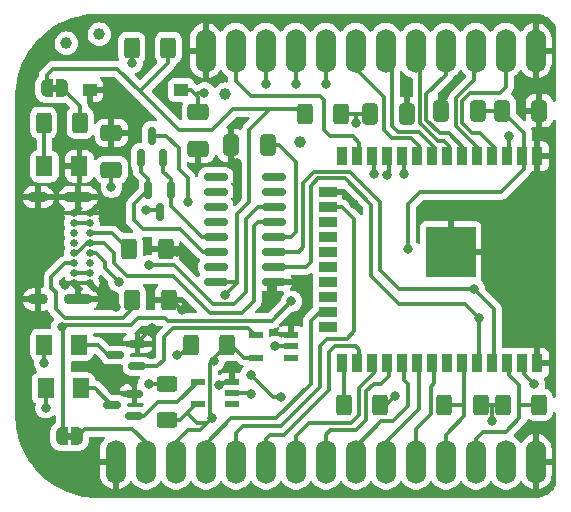
<source format=gtl>
G04 #@! TF.GenerationSoftware,KiCad,Pcbnew,8.0.1-rc1*
G04 #@! TF.CreationDate,2024-03-16T10:29:41-04:00*
G04 #@! TF.ProjectId,keystone-esp,6b657973-746f-46e6-952d-6573702e6b69,rev?*
G04 #@! TF.SameCoordinates,Original*
G04 #@! TF.FileFunction,Copper,L1,Top*
G04 #@! TF.FilePolarity,Positive*
%FSLAX46Y46*%
G04 Gerber Fmt 4.6, Leading zero omitted, Abs format (unit mm)*
G04 Created by KiCad (PCBNEW 8.0.1-rc1) date 2024-03-16 10:29:41*
%MOMM*%
%LPD*%
G01*
G04 APERTURE LIST*
G04 Aperture macros list*
%AMRoundRect*
0 Rectangle with rounded corners*
0 $1 Rounding radius*
0 $2 $3 $4 $5 $6 $7 $8 $9 X,Y pos of 4 corners*
0 Add a 4 corners polygon primitive as box body*
4,1,4,$2,$3,$4,$5,$6,$7,$8,$9,$2,$3,0*
0 Add four circle primitives for the rounded corners*
1,1,$1+$1,$2,$3*
1,1,$1+$1,$4,$5*
1,1,$1+$1,$6,$7*
1,1,$1+$1,$8,$9*
0 Add four rect primitives between the rounded corners*
20,1,$1+$1,$2,$3,$4,$5,0*
20,1,$1+$1,$4,$5,$6,$7,0*
20,1,$1+$1,$6,$7,$8,$9,0*
20,1,$1+$1,$8,$9,$2,$3,0*%
%AMFreePoly0*
4,1,19,0.500000,-0.750000,0.000000,-0.750000,0.000000,-0.744911,-0.071157,-0.744911,-0.207708,-0.704816,-0.327430,-0.627875,-0.420627,-0.520320,-0.479746,-0.390866,-0.500000,-0.250000,-0.500000,0.250000,-0.479746,0.390866,-0.420627,0.520320,-0.327430,0.627875,-0.207708,0.704816,-0.071157,0.744911,0.000000,0.744911,0.000000,0.750000,0.500000,0.750000,0.500000,-0.750000,0.500000,-0.750000,
$1*%
%AMFreePoly1*
4,1,19,0.000000,0.744911,0.071157,0.744911,0.207708,0.704816,0.327430,0.627875,0.420627,0.520320,0.479746,0.390866,0.500000,0.250000,0.500000,-0.250000,0.479746,-0.390866,0.420627,-0.520320,0.327430,-0.627875,0.207708,-0.704816,0.071157,-0.744911,0.000000,-0.744911,0.000000,-0.750000,-0.500000,-0.750000,-0.500000,0.750000,0.000000,0.750000,0.000000,0.744911,0.000000,0.744911,
$1*%
G04 Aperture macros list end*
G04 #@! TA.AperFunction,EtchedComponent*
%ADD10C,0.000000*%
G04 #@! TD*
G04 #@! TA.AperFunction,SMDPad,CuDef*
%ADD11RoundRect,0.250000X-0.400000X-0.625000X0.400000X-0.625000X0.400000X0.625000X-0.400000X0.625000X0*%
G04 #@! TD*
G04 #@! TA.AperFunction,ComponentPad*
%ADD12O,1.700000X3.700000*%
G04 #@! TD*
G04 #@! TA.AperFunction,SMDPad,CuDef*
%ADD13RoundRect,0.150000X0.825000X0.150000X-0.825000X0.150000X-0.825000X-0.150000X0.825000X-0.150000X0*%
G04 #@! TD*
G04 #@! TA.AperFunction,SMDPad,CuDef*
%ADD14R,1.250000X1.000000*%
G04 #@! TD*
G04 #@! TA.AperFunction,ComponentPad*
%ADD15C,0.650000*%
G04 #@! TD*
G04 #@! TA.AperFunction,ComponentPad*
%ADD16O,1.700000X0.900000*%
G04 #@! TD*
G04 #@! TA.AperFunction,ComponentPad*
%ADD17O,2.400000X0.900000*%
G04 #@! TD*
G04 #@! TA.AperFunction,SMDPad,CuDef*
%ADD18RoundRect,0.250000X-0.412500X-0.650000X0.412500X-0.650000X0.412500X0.650000X-0.412500X0.650000X0*%
G04 #@! TD*
G04 #@! TA.AperFunction,SMDPad,CuDef*
%ADD19FreePoly0,0.000000*%
G04 #@! TD*
G04 #@! TA.AperFunction,SMDPad,CuDef*
%ADD20FreePoly1,0.000000*%
G04 #@! TD*
G04 #@! TA.AperFunction,SMDPad,CuDef*
%ADD21R,1.181100X0.508000*%
G04 #@! TD*
G04 #@! TA.AperFunction,SMDPad,CuDef*
%ADD22RoundRect,0.250000X-0.625000X0.400000X-0.625000X-0.400000X0.625000X-0.400000X0.625000X0.400000X0*%
G04 #@! TD*
G04 #@! TA.AperFunction,SMDPad,CuDef*
%ADD23C,1.000000*%
G04 #@! TD*
G04 #@! TA.AperFunction,SMDPad,CuDef*
%ADD24RoundRect,0.150000X0.150000X-0.587500X0.150000X0.587500X-0.150000X0.587500X-0.150000X-0.587500X0*%
G04 #@! TD*
G04 #@! TA.AperFunction,SMDPad,CuDef*
%ADD25RoundRect,0.250000X0.650000X-0.412500X0.650000X0.412500X-0.650000X0.412500X-0.650000X-0.412500X0*%
G04 #@! TD*
G04 #@! TA.AperFunction,SMDPad,CuDef*
%ADD26RoundRect,0.250000X0.412500X0.650000X-0.412500X0.650000X-0.412500X-0.650000X0.412500X-0.650000X0*%
G04 #@! TD*
G04 #@! TA.AperFunction,SMDPad,CuDef*
%ADD27RoundRect,0.250000X0.400000X0.625000X-0.400000X0.625000X-0.400000X-0.625000X0.400000X-0.625000X0*%
G04 #@! TD*
G04 #@! TA.AperFunction,SMDPad,CuDef*
%ADD28RoundRect,0.150000X-0.150000X0.587500X-0.150000X-0.587500X0.150000X-0.587500X0.150000X0.587500X0*%
G04 #@! TD*
G04 #@! TA.AperFunction,SMDPad,CuDef*
%ADD29RoundRect,0.250001X0.462499X0.624999X-0.462499X0.624999X-0.462499X-0.624999X0.462499X-0.624999X0*%
G04 #@! TD*
G04 #@! TA.AperFunction,SMDPad,CuDef*
%ADD30RoundRect,0.150000X0.587500X0.150000X-0.587500X0.150000X-0.587500X-0.150000X0.587500X-0.150000X0*%
G04 #@! TD*
G04 #@! TA.AperFunction,SMDPad,CuDef*
%ADD31R,0.900000X1.500000*%
G04 #@! TD*
G04 #@! TA.AperFunction,SMDPad,CuDef*
%ADD32R,1.500000X0.900000*%
G04 #@! TD*
G04 #@! TA.AperFunction,SMDPad,CuDef*
%ADD33R,1.050000X1.050000*%
G04 #@! TD*
G04 #@! TA.AperFunction,HeatsinkPad*
%ADD34C,0.600000*%
G04 #@! TD*
G04 #@! TA.AperFunction,SMDPad,CuDef*
%ADD35R,4.200000X4.200000*%
G04 #@! TD*
G04 #@! TA.AperFunction,SMDPad,CuDef*
%ADD36FreePoly0,180.000000*%
G04 #@! TD*
G04 #@! TA.AperFunction,SMDPad,CuDef*
%ADD37FreePoly1,180.000000*%
G04 #@! TD*
G04 #@! TA.AperFunction,ViaPad*
%ADD38C,0.800000*%
G04 #@! TD*
G04 #@! TA.AperFunction,Conductor*
%ADD39C,0.304800*%
G04 #@! TD*
G04 APERTURE END LIST*
D10*
G04 #@! TA.AperFunction,EtchedComponent*
G04 #@! TO.C,JP3*
G36*
X179955000Y-81453000D02*
G01*
X179455000Y-81453000D01*
X179455000Y-80853000D01*
X179955000Y-80853000D01*
X179955000Y-81453000D01*
G37*
G04 #@! TD.AperFunction*
G04 #@! TA.AperFunction,EtchedComponent*
G04 #@! TO.C,JP1*
G36*
X181225000Y-110917000D02*
G01*
X180725000Y-110917000D01*
X180725000Y-110317000D01*
X181225000Y-110317000D01*
X181225000Y-110917000D01*
G37*
G04 #@! TD.AperFunction*
G04 #@! TD*
D11*
G04 #@! TO.P,R9,1*
G04 #@! TO.N,Net-(U4-IO0)*
X204190000Y-107950000D03*
G04 #@! TO.P,R9,2*
G04 #@! TO.N,/IO0*
X207290000Y-107950000D03*
G04 #@! TD*
G04 #@! TO.P,R3,1*
G04 #@! TO.N,Net-(D1-A)*
X191236000Y-102870000D03*
G04 #@! TO.P,R3,2*
G04 #@! TO.N,VCC*
X194336000Y-102870000D03*
G04 #@! TD*
D12*
G04 #@! TO.P,J3,1,Pin_1*
G04 #@! TO.N,GND*
X220452000Y-77978000D03*
G04 #@! TO.P,J3,2,Pin_2*
G04 #@! TO.N,/IO36*
X217912000Y-77978000D03*
G04 #@! TO.P,J3,3,Pin_3*
G04 #@! TO.N,/IO39*
X215372000Y-77978000D03*
G04 #@! TO.P,J3,4,Pin_4*
G04 #@! TO.N,/IO34*
X212832000Y-77978000D03*
G04 #@! TO.P,J3,5,Pin_5*
G04 #@! TO.N,/IO35*
X210292000Y-77978000D03*
G04 #@! TO.P,J3,6,Pin_6*
G04 #@! TO.N,/IO32*
X207752000Y-77978000D03*
G04 #@! TO.P,J3,7,Pin_7*
G04 #@! TO.N,/IO33*
X205212000Y-77978000D03*
G04 #@! TO.P,J3,8,Pin_8*
G04 #@! TO.N,/IO25*
X202672000Y-77978000D03*
G04 #@! TO.P,J3,9,Pin_9*
G04 #@! TO.N,/IO26*
X200132000Y-77978000D03*
G04 #@! TO.P,J3,10,Pin_10*
G04 #@! TO.N,/IO27*
X197592000Y-77978000D03*
G04 #@! TO.P,J3,11,Pin_11*
G04 #@! TO.N,/IO14*
X195052000Y-77978000D03*
G04 #@! TO.P,J3,12,Pin_12*
G04 #@! TO.N,GND*
X192512000Y-77978000D03*
G04 #@! TD*
D13*
G04 #@! TO.P,U2,1,GND*
G04 #@! TO.N,GND*
X198309000Y-97536000D03*
G04 #@! TO.P,U2,2,TXD*
G04 #@! TO.N,/RX*
X198309000Y-96266000D03*
G04 #@! TO.P,U2,3,RXD*
G04 #@! TO.N,/TX*
X198309000Y-94996000D03*
G04 #@! TO.P,U2,4,V3*
G04 #@! TO.N,Net-(U2-V3)*
X198309000Y-93726000D03*
G04 #@! TO.P,U2,5,UD+*
G04 #@! TO.N,Net-(J1-DP1)*
X198309000Y-92456000D03*
G04 #@! TO.P,U2,6,UD-*
G04 #@! TO.N,Net-(J1-DN1)*
X198309000Y-91186000D03*
G04 #@! TO.P,U2,7,NC*
G04 #@! TO.N,unconnected-(U2-NC-Pad7)*
X198309000Y-89916000D03*
G04 #@! TO.P,U2,8,NC*
G04 #@! TO.N,unconnected-(U2-NC-Pad8)*
X198309000Y-88646000D03*
G04 #@! TO.P,U2,9,~{CTS}*
G04 #@! TO.N,unconnected-(U2-~{CTS}-Pad9)*
X193359000Y-88646000D03*
G04 #@! TO.P,U2,10,~{DSR}*
G04 #@! TO.N,unconnected-(U2-~{DSR}-Pad10)*
X193359000Y-89916000D03*
G04 #@! TO.P,U2,11,~{RI}*
G04 #@! TO.N,unconnected-(U2-~{RI}-Pad11)*
X193359000Y-91186000D03*
G04 #@! TO.P,U2,12,~{DCD}*
G04 #@! TO.N,unconnected-(U2-~{DCD}-Pad12)*
X193359000Y-92456000D03*
G04 #@! TO.P,U2,13,~{DTR}*
G04 #@! TO.N,/DTR*
X193359000Y-93726000D03*
G04 #@! TO.P,U2,14,~{RTS}*
G04 #@! TO.N,/RTS*
X193359000Y-94996000D03*
G04 #@! TO.P,U2,15,R232*
G04 #@! TO.N,unconnected-(U2-R232-Pad15)*
X193359000Y-96266000D03*
G04 #@! TO.P,U2,16,VCC*
G04 #@! TO.N,VCC*
X193359000Y-97536000D03*
G04 #@! TD*
D14*
G04 #@! TO.P,SW1,1,1*
G04 #@! TO.N,GND*
X182688000Y-81280000D03*
G04 #@! TO.P,SW1,2,2*
G04 #@! TO.N,/EN*
X190438000Y-81280000D03*
G04 #@! TD*
D15*
G04 #@! TO.P,J1,A1,GND*
G04 #@! TO.N,GND*
X182706000Y-91723000D03*
G04 #@! TO.P,J1,A4,VBUS*
G04 #@! TO.N,VBUS*
X182706000Y-92573000D03*
G04 #@! TO.P,J1,A5,CC1*
G04 #@! TO.N,Net-(J1-CC1)*
X182706000Y-93423000D03*
G04 #@! TO.P,J1,A6,DP1*
G04 #@! TO.N,Net-(J1-DP1)*
X182706000Y-94273000D03*
G04 #@! TO.P,J1,A7,DN1*
G04 #@! TO.N,Net-(J1-DN1)*
X182706000Y-95123000D03*
G04 #@! TO.P,J1,A8,SBU1*
G04 #@! TO.N,unconnected-(J1-SBU1-PadA8)*
X182706000Y-95973000D03*
G04 #@! TO.P,J1,A9,VBUS*
G04 #@! TO.N,VBUS*
X182706000Y-96823000D03*
G04 #@! TO.P,J1,A12,GND*
G04 #@! TO.N,GND*
X182706000Y-97673000D03*
G04 #@! TO.P,J1,B1,GND*
X181356000Y-97673000D03*
G04 #@! TO.P,J1,B4,VBUS*
G04 #@! TO.N,VBUS*
X181356000Y-96823000D03*
G04 #@! TO.P,J1,B5,CC2*
G04 #@! TO.N,Net-(J1-CC2)*
X181356000Y-95973000D03*
G04 #@! TO.P,J1,B6,DP2*
G04 #@! TO.N,Net-(J1-DP1)*
X181356000Y-95123000D03*
G04 #@! TO.P,J1,B7,DN2*
G04 #@! TO.N,Net-(J1-DN1)*
X181356000Y-94273000D03*
G04 #@! TO.P,J1,B8,SBU2*
G04 #@! TO.N,unconnected-(J1-SBU2-PadB8)*
X181356000Y-93423000D03*
G04 #@! TO.P,J1,B9,VBUS*
G04 #@! TO.N,VBUS*
X181356000Y-92573000D03*
G04 #@! TO.P,J1,B12,GND*
G04 #@! TO.N,GND*
X181356000Y-91723000D03*
D16*
G04 #@! TO.P,J1,S1,SHELL*
X178346000Y-90373000D03*
G04 #@! TO.P,J1,S2,SHELL*
X178346000Y-99023000D03*
D17*
G04 #@! TO.P,J1,S3,SHELL*
X181726000Y-90373000D03*
G04 #@! TO.P,J1,S4,SHELL*
X181726000Y-99023000D03*
G04 #@! TD*
D18*
G04 #@! TO.P,C1,1*
G04 #@! TO.N,GND*
X194652500Y-85979000D03*
G04 #@! TO.P,C1,2*
G04 #@! TO.N,Net-(U2-V3)*
X197777500Y-85979000D03*
G04 #@! TD*
D19*
G04 #@! TO.P,JP3,1,A*
G04 #@! TO.N,VCC*
X179055000Y-81153000D03*
D20*
G04 #@! TO.P,JP3,2,B*
G04 #@! TO.N,Net-(JP3-B)*
X180355000Y-81153000D03*
G04 #@! TD*
D11*
G04 #@! TO.P,R10,1*
G04 #@! TO.N,/EN*
X186257000Y-77724000D03*
G04 #@! TO.P,R10,2*
G04 #@! TO.N,VCC*
X189357000Y-77724000D03*
G04 #@! TD*
D21*
G04 #@! TO.P,U3,1,NC*
G04 #@! TO.N,unconnected-(U3-NC-Pad1)*
X194760850Y-107884001D03*
G04 #@! TO.P,U3,2,A*
G04 #@! TO.N,/RX*
X194760850Y-106934000D03*
G04 #@! TO.P,U3,3,GND*
G04 #@! TO.N,GND*
X194760850Y-105983999D03*
G04 #@! TO.P,U3,4,Y*
G04 #@! TO.N,Net-(Q2-G)*
X191827150Y-105983999D03*
G04 #@! TO.P,U3,5,VCC*
G04 #@! TO.N,VCC*
X191827150Y-107884001D03*
G04 #@! TD*
D22*
G04 #@! TO.P,R4,1*
G04 #@! TO.N,Net-(D2-A)*
X189230000Y-106146000D03*
G04 #@! TO.P,R4,2*
G04 #@! TO.N,VCC*
X189230000Y-109246000D03*
G04 #@! TD*
D23*
G04 #@! TO.P,FID2,*
G04 #@! TO.N,*
X183515000Y-76581000D03*
G04 #@! TD*
G04 #@! TO.P,FID4,*
G04 #@! TO.N,*
X200533000Y-85725000D03*
G04 #@! TD*
D24*
G04 #@! TO.P,Q4,1,G*
G04 #@! TO.N,/RTS*
X187010000Y-87043500D03*
G04 #@! TO.P,Q4,2,S*
G04 #@! TO.N,/DTR*
X188910000Y-87043500D03*
G04 #@! TO.P,Q4,3,D*
G04 #@! TO.N,/IO0*
X187960000Y-85168500D03*
G04 #@! TD*
D25*
G04 #@! TO.P,C3,1*
G04 #@! TO.N,GND*
X191897000Y-86271500D03*
G04 #@! TO.P,C3,2*
G04 #@! TO.N,/EN*
X191897000Y-83146500D03*
G04 #@! TD*
D11*
G04 #@! TO.P,R6,1*
G04 #@! TO.N,VCC*
X200888000Y-83312000D03*
G04 #@! TO.P,R6,2*
G04 #@! TO.N,/EN*
X203988000Y-83312000D03*
G04 #@! TD*
D23*
G04 #@! TO.P,FID1,*
G04 #@! TO.N,*
X180721000Y-77343000D03*
G04 #@! TD*
D12*
G04 #@! TO.P,J4,1,Pin_1*
G04 #@! TO.N,GND*
X220472000Y-112776000D03*
G04 #@! TO.P,J4,2,Pin_2*
G04 #@! TO.N,/IO23*
X217932000Y-112776000D03*
G04 #@! TO.P,J4,3,Pin_3*
G04 #@! TO.N,/IO22*
X215392000Y-112776000D03*
G04 #@! TO.P,J4,4,Pin_4*
G04 #@! TO.N,/IO21*
X212852000Y-112776000D03*
G04 #@! TO.P,J4,5,Pin_5*
G04 #@! TO.N,/IO19*
X210312000Y-112776000D03*
G04 #@! TO.P,J4,6,Pin_6*
G04 #@! TO.N,/IO18*
X207772000Y-112776000D03*
G04 #@! TO.P,J4,7,Pin_7*
G04 #@! TO.N,/IO5*
X205232000Y-112776000D03*
G04 #@! TO.P,J4,8,Pin_8*
G04 #@! TO.N,/IO17*
X202692000Y-112776000D03*
G04 #@! TO.P,J4,9,Pin_9*
G04 #@! TO.N,/IO16*
X200152000Y-112776000D03*
G04 #@! TO.P,J4,10,Pin_10*
G04 #@! TO.N,/IO4*
X197612000Y-112776000D03*
G04 #@! TO.P,J4,11,Pin_11*
G04 #@! TO.N,/IO13*
X195072000Y-112776000D03*
G04 #@! TO.P,J4,12,Pin_12*
G04 #@! TO.N,/IO15*
X192532000Y-112776000D03*
G04 #@! TO.P,J4,13,Pin_13*
G04 #@! TO.N,VCC*
X189992000Y-112776000D03*
G04 #@! TO.P,J4,14,Pin_14*
G04 #@! TO.N,VBUS*
X187452000Y-112776000D03*
G04 #@! TO.P,J4,15,Pin_15*
G04 #@! TO.N,GND*
X184912000Y-112776000D03*
G04 #@! TD*
D23*
G04 #@! TO.P,FID3,*
G04 #@! TO.N,*
X194183000Y-81661000D03*
G04 #@! TD*
D26*
G04 #@! TO.P,C6,1*
G04 #@! TO.N,VCC*
X215557500Y-83058000D03*
G04 #@! TO.P,C6,2*
G04 #@! TO.N,GND*
X212432500Y-83058000D03*
G04 #@! TD*
D11*
G04 #@! TO.P,R1,1*
G04 #@! TO.N,Net-(J1-CC2)*
X186283000Y-99060000D03*
G04 #@! TO.P,R1,2*
G04 #@! TO.N,GND*
X189383000Y-99060000D03*
G04 #@! TD*
D27*
G04 #@! TO.P,R7,1*
G04 #@! TO.N,VCC*
X215799000Y-107950000D03*
G04 #@! TO.P,R7,2*
G04 #@! TO.N,/IO21*
X212699000Y-107950000D03*
G04 #@! TD*
D28*
G04 #@! TO.P,Q3,1,G*
G04 #@! TO.N,/DTR*
X189570400Y-89740500D03*
G04 #@! TO.P,Q3,2,S*
G04 #@! TO.N,/RTS*
X187670400Y-89740500D03*
G04 #@! TO.P,Q3,3,D*
G04 #@! TO.N,/EN*
X188620400Y-91615500D03*
G04 #@! TD*
D25*
G04 #@! TO.P,C2,1*
G04 #@! TO.N,/EN*
X184531000Y-88049500D03*
G04 #@! TO.P,C2,2*
G04 #@! TO.N,GND*
X184531000Y-84924500D03*
G04 #@! TD*
D11*
G04 #@! TO.P,R2,1*
G04 #@! TO.N,Net-(J1-CC1)*
X186029000Y-94742000D03*
G04 #@! TO.P,R2,2*
G04 #@! TO.N,GND*
X189129000Y-94742000D03*
G04 #@! TD*
D29*
G04 #@! TO.P,D3,1,K*
G04 #@! TO.N,GND*
X181827500Y-87757000D03*
G04 #@! TO.P,D3,2,A*
G04 #@! TO.N,Net-(D3-A)*
X178852500Y-87757000D03*
G04 #@! TD*
D11*
G04 #@! TO.P,R8,1*
G04 #@! TO.N,VCC*
X217652000Y-107950000D03*
G04 #@! TO.P,R8,2*
G04 #@! TO.N,/IO22*
X220752000Y-107950000D03*
G04 #@! TD*
D30*
G04 #@! TO.P,Q2,1,G*
G04 #@! TO.N,Net-(Q2-G)*
X186484500Y-108900000D03*
G04 #@! TO.P,Q2,2,S*
G04 #@! TO.N,GND*
X186484500Y-107000000D03*
G04 #@! TO.P,Q2,3,D*
G04 #@! TO.N,Net-(D2-K)*
X184609500Y-107950000D03*
G04 #@! TD*
D31*
G04 #@! TO.P,U4,1,GND*
G04 #@! TO.N,GND*
X220599000Y-86903000D03*
G04 #@! TO.P,U4,2,VDD*
G04 #@! TO.N,VCC*
X219329000Y-86903000D03*
G04 #@! TO.P,U4,3,EN*
G04 #@! TO.N,/EN*
X218059000Y-86903000D03*
G04 #@! TO.P,U4,4,SENSOR_VP*
G04 #@! TO.N,/IO36*
X216789000Y-86903000D03*
G04 #@! TO.P,U4,5,SENSOR_VN*
G04 #@! TO.N,/IO39*
X215519000Y-86903000D03*
G04 #@! TO.P,U4,6,IO34*
G04 #@! TO.N,/IO34*
X214249000Y-86903000D03*
G04 #@! TO.P,U4,7,IO35*
G04 #@! TO.N,/IO35*
X212979000Y-86903000D03*
G04 #@! TO.P,U4,8,IO32*
G04 #@! TO.N,/IO32*
X211709000Y-86903000D03*
G04 #@! TO.P,U4,9,IO33*
G04 #@! TO.N,/IO33*
X210439000Y-86903000D03*
G04 #@! TO.P,U4,10,IO25*
G04 #@! TO.N,/IO25*
X209169000Y-86903000D03*
G04 #@! TO.P,U4,11,IO26*
G04 #@! TO.N,/IO26*
X207899000Y-86903000D03*
G04 #@! TO.P,U4,12,IO27*
G04 #@! TO.N,/IO27*
X206629000Y-86903000D03*
G04 #@! TO.P,U4,13,IO14*
G04 #@! TO.N,/IO14*
X205359000Y-86903000D03*
G04 #@! TO.P,U4,14,IO12*
G04 #@! TO.N,unconnected-(U4-IO12-Pad14)*
X204089000Y-86903000D03*
D32*
G04 #@! TO.P,U4,15,GND*
G04 #@! TO.N,GND*
X202839000Y-89943000D03*
G04 #@! TO.P,U4,16,IO13*
G04 #@! TO.N,/IO13*
X202839000Y-91213000D03*
G04 #@! TO.P,U4,17,SHD/SD2*
G04 #@! TO.N,unconnected-(U4-SHD{slash}SD2-Pad17)*
X202839000Y-92483000D03*
G04 #@! TO.P,U4,18,SWP/SD3*
G04 #@! TO.N,unconnected-(U4-SWP{slash}SD3-Pad18)*
X202839000Y-93753000D03*
G04 #@! TO.P,U4,19,SCS/CMD*
G04 #@! TO.N,unconnected-(U4-SCS{slash}CMD-Pad19)*
X202839000Y-95023000D03*
G04 #@! TO.P,U4,20,SCK/CLK*
G04 #@! TO.N,unconnected-(U4-SCK{slash}CLK-Pad20)*
X202839000Y-96293000D03*
G04 #@! TO.P,U4,21,SDO/SD0*
G04 #@! TO.N,unconnected-(U4-SDO{slash}SD0-Pad21)*
X202839000Y-97563000D03*
G04 #@! TO.P,U4,22,SDI/SD1*
G04 #@! TO.N,unconnected-(U4-SDI{slash}SD1-Pad22)*
X202839000Y-98833000D03*
G04 #@! TO.P,U4,23,IO15*
G04 #@! TO.N,/IO15*
X202839000Y-100103000D03*
G04 #@! TO.P,U4,24,IO2*
G04 #@! TO.N,unconnected-(U4-IO2-Pad24)*
X202839000Y-101373000D03*
D31*
G04 #@! TO.P,U4,25,IO0*
G04 #@! TO.N,Net-(U4-IO0)*
X204089000Y-104403000D03*
G04 #@! TO.P,U4,26,IO4*
G04 #@! TO.N,/IO4*
X205359000Y-104403000D03*
G04 #@! TO.P,U4,27,IO16*
G04 #@! TO.N,/IO16*
X206629000Y-104403000D03*
G04 #@! TO.P,U4,28,IO17*
G04 #@! TO.N,/IO17*
X207899000Y-104403000D03*
G04 #@! TO.P,U4,29,IO5*
G04 #@! TO.N,/IO5*
X209169000Y-104403000D03*
G04 #@! TO.P,U4,30,IO18*
G04 #@! TO.N,/IO18*
X210439000Y-104403000D03*
G04 #@! TO.P,U4,31,IO19*
G04 #@! TO.N,/IO19*
X211709000Y-104403000D03*
G04 #@! TO.P,U4,32,NC*
G04 #@! TO.N,unconnected-(U4-NC-Pad32)*
X212979000Y-104403000D03*
G04 #@! TO.P,U4,33,IO21*
G04 #@! TO.N,/IO21*
X214249000Y-104403000D03*
G04 #@! TO.P,U4,34,RXD0/IO3*
G04 #@! TO.N,/RX*
X215519000Y-104403000D03*
G04 #@! TO.P,U4,35,TXD0/IO1*
G04 #@! TO.N,/TX*
X216789000Y-104403000D03*
G04 #@! TO.P,U4,36,IO22*
G04 #@! TO.N,/IO22*
X218059000Y-104403000D03*
G04 #@! TO.P,U4,37,IO23*
G04 #@! TO.N,/IO23*
X219329000Y-104403000D03*
G04 #@! TO.P,U4,38,GND*
G04 #@! TO.N,GND*
X220599000Y-104403000D03*
D33*
G04 #@! TO.P,U4,39,GND*
X214784000Y-93448000D03*
D34*
X214021500Y-93448000D03*
D33*
X213259000Y-93448000D03*
D34*
X212496500Y-93448000D03*
D33*
X211734000Y-93448000D03*
D34*
X214784000Y-94210500D03*
X213259000Y-94210500D03*
X211734000Y-94210500D03*
D33*
X214784000Y-94973000D03*
D34*
X214021500Y-94973000D03*
D33*
X213259000Y-94973000D03*
D35*
X213259000Y-94973000D03*
D34*
X212496500Y-94973000D03*
D33*
X211734000Y-94973000D03*
D34*
X214784000Y-95735500D03*
X213259000Y-95735500D03*
X211734000Y-95735500D03*
D33*
X214784000Y-96498000D03*
D34*
X214021500Y-96498000D03*
D33*
X213259000Y-96498000D03*
D34*
X212496500Y-96498000D03*
D33*
X211734000Y-96498000D03*
G04 #@! TD*
D36*
G04 #@! TO.P,JP1,1,A*
G04 #@! TO.N,VBUS*
X181625000Y-110617000D03*
D37*
G04 #@! TO.P,JP1,2,B*
X180325000Y-110617000D03*
G04 #@! TD*
D21*
G04 #@! TO.P,U1,1,NC*
G04 #@! TO.N,unconnected-(U1-NC-Pad1)*
X199713850Y-103947001D03*
G04 #@! TO.P,U1,2,A*
G04 #@! TO.N,/TX*
X199713850Y-102997000D03*
G04 #@! TO.P,U1,3,GND*
G04 #@! TO.N,GND*
X199713850Y-102046999D03*
G04 #@! TO.P,U1,4,Y*
G04 #@! TO.N,Net-(Q1-G)*
X196780150Y-102046999D03*
G04 #@! TO.P,U1,5,VCC*
G04 #@! TO.N,VCC*
X196780150Y-103947001D03*
G04 #@! TD*
D11*
G04 #@! TO.P,R5,1*
G04 #@! TO.N,Net-(D3-A)*
X178790000Y-84074000D03*
G04 #@! TO.P,R5,2*
G04 #@! TO.N,Net-(JP3-B)*
X181890000Y-84074000D03*
G04 #@! TD*
D30*
G04 #@! TO.P,Q1,1,G*
G04 #@! TO.N,Net-(Q1-G)*
X186738500Y-104683600D03*
G04 #@! TO.P,Q1,2,S*
G04 #@! TO.N,GND*
X186738500Y-102783600D03*
G04 #@! TO.P,Q1,3,D*
G04 #@! TO.N,Net-(D1-K)*
X184863500Y-103733600D03*
G04 #@! TD*
D18*
G04 #@! TO.P,C5,1*
G04 #@! TO.N,VCC*
X217639500Y-83058000D03*
G04 #@! TO.P,C5,2*
G04 #@! TO.N,GND*
X220764500Y-83058000D03*
G04 #@! TD*
G04 #@! TO.P,C4,1*
G04 #@! TO.N,/EN*
X206463500Y-83312000D03*
G04 #@! TO.P,C4,2*
G04 #@! TO.N,GND*
X209588500Y-83312000D03*
G04 #@! TD*
D29*
G04 #@! TO.P,D2,1,K*
G04 #@! TO.N,Net-(D2-K)*
X181954500Y-106553000D03*
G04 #@! TO.P,D2,2,A*
G04 #@! TO.N,Net-(D2-A)*
X178979500Y-106553000D03*
G04 #@! TD*
G04 #@! TO.P,D1,1,K*
G04 #@! TO.N,Net-(D1-K)*
X181827500Y-102870000D03*
G04 #@! TO.P,D1,2,A*
G04 #@! TO.N,Net-(D1-A)*
X178852500Y-102870000D03*
G04 #@! TD*
D38*
G04 #@! TO.N,GND*
X187960000Y-101473000D03*
X195072000Y-84201000D03*
X193665400Y-106299000D03*
X195199000Y-87503000D03*
X190119000Y-94996000D03*
X184912000Y-99695000D03*
X184531000Y-92075000D03*
X212725000Y-81788000D03*
X180594000Y-97790000D03*
X209550000Y-81407000D03*
X197866000Y-98933000D03*
X205105000Y-90932000D03*
X185801000Y-105791000D03*
X179832000Y-91313000D03*
X190500000Y-99949000D03*
G04 #@! TO.N,VCC*
X216789000Y-109347000D03*
X194183000Y-98688600D03*
X193230500Y-104203500D03*
X193040000Y-109093000D03*
X209677000Y-94742000D03*
G04 #@! TO.N,Net-(D1-A)*
X178852500Y-104394000D03*
X190119000Y-103759000D03*
G04 #@! TO.N,Net-(D2-A)*
X187706000Y-106172000D03*
X178979500Y-108204000D03*
G04 #@! TO.N,VBUS*
X180340000Y-101346000D03*
X199771000Y-99187000D03*
G04 #@! TO.N,Net-(J1-DN1)*
X185166000Y-97536000D03*
X187706000Y-96139000D03*
G04 #@! TO.N,/IO0*
X196342000Y-105410000D03*
X208534000Y-107188000D03*
X191008000Y-90805000D03*
X198882000Y-107315000D03*
G04 #@! TO.N,/RX*
X215686000Y-100624000D03*
X196342000Y-107061000D03*
G04 #@! TO.N,/TX*
X215265000Y-98171000D03*
X198374000Y-102997000D03*
G04 #@! TO.N,/IO25*
X202692000Y-80772000D03*
X209296000Y-88392000D03*
G04 #@! TO.N,/IO26*
X200152000Y-80772000D03*
X207899000Y-88519000D03*
G04 #@! TO.N,/IO27*
X206756000Y-88392000D03*
X197612000Y-80772000D03*
G04 #@! TO.N,/IO23*
X220345000Y-106172000D03*
G04 #@! TO.N,/EN*
X186309000Y-78994000D03*
X218186000Y-85217000D03*
X192405000Y-81534000D03*
X187452000Y-91440000D03*
X184531000Y-89535000D03*
X205232000Y-84074000D03*
G04 #@! TD*
D39*
G04 #@! TO.N,Net-(U2-V3)*
X200152000Y-87376000D02*
X200152000Y-93345000D01*
X198755000Y-85979000D02*
X200152000Y-87376000D01*
X197777500Y-85979000D02*
X198755000Y-85979000D01*
X200152000Y-93345000D02*
X199771000Y-93726000D01*
X199771000Y-93726000D02*
X198309000Y-93726000D01*
G04 #@! TO.N,GND*
X180711000Y-97673000D02*
X180594000Y-97790000D01*
X184179000Y-91723000D02*
X184531000Y-92075000D01*
X193665400Y-106299000D02*
X193802000Y-106299000D01*
X184785000Y-99695000D02*
X184912000Y-99695000D01*
X194652500Y-86956500D02*
X195199000Y-87503000D01*
X181356000Y-97673000D02*
X180711000Y-97673000D01*
X209588500Y-83312000D02*
X209588500Y-81445500D01*
X182706000Y-91723000D02*
X184179000Y-91723000D01*
X204116000Y-89943000D02*
X203006000Y-89943000D01*
X186738500Y-102783600D02*
X186738500Y-102694500D01*
X198309000Y-97536000D02*
X197866000Y-97979000D01*
X209588500Y-81445500D02*
X209550000Y-81407000D01*
X194117001Y-105983999D02*
X194760850Y-105983999D01*
X189611000Y-99060000D02*
X189383000Y-99060000D01*
X181356000Y-97673000D02*
X182706000Y-97673000D01*
X186484500Y-106474500D02*
X185801000Y-105791000D01*
X205105000Y-90932000D02*
X204116000Y-89943000D01*
X181356000Y-91723000D02*
X180242000Y-91723000D01*
X190500000Y-99949000D02*
X189611000Y-99060000D01*
X194652500Y-84620500D02*
X195072000Y-84201000D01*
X180242000Y-91723000D02*
X179832000Y-91313000D01*
X194652500Y-85979000D02*
X194652500Y-84620500D01*
X184728000Y-99695000D02*
X182706000Y-97673000D01*
X186484500Y-107000000D02*
X186484500Y-106474500D01*
X189865000Y-94742000D02*
X190119000Y-94996000D01*
X184912000Y-99695000D02*
X184728000Y-99695000D01*
X212725000Y-81788000D02*
X212725000Y-82119000D01*
X194652500Y-85979000D02*
X194652500Y-86956500D01*
X212725000Y-82119000D02*
X212432500Y-82411500D01*
X212432500Y-82411500D02*
X212432500Y-83058000D01*
X186738500Y-102694500D02*
X187960000Y-101473000D01*
X189129000Y-94742000D02*
X189865000Y-94742000D01*
X181356000Y-91723000D02*
X182706000Y-91723000D01*
X197866000Y-97979000D02*
X197866000Y-98933000D01*
X193802000Y-106299000D02*
X194117001Y-105983999D01*
G04 #@! TO.N,VCC*
X195199000Y-97663000D02*
X195199000Y-97536000D01*
X216789000Y-107950000D02*
X217170000Y-107950000D01*
X217170000Y-107950000D02*
X217652000Y-107950000D01*
X216789000Y-109347000D02*
X216789000Y-107950000D01*
X193040000Y-109093000D02*
X192659000Y-109474000D01*
X215557500Y-83058000D02*
X217639500Y-83058000D01*
X194183000Y-98679000D02*
X195199000Y-97663000D01*
X192024000Y-110109000D02*
X191008000Y-110109000D01*
X190338150Y-109246000D02*
X190940075Y-108644075D01*
X185039000Y-79502000D02*
X186944000Y-81407000D01*
X193230500Y-104203500D02*
X193230500Y-103975500D01*
X193040000Y-109093000D02*
X192913000Y-108966000D01*
X219496000Y-87957800D02*
X219496000Y-84914500D01*
X190940075Y-108644075D02*
X191700149Y-107884001D01*
X179055000Y-81153000D02*
X179055000Y-80025000D01*
X179055000Y-80025000D02*
X179578000Y-79502000D01*
X193230500Y-103975500D02*
X194336000Y-102870000D01*
X191770000Y-109474000D02*
X190940075Y-108644075D01*
X179578000Y-79502000D02*
X185039000Y-79502000D01*
X189992000Y-111125000D02*
X189992000Y-112776000D01*
X217537800Y-89916000D02*
X219496000Y-87957800D01*
X191008000Y-110109000D02*
X189992000Y-111125000D01*
X186944000Y-81407000D02*
X190246000Y-84709000D01*
X193359000Y-97536000D02*
X195199000Y-97536000D01*
X196215000Y-84709000D02*
X196215000Y-90805000D01*
X189357000Y-78994000D02*
X189357000Y-77724000D01*
X191700149Y-107884001D02*
X191827150Y-107884001D01*
X194691000Y-102870000D02*
X194336000Y-102870000D01*
X196215000Y-90805000D02*
X195199000Y-91821000D01*
X209677000Y-94742000D02*
X209677000Y-90932000D01*
X192913000Y-108966000D02*
X192913000Y-104521000D01*
X200888000Y-83312000D02*
X200507000Y-82931000D01*
X194183000Y-98688600D02*
X194183000Y-98679000D01*
X179055000Y-81153000D02*
X178999000Y-81209000D01*
X189230000Y-109246000D02*
X190338150Y-109246000D01*
X219496000Y-84914500D02*
X217639500Y-83058000D01*
X200507000Y-82931000D02*
X197993000Y-82931000D01*
X196780150Y-103947001D02*
X195768001Y-103947001D01*
X215799000Y-107950000D02*
X217170000Y-107950000D01*
X186944000Y-81407000D02*
X189357000Y-78994000D01*
X192913000Y-104521000D02*
X193230500Y-104203500D01*
X192659000Y-109474000D02*
X191770000Y-109474000D01*
X193040000Y-84709000D02*
X194818000Y-82931000D01*
X197993000Y-82931000D02*
X196215000Y-84709000D01*
X209677000Y-90932000D02*
X210693000Y-89916000D01*
X194818000Y-82931000D02*
X197993000Y-82931000D01*
X195768001Y-103947001D02*
X194691000Y-102870000D01*
X190246000Y-84709000D02*
X193040000Y-84709000D01*
X195199000Y-91821000D02*
X195199000Y-97536000D01*
X210693000Y-89916000D02*
X217537800Y-89916000D01*
X193040000Y-109093000D02*
X192024000Y-110109000D01*
G04 #@! TO.N,Net-(D1-K)*
X184251600Y-103733600D02*
X183388000Y-102870000D01*
X184863500Y-103733600D02*
X184251600Y-103733600D01*
X183388000Y-102870000D02*
X181827500Y-102870000D01*
G04 #@! TO.N,Net-(D1-A)*
X190119000Y-103759000D02*
X190347000Y-103759000D01*
X190347000Y-103759000D02*
X191236000Y-102870000D01*
X178852500Y-104394000D02*
X178852500Y-102870000D01*
G04 #@! TO.N,Net-(D2-K)*
X184531000Y-107950000D02*
X183134000Y-106553000D01*
X183134000Y-106553000D02*
X181954500Y-106553000D01*
X184609500Y-107950000D02*
X184531000Y-107950000D01*
G04 #@! TO.N,Net-(D2-A)*
X189230000Y-106146000D02*
X187732000Y-106146000D01*
X187732000Y-106146000D02*
X187706000Y-106172000D01*
X178979500Y-108204000D02*
X178979500Y-106553000D01*
G04 #@! TO.N,VBUS*
X182706000Y-96823000D02*
X181356000Y-96823000D01*
X181356000Y-92573000D02*
X182706000Y-92573000D01*
X180467000Y-110475000D02*
X180467000Y-101473000D01*
X186309000Y-109982000D02*
X187452000Y-111125000D01*
X189357000Y-100838000D02*
X198120000Y-100838000D01*
X189103000Y-100584000D02*
X189357000Y-100838000D01*
X181625000Y-110617000D02*
X182260000Y-109982000D01*
X187452000Y-111125000D02*
X187452000Y-112776000D01*
X186182000Y-101219000D02*
X186817000Y-100584000D01*
X180340000Y-101346000D02*
X180467000Y-101219000D01*
X180325000Y-110617000D02*
X181625000Y-110617000D01*
X180340000Y-101155500D02*
X180340000Y-101346000D01*
X180467000Y-101473000D02*
X180340000Y-101346000D01*
X180325000Y-110617000D02*
X180467000Y-110475000D01*
X186817000Y-100584000D02*
X189103000Y-100584000D01*
X182260000Y-109982000D02*
X186309000Y-109982000D01*
X180467000Y-101219000D02*
X186182000Y-101219000D01*
X198120000Y-100838000D02*
X199771000Y-99187000D01*
G04 #@! TO.N,Net-(J1-CC1)*
X186029000Y-94742000D02*
X185928000Y-94742000D01*
X185928000Y-94742000D02*
X184609000Y-93423000D01*
X184609000Y-93423000D02*
X182706000Y-93423000D01*
G04 #@! TO.N,Net-(J1-DP1)*
X181610000Y-95123000D02*
X181356000Y-95123000D01*
X196596000Y-99187000D02*
X195580000Y-100203000D01*
X189738000Y-97028000D02*
X185864500Y-97028000D01*
X198309000Y-92456000D02*
X196977000Y-92456000D01*
X196596000Y-92837000D02*
X196596000Y-99187000D01*
X184771480Y-95934980D02*
X184771480Y-95109480D01*
X183935000Y-94273000D02*
X182706000Y-94273000D01*
X195580000Y-100203000D02*
X192913000Y-100203000D01*
X184771480Y-95109480D02*
X183935000Y-94273000D01*
X192913000Y-100203000D02*
X189738000Y-97028000D01*
X196977000Y-92456000D02*
X196596000Y-92837000D01*
X182460000Y-94273000D02*
X181610000Y-95123000D01*
X182706000Y-94273000D02*
X182460000Y-94273000D01*
X185864500Y-97028000D02*
X184771480Y-95934980D01*
G04 #@! TO.N,Net-(J1-DN1)*
X185166000Y-97536000D02*
X184023000Y-96393000D01*
X193167000Y-99441000D02*
X194945000Y-99441000D01*
X183261000Y-95123000D02*
X182706000Y-95123000D01*
X195961000Y-92202000D02*
X196977000Y-91186000D01*
X189865000Y-96139000D02*
X193167000Y-99441000D01*
X187706000Y-96139000D02*
X189865000Y-96139000D01*
X184023000Y-95885000D02*
X183261000Y-95123000D01*
X196977000Y-91186000D02*
X198309000Y-91186000D01*
X184023000Y-96393000D02*
X184023000Y-95885000D01*
X194945000Y-99441000D02*
X195961000Y-98425000D01*
X195961000Y-98425000D02*
X195961000Y-92202000D01*
G04 #@! TO.N,Net-(J1-CC2)*
X179832000Y-98425000D02*
X179451000Y-98044000D01*
X180633000Y-95973000D02*
X181356000Y-95973000D01*
X179451000Y-98044000D02*
X179451000Y-97155000D01*
X186283000Y-99848000D02*
X185547000Y-100584000D01*
X179832000Y-99822000D02*
X179832000Y-98425000D01*
X179451000Y-97155000D02*
X180633000Y-95973000D01*
X185547000Y-100584000D02*
X180594000Y-100584000D01*
X186283000Y-99060000D02*
X186283000Y-99848000D01*
X180594000Y-100584000D02*
X179832000Y-99822000D01*
G04 #@! TO.N,/IO0*
X208534000Y-107188000D02*
X207772000Y-107950000D01*
X190246000Y-86233000D02*
X189181500Y-85168500D01*
X190246000Y-88011000D02*
X190246000Y-86233000D01*
X196342000Y-105410000D02*
X198247000Y-107315000D01*
X207772000Y-107950000D02*
X207290000Y-107950000D01*
X191008000Y-88773000D02*
X190246000Y-88011000D01*
X189181500Y-85168500D02*
X187960000Y-85168500D01*
X191008000Y-90805000D02*
X191008000Y-88773000D01*
X198247000Y-107315000D02*
X198882000Y-107315000D01*
G04 #@! TO.N,/RX*
X201041000Y-96266000D02*
X201422000Y-95885000D01*
X206502000Y-90995500D02*
X206502000Y-97028000D01*
X214503000Y-99441000D02*
X215686000Y-100624000D01*
X201422000Y-89408000D02*
X202057000Y-88773000D01*
X208915000Y-99441000D02*
X214503000Y-99441000D01*
X196342000Y-107061000D02*
X196215000Y-106934000D01*
X196215000Y-106934000D02*
X194760850Y-106934000D01*
X201422000Y-95885000D02*
X201422000Y-89408000D01*
X206502000Y-97028000D02*
X208915000Y-99441000D01*
X198309000Y-96266000D02*
X201041000Y-96266000D01*
X215686000Y-100624000D02*
X215686000Y-104403000D01*
X204279500Y-88773000D02*
X206502000Y-90995500D01*
X202057000Y-88773000D02*
X204279500Y-88773000D01*
G04 #@! TO.N,/TX*
X201676000Y-88265000D02*
X204724000Y-88265000D01*
X215265000Y-98171000D02*
X216956000Y-99862000D01*
X207264000Y-90805000D02*
X207264000Y-96520000D01*
X198309000Y-94996000D02*
X200406000Y-94996000D01*
X204724000Y-88265000D02*
X207264000Y-90805000D01*
X199713850Y-102997000D02*
X198374000Y-102997000D01*
X200787000Y-94615000D02*
X200787000Y-89154000D01*
X208915000Y-98171000D02*
X215265000Y-98171000D01*
X200406000Y-94996000D02*
X200787000Y-94615000D01*
X216956000Y-99862000D02*
X216956000Y-104403000D01*
X207264000Y-96520000D02*
X208915000Y-98171000D01*
X200787000Y-89154000D02*
X201676000Y-88265000D01*
G04 #@! TO.N,/DTR*
X189570400Y-89740500D02*
X189570400Y-91120000D01*
X188910000Y-88199000D02*
X189570400Y-88859400D01*
X189570400Y-88859400D02*
X189570400Y-89740500D01*
X192176400Y-93726000D02*
X193359000Y-93726000D01*
X189570400Y-91120000D02*
X192176400Y-93726000D01*
X188910000Y-87043500D02*
X188910000Y-88199000D01*
G04 #@! TO.N,/RTS*
X193359000Y-94996000D02*
X192278000Y-94996000D01*
X187010000Y-88204000D02*
X187010000Y-87043500D01*
X190373000Y-93091000D02*
X187198000Y-93091000D01*
X192278000Y-94996000D02*
X190373000Y-93091000D01*
X187670400Y-88864400D02*
X187010000Y-88204000D01*
X187198000Y-93091000D02*
X186436000Y-92329000D01*
X186436000Y-90974900D02*
X187670400Y-89740500D01*
X186436000Y-92329000D02*
X186436000Y-90974900D01*
X187670400Y-89740500D02*
X187670400Y-88864400D01*
G04 #@! TO.N,Net-(U4-IO0)*
X204256000Y-107884000D02*
X204190000Y-107950000D01*
X204256000Y-104403000D02*
X204256000Y-107884000D01*
G04 #@! TO.N,/IO36*
X216956000Y-86146000D02*
X215773000Y-84963000D01*
X214249000Y-82184396D02*
X214899396Y-81534000D01*
X214899396Y-81534000D02*
X217424000Y-81534000D01*
X217932000Y-81026000D02*
X217932000Y-79121000D01*
X216956000Y-86903000D02*
X216956000Y-86146000D01*
X217424000Y-81534000D02*
X217932000Y-81026000D01*
X215773000Y-84963000D02*
X215089896Y-84963000D01*
X214249000Y-84122104D02*
X214249000Y-82184396D01*
X215089896Y-84963000D02*
X214249000Y-84122104D01*
G04 #@! TO.N,/IO39*
X213741000Y-84328000D02*
X213741000Y-81978500D01*
X215686000Y-86273000D02*
X213741000Y-84328000D01*
X215686000Y-86903000D02*
X215686000Y-86273000D01*
X213741000Y-81978500D02*
X215265000Y-80454500D01*
X215265000Y-80454500D02*
X215265000Y-79248000D01*
X215265000Y-79248000D02*
X215392000Y-79121000D01*
G04 #@! TO.N,/IO34*
X211197800Y-81664200D02*
X212852000Y-80010000D01*
X214416000Y-86903000D02*
X214416000Y-86273000D01*
X212852000Y-80010000D02*
X212852000Y-79121000D01*
X213106000Y-84963000D02*
X212344000Y-84963000D01*
X214416000Y-86273000D02*
X213106000Y-84963000D01*
X212344000Y-84963000D02*
X211197800Y-83816800D01*
X211197800Y-83816800D02*
X211197800Y-81664200D01*
G04 #@! TO.N,/IO35*
X210693000Y-79502000D02*
X210312000Y-79121000D01*
X212217000Y-85598000D02*
X210693000Y-84074000D01*
X210693000Y-84074000D02*
X210693000Y-79502000D01*
X213146000Y-86903000D02*
X213146000Y-86019000D01*
X213146000Y-86019000D02*
X212725000Y-85598000D01*
X212725000Y-85598000D02*
X212217000Y-85598000D01*
G04 #@! TO.N,/IO32*
X211876000Y-86903000D02*
X211876000Y-86146000D01*
X208788000Y-84836000D02*
X208280000Y-84328000D01*
X208280000Y-79629000D02*
X207772000Y-79121000D01*
X211876000Y-86146000D02*
X210566000Y-84836000D01*
X210566000Y-84836000D02*
X208788000Y-84836000D01*
X208280000Y-84328000D02*
X208280000Y-79629000D01*
G04 #@! TO.N,/IO33*
X207645000Y-84709000D02*
X207645000Y-81915000D01*
X205232000Y-79502000D02*
X205232000Y-79121000D01*
X210606000Y-86019000D02*
X209931000Y-85344000D01*
X210606000Y-86903000D02*
X210606000Y-86019000D01*
X207645000Y-81915000D02*
X205232000Y-79502000D01*
X209931000Y-85344000D02*
X208280000Y-85344000D01*
X208280000Y-85344000D02*
X207645000Y-84709000D01*
G04 #@! TO.N,/IO25*
X202692000Y-80772000D02*
X202692000Y-79121000D01*
X209336000Y-86903000D02*
X209336000Y-88352000D01*
X209336000Y-88352000D02*
X209296000Y-88392000D01*
G04 #@! TO.N,/IO26*
X208066000Y-88352000D02*
X207899000Y-88519000D01*
X208066000Y-86903000D02*
X208066000Y-88352000D01*
X200152000Y-80772000D02*
X200152000Y-79121000D01*
G04 #@! TO.N,/IO27*
X206796000Y-88352000D02*
X206756000Y-88392000D01*
X197612000Y-80772000D02*
X197612000Y-79121000D01*
X206796000Y-86903000D02*
X206796000Y-88352000D01*
G04 #@! TO.N,/IO14*
X195072000Y-80518000D02*
X196342000Y-81788000D01*
X204978000Y-85217000D02*
X205526000Y-85765000D01*
X203073000Y-85217000D02*
X204978000Y-85217000D01*
X202565000Y-84709000D02*
X203073000Y-85217000D01*
X196342000Y-81788000D02*
X202184000Y-81788000D01*
X205526000Y-85765000D02*
X205526000Y-86903000D01*
X202565000Y-82169000D02*
X202565000Y-84709000D01*
X202184000Y-81788000D02*
X202565000Y-82169000D01*
X195072000Y-79121000D02*
X195072000Y-80518000D01*
G04 #@! TO.N,/IO13*
X195072000Y-112776000D02*
X195072000Y-110363000D01*
X195072000Y-110363000D02*
X195707000Y-109728000D01*
X202184000Y-106426000D02*
X202184000Y-102997000D01*
X202184000Y-102997000D02*
X202819000Y-102362000D01*
X204060800Y-91213000D02*
X203006000Y-91213000D01*
X205105000Y-101727000D02*
X205105000Y-92257200D01*
X195707000Y-109728000D02*
X198882000Y-109728000D01*
X202819000Y-102362000D02*
X204470000Y-102362000D01*
X205105000Y-92257200D02*
X204060800Y-91213000D01*
X204470000Y-102362000D02*
X205105000Y-101727000D01*
X198882000Y-109728000D02*
X202184000Y-106426000D01*
G04 #@! TO.N,/IO15*
X201422000Y-106172000D02*
X201422000Y-100838000D01*
X202157000Y-100103000D02*
X203006000Y-100103000D01*
X194691000Y-109093000D02*
X198501000Y-109093000D01*
X192532000Y-111252000D02*
X194691000Y-109093000D01*
X192532000Y-112776000D02*
X192532000Y-111252000D01*
X198501000Y-109093000D02*
X201422000Y-106172000D01*
X201422000Y-100838000D02*
X202157000Y-100103000D01*
G04 #@! TO.N,/IO4*
X197993000Y-110490000D02*
X199136000Y-110490000D01*
X202946000Y-106680000D02*
X202946000Y-103473250D01*
X197612000Y-112776000D02*
X197612000Y-110871000D01*
X197612000Y-110871000D02*
X197993000Y-110490000D01*
X203422250Y-102997000D02*
X205232000Y-102997000D01*
X199136000Y-110490000D02*
X202946000Y-106680000D01*
X202946000Y-103473250D02*
X203422250Y-102997000D01*
X205526000Y-103291000D02*
X205526000Y-104403000D01*
X205232000Y-102997000D02*
X205526000Y-103291000D01*
G04 #@! TO.N,/IO16*
X205486000Y-108839000D02*
X205486000Y-106553000D01*
X206796000Y-105243000D02*
X206796000Y-104403000D01*
X200152000Y-112776000D02*
X200152000Y-110617000D01*
X200152000Y-110617000D02*
X201295000Y-109474000D01*
X204851000Y-109474000D02*
X205486000Y-108839000D01*
X205486000Y-106553000D02*
X206796000Y-105243000D01*
X201295000Y-109474000D02*
X204851000Y-109474000D01*
G04 #@! TO.N,/IO17*
X205232000Y-110109000D02*
X206121000Y-109220000D01*
X203073000Y-110109000D02*
X205232000Y-110109000D01*
X202692000Y-110490000D02*
X203073000Y-110109000D01*
X206756000Y-106172000D02*
X207391000Y-106172000D01*
X206121000Y-109220000D02*
X206121000Y-106807000D01*
X206121000Y-106807000D02*
X206756000Y-106172000D01*
X208066000Y-105497000D02*
X208066000Y-104403000D01*
X207391000Y-106172000D02*
X208066000Y-105497000D01*
X202692000Y-112776000D02*
X202692000Y-110490000D01*
G04 #@! TO.N,/IO5*
X209336000Y-105831000D02*
X209336000Y-104403000D01*
X209677000Y-108077000D02*
X209677000Y-106172000D01*
X208407000Y-109347000D02*
X209677000Y-108077000D01*
X205232000Y-111506000D02*
X207391000Y-109347000D01*
X207391000Y-109347000D02*
X208407000Y-109347000D01*
X205232000Y-112776000D02*
X205232000Y-111506000D01*
X209677000Y-106172000D02*
X209336000Y-105831000D01*
G04 #@! TO.N,/IO18*
X210606000Y-108291000D02*
X207772000Y-111125000D01*
X207772000Y-111125000D02*
X207772000Y-112776000D01*
X210606000Y-104403000D02*
X210606000Y-108291000D01*
G04 #@! TO.N,/IO19*
X210312000Y-112776000D02*
X210312000Y-109982000D01*
X211582000Y-108712000D02*
X211582000Y-106426000D01*
X210312000Y-109982000D02*
X211582000Y-108712000D01*
X211582000Y-106426000D02*
X211876000Y-106132000D01*
X211876000Y-106132000D02*
X211876000Y-104403000D01*
G04 #@! TO.N,/IO21*
X214416000Y-108926000D02*
X212852000Y-110490000D01*
X212852000Y-110490000D02*
X212852000Y-112776000D01*
X214416000Y-104403000D02*
X214416000Y-108926000D01*
X212699000Y-107950000D02*
X214416000Y-107950000D01*
G04 #@! TO.N,/IO22*
X218226000Y-105450000D02*
X218226000Y-104403000D01*
X219075000Y-109093000D02*
X217932000Y-110236000D01*
X219075000Y-106299000D02*
X218226000Y-105450000D01*
X220752000Y-107950000D02*
X219710000Y-107950000D01*
X215392000Y-110871000D02*
X215392000Y-112776000D01*
X219075000Y-108077000D02*
X219075000Y-106299000D01*
X217932000Y-110236000D02*
X216027000Y-110236000D01*
X219075000Y-108077000D02*
X219075000Y-109093000D01*
X219710000Y-107950000D02*
X219202000Y-107950000D01*
X216027000Y-110236000D02*
X215392000Y-110871000D01*
G04 #@! TO.N,/IO23*
X220345000Y-106172000D02*
X219496000Y-105323000D01*
X219496000Y-105323000D02*
X219496000Y-104403000D01*
G04 #@! TO.N,Net-(D3-A)*
X178852500Y-87757000D02*
X178852500Y-84136500D01*
X178852500Y-84136500D02*
X178790000Y-84074000D01*
G04 #@! TO.N,Net-(JP3-B)*
X181890000Y-84074000D02*
X181890000Y-82688000D01*
X181890000Y-82688000D02*
X180355000Y-81153000D01*
X181890000Y-84556000D02*
X181890000Y-84074000D01*
G04 #@! TO.N,Net-(Q1-G)*
X188432400Y-104683600D02*
X188976000Y-104140000D01*
X196661999Y-102046999D02*
X196780150Y-102046999D01*
X188976000Y-102235000D02*
X189738000Y-101473000D01*
X188976000Y-104140000D02*
X188976000Y-102235000D01*
X189738000Y-101473000D02*
X196088000Y-101473000D01*
X186738500Y-104683600D02*
X188432400Y-104683600D01*
X196088000Y-101473000D02*
X196661999Y-102046999D01*
G04 #@! TO.N,Net-(Q2-G)*
X187264000Y-108900000D02*
X186484500Y-108900000D01*
X188468000Y-107696000D02*
X187264000Y-108900000D01*
X190115149Y-107696000D02*
X188468000Y-107696000D01*
X191827150Y-105983999D02*
X190115149Y-107696000D01*
G04 #@! TO.N,/EN*
X191897000Y-81915000D02*
X191897000Y-83146500D01*
X186309000Y-77776000D02*
X186257000Y-77724000D01*
X205232000Y-83312000D02*
X203988000Y-83312000D01*
X187452000Y-91440000D02*
X188444900Y-91440000D01*
X184531000Y-88049500D02*
X184531000Y-89535000D01*
X205232000Y-83312000D02*
X206463500Y-83312000D01*
X218186000Y-85217000D02*
X218186000Y-86863000D01*
X191897000Y-81534000D02*
X191706500Y-81724500D01*
X191706500Y-81724500D02*
X191897000Y-81915000D01*
X205232000Y-84074000D02*
X205232000Y-83312000D01*
X190438000Y-81280000D02*
X191262000Y-81280000D01*
X188444900Y-91440000D02*
X188620400Y-91615500D01*
X191262000Y-81280000D02*
X191706500Y-81724500D01*
X218186000Y-86863000D02*
X218226000Y-86903000D01*
X186309000Y-78994000D02*
X186309000Y-77776000D01*
X192405000Y-81534000D02*
X191897000Y-81534000D01*
G04 #@! TD*
G04 #@! TA.AperFunction,Conductor*
G04 #@! TO.N,GND*
G36*
X220404060Y-74839020D02*
G01*
X220538061Y-74841295D01*
X220553594Y-74842538D01*
X220819923Y-74880830D01*
X220837209Y-74884590D01*
X221094357Y-74960096D01*
X221110929Y-74966277D01*
X221354717Y-75077612D01*
X221370238Y-75086087D01*
X221595701Y-75230984D01*
X221609856Y-75241580D01*
X221754505Y-75366919D01*
X221812403Y-75417088D01*
X221824913Y-75429598D01*
X222000417Y-75632140D01*
X222011019Y-75646303D01*
X222129315Y-75830375D01*
X222149000Y-75897415D01*
X222149000Y-82188499D01*
X222129315Y-82255538D01*
X222076511Y-82301293D01*
X222007353Y-82311237D01*
X221943797Y-82282212D01*
X221907294Y-82227503D01*
X221861358Y-82088880D01*
X221861356Y-82088875D01*
X221769315Y-81939654D01*
X221645345Y-81815684D01*
X221496124Y-81723643D01*
X221496119Y-81723641D01*
X221329697Y-81668494D01*
X221329690Y-81668493D01*
X221226986Y-81658000D01*
X221014500Y-81658000D01*
X221014500Y-84457999D01*
X221226972Y-84457999D01*
X221226986Y-84457998D01*
X221329697Y-84447505D01*
X221496119Y-84392358D01*
X221496124Y-84392356D01*
X221645345Y-84300315D01*
X221769315Y-84176345D01*
X221861356Y-84027124D01*
X221861358Y-84027119D01*
X221907294Y-83888494D01*
X221947066Y-83831049D01*
X222011582Y-83804226D01*
X222080358Y-83816541D01*
X222131558Y-83864084D01*
X222149000Y-83927498D01*
X222149000Y-107253999D01*
X222129315Y-107321038D01*
X222076511Y-107366793D01*
X222007353Y-107376737D01*
X221943797Y-107347712D01*
X221906023Y-107288934D01*
X221901642Y-107266600D01*
X221891999Y-107172203D01*
X221891998Y-107172200D01*
X221872441Y-107113181D01*
X221836814Y-107005666D01*
X221744712Y-106856344D01*
X221620656Y-106732288D01*
X221522099Y-106671498D01*
X221471336Y-106640187D01*
X221471331Y-106640185D01*
X221304795Y-106585000D01*
X221301677Y-106584333D01*
X221299940Y-106583392D01*
X221298371Y-106582872D01*
X221298463Y-106582591D01*
X221240246Y-106551046D01*
X221206563Y-106489831D01*
X221209713Y-106424764D01*
X221230674Y-106360256D01*
X221250460Y-106172000D01*
X221230674Y-105983744D01*
X221172179Y-105803716D01*
X221168033Y-105796535D01*
X221151564Y-105728637D01*
X221174417Y-105662611D01*
X221229340Y-105619421D01*
X221232091Y-105618358D01*
X221291084Y-105596355D01*
X221291093Y-105596350D01*
X221406187Y-105510190D01*
X221406190Y-105510187D01*
X221492350Y-105395093D01*
X221492354Y-105395086D01*
X221542596Y-105260379D01*
X221542598Y-105260372D01*
X221548999Y-105200844D01*
X221549000Y-105200827D01*
X221549000Y-104653000D01*
X220473000Y-104653000D01*
X220405961Y-104633315D01*
X220360206Y-104580511D01*
X220349000Y-104529000D01*
X220349000Y-103153000D01*
X220849000Y-103153000D01*
X220849000Y-104153000D01*
X221549000Y-104153000D01*
X221549000Y-103605172D01*
X221548999Y-103605155D01*
X221542598Y-103545627D01*
X221542596Y-103545620D01*
X221492354Y-103410913D01*
X221492350Y-103410906D01*
X221406190Y-103295812D01*
X221406187Y-103295809D01*
X221291093Y-103209649D01*
X221291086Y-103209645D01*
X221156379Y-103159403D01*
X221156372Y-103159401D01*
X221096844Y-103153000D01*
X220849000Y-103153000D01*
X220349000Y-103153000D01*
X220101155Y-103153000D01*
X220041627Y-103159401D01*
X220041619Y-103159403D01*
X220008047Y-103171925D01*
X219938355Y-103176909D01*
X219921381Y-103171925D01*
X219886482Y-103158908D01*
X219886483Y-103158908D01*
X219826883Y-103152501D01*
X219826881Y-103152500D01*
X219826873Y-103152500D01*
X219826864Y-103152500D01*
X218831129Y-103152500D01*
X218831123Y-103152501D01*
X218771518Y-103158908D01*
X218737331Y-103171659D01*
X218667639Y-103176642D01*
X218650669Y-103171659D01*
X218625570Y-103162298D01*
X218616483Y-103158909D01*
X218616482Y-103158908D01*
X218556883Y-103152501D01*
X218556881Y-103152500D01*
X218556873Y-103152500D01*
X218556865Y-103152500D01*
X217732900Y-103152500D01*
X217665861Y-103132815D01*
X217620106Y-103080011D01*
X217608900Y-103028500D01*
X217608900Y-99797692D01*
X217583810Y-99671561D01*
X217583809Y-99671560D01*
X217583809Y-99671556D01*
X217534592Y-99552736D01*
X217529774Y-99545526D01*
X217529771Y-99545516D01*
X217529769Y-99545518D01*
X217463138Y-99445797D01*
X217463135Y-99445794D01*
X216199409Y-98182069D01*
X216165924Y-98120746D01*
X216163769Y-98107348D01*
X216161721Y-98087865D01*
X216150674Y-97982744D01*
X216092179Y-97802716D01*
X215997533Y-97638784D01*
X215871144Y-97498415D01*
X215870873Y-97498114D01*
X215870872Y-97498113D01*
X215870871Y-97498112D01*
X215838448Y-97474555D01*
X215795784Y-97419228D01*
X215789805Y-97349615D01*
X215799357Y-97323436D01*
X215799253Y-97323398D01*
X215852597Y-97180376D01*
X215852598Y-97180372D01*
X215858999Y-97120844D01*
X215859000Y-97120827D01*
X215859000Y-95223000D01*
X215034000Y-95223000D01*
X215034000Y-95631947D01*
X215049872Y-95647819D01*
X215083357Y-95709142D01*
X215078373Y-95778834D01*
X215049872Y-95823181D01*
X215034000Y-95839052D01*
X215034000Y-96624000D01*
X215014315Y-96691039D01*
X214961511Y-96736794D01*
X214910000Y-96748000D01*
X214125052Y-96748000D01*
X214109181Y-96763872D01*
X214047858Y-96797357D01*
X213978166Y-96792373D01*
X213933819Y-96763872D01*
X213917947Y-96748000D01*
X212600052Y-96748000D01*
X212584181Y-96763872D01*
X212522858Y-96797357D01*
X212453166Y-96792373D01*
X212408819Y-96763872D01*
X212392947Y-96748000D01*
X211608000Y-96748000D01*
X211540961Y-96728315D01*
X211495206Y-96675511D01*
X211484000Y-96624000D01*
X211484000Y-96537782D01*
X212296500Y-96537782D01*
X212326948Y-96611291D01*
X212383209Y-96667552D01*
X212456718Y-96698000D01*
X212536282Y-96698000D01*
X212609791Y-96667552D01*
X212666052Y-96611291D01*
X212696500Y-96537782D01*
X213821500Y-96537782D01*
X213851948Y-96611291D01*
X213908209Y-96667552D01*
X213981718Y-96698000D01*
X214061282Y-96698000D01*
X214134791Y-96667552D01*
X214191052Y-96611291D01*
X214221500Y-96537782D01*
X214221500Y-96458218D01*
X214191052Y-96384709D01*
X214134791Y-96328448D01*
X214061282Y-96298000D01*
X213981718Y-96298000D01*
X213908209Y-96328448D01*
X213851948Y-96384709D01*
X213821500Y-96458218D01*
X213821500Y-96537782D01*
X212696500Y-96537782D01*
X212696500Y-96458218D01*
X212666052Y-96384709D01*
X212609791Y-96328448D01*
X212536282Y-96298000D01*
X212456718Y-96298000D01*
X212383209Y-96328448D01*
X212326948Y-96384709D01*
X212296500Y-96458218D01*
X212296500Y-96537782D01*
X211484000Y-96537782D01*
X211484000Y-95839053D01*
X211468128Y-95823181D01*
X211441973Y-95775282D01*
X211534000Y-95775282D01*
X211564448Y-95848791D01*
X211620709Y-95905052D01*
X211694218Y-95935500D01*
X211773782Y-95935500D01*
X211847291Y-95905052D01*
X211903552Y-95848791D01*
X211934000Y-95775282D01*
X211934000Y-95735499D01*
X212087553Y-95735499D01*
X212496500Y-96144446D01*
X212865664Y-95775282D01*
X213059000Y-95775282D01*
X213089448Y-95848791D01*
X213145709Y-95905052D01*
X213219218Y-95935500D01*
X213298782Y-95935500D01*
X213372291Y-95905052D01*
X213428552Y-95848791D01*
X213459000Y-95775282D01*
X213459000Y-95735499D01*
X213612553Y-95735499D01*
X214021500Y-96144446D01*
X214390664Y-95775282D01*
X214584000Y-95775282D01*
X214614448Y-95848791D01*
X214670709Y-95905052D01*
X214744218Y-95935500D01*
X214823782Y-95935500D01*
X214897291Y-95905052D01*
X214953552Y-95848791D01*
X214984000Y-95775282D01*
X214984000Y-95695718D01*
X214953552Y-95622209D01*
X214897291Y-95565948D01*
X214823782Y-95535500D01*
X214744218Y-95535500D01*
X214670709Y-95565948D01*
X214614448Y-95622209D01*
X214584000Y-95695718D01*
X214584000Y-95775282D01*
X214390664Y-95775282D01*
X214430446Y-95735500D01*
X214076892Y-95381946D01*
X214021500Y-95326553D01*
X213966108Y-95381946D01*
X213966107Y-95381947D01*
X213612553Y-95735499D01*
X213459000Y-95735499D01*
X213459000Y-95695718D01*
X213428552Y-95622209D01*
X213372291Y-95565948D01*
X213298782Y-95535500D01*
X213219218Y-95535500D01*
X213145709Y-95565948D01*
X213089448Y-95622209D01*
X213059000Y-95695718D01*
X213059000Y-95775282D01*
X212865664Y-95775282D01*
X212905446Y-95735500D01*
X212551892Y-95381946D01*
X212496500Y-95326553D01*
X212441108Y-95381946D01*
X212441107Y-95381947D01*
X212087553Y-95735499D01*
X211934000Y-95735499D01*
X211934000Y-95695718D01*
X211903552Y-95622209D01*
X211847291Y-95565948D01*
X211773782Y-95535500D01*
X211694218Y-95535500D01*
X211620709Y-95565948D01*
X211564448Y-95622209D01*
X211534000Y-95695718D01*
X211534000Y-95775282D01*
X211441973Y-95775282D01*
X211434643Y-95761858D01*
X211439627Y-95692166D01*
X211468128Y-95647819D01*
X211483999Y-95631947D01*
X211484000Y-95631946D01*
X211484000Y-95012782D01*
X212296500Y-95012782D01*
X212326948Y-95086291D01*
X212383209Y-95142552D01*
X212456718Y-95173000D01*
X212536282Y-95173000D01*
X212609791Y-95142552D01*
X212666052Y-95086291D01*
X212696500Y-95012782D01*
X213821500Y-95012782D01*
X213851948Y-95086291D01*
X213908209Y-95142552D01*
X213981718Y-95173000D01*
X214061282Y-95173000D01*
X214134791Y-95142552D01*
X214191052Y-95086291D01*
X214221500Y-95012782D01*
X214221500Y-94933218D01*
X214191052Y-94859709D01*
X214134791Y-94803448D01*
X214061282Y-94773000D01*
X213981718Y-94773000D01*
X213908209Y-94803448D01*
X213851948Y-94859709D01*
X213821500Y-94933218D01*
X213821500Y-95012782D01*
X212696500Y-95012782D01*
X212696500Y-94933218D01*
X212666052Y-94859709D01*
X212609791Y-94803448D01*
X212536282Y-94773000D01*
X212456718Y-94773000D01*
X212383209Y-94803448D01*
X212326948Y-94859709D01*
X212296500Y-94933218D01*
X212296500Y-95012782D01*
X211484000Y-95012782D01*
X211484000Y-94314053D01*
X211468128Y-94298181D01*
X211441973Y-94250282D01*
X211534000Y-94250282D01*
X211564448Y-94323791D01*
X211620709Y-94380052D01*
X211694218Y-94410500D01*
X211773782Y-94410500D01*
X211847291Y-94380052D01*
X211903552Y-94323791D01*
X211934000Y-94250282D01*
X211934000Y-94210499D01*
X212087553Y-94210499D01*
X212127927Y-94250872D01*
X212127928Y-94250874D01*
X212496500Y-94619446D01*
X212865664Y-94250282D01*
X213059000Y-94250282D01*
X213089448Y-94323791D01*
X213145709Y-94380052D01*
X213219218Y-94410500D01*
X213298782Y-94410500D01*
X213372291Y-94380052D01*
X213428552Y-94323791D01*
X213459000Y-94250282D01*
X213459000Y-94210499D01*
X213612553Y-94210499D01*
X213652927Y-94250872D01*
X213652928Y-94250874D01*
X214021500Y-94619446D01*
X214390664Y-94250282D01*
X214584000Y-94250282D01*
X214614448Y-94323791D01*
X214670709Y-94380052D01*
X214744218Y-94410500D01*
X214823782Y-94410500D01*
X214897291Y-94380052D01*
X214953552Y-94323791D01*
X214984000Y-94250282D01*
X214984000Y-94170718D01*
X214953552Y-94097209D01*
X214897291Y-94040948D01*
X214823782Y-94010500D01*
X214744218Y-94010500D01*
X214670709Y-94040948D01*
X214614448Y-94097209D01*
X214584000Y-94170718D01*
X214584000Y-94250282D01*
X214390664Y-94250282D01*
X214430446Y-94210500D01*
X214067945Y-93847999D01*
X214021500Y-93801553D01*
X213975055Y-93847999D01*
X213975054Y-93848000D01*
X213612553Y-94210499D01*
X213459000Y-94210499D01*
X213459000Y-94170718D01*
X213428552Y-94097209D01*
X213372291Y-94040948D01*
X213298782Y-94010500D01*
X213219218Y-94010500D01*
X213145709Y-94040948D01*
X213089448Y-94097209D01*
X213059000Y-94170718D01*
X213059000Y-94250282D01*
X212865664Y-94250282D01*
X212905446Y-94210500D01*
X212542945Y-93847999D01*
X212496500Y-93801553D01*
X212450055Y-93847999D01*
X212450054Y-93848000D01*
X212087553Y-94210499D01*
X211934000Y-94210499D01*
X211934000Y-94170718D01*
X211903552Y-94097209D01*
X211847291Y-94040948D01*
X211773782Y-94010500D01*
X211694218Y-94010500D01*
X211620709Y-94040948D01*
X211564448Y-94097209D01*
X211534000Y-94170718D01*
X211534000Y-94250282D01*
X211441973Y-94250282D01*
X211434643Y-94236858D01*
X211439627Y-94167166D01*
X211468128Y-94122819D01*
X211483999Y-94106947D01*
X211484000Y-94106946D01*
X211484000Y-93487782D01*
X212296500Y-93487782D01*
X212326948Y-93561291D01*
X212383209Y-93617552D01*
X212456718Y-93648000D01*
X212536282Y-93648000D01*
X212609791Y-93617552D01*
X212666052Y-93561291D01*
X212696500Y-93487782D01*
X213821500Y-93487782D01*
X213851948Y-93561291D01*
X213908209Y-93617552D01*
X213981718Y-93648000D01*
X214061282Y-93648000D01*
X214134791Y-93617552D01*
X214191052Y-93561291D01*
X214221500Y-93487782D01*
X214221500Y-93408218D01*
X214191052Y-93334709D01*
X214134791Y-93278448D01*
X214061282Y-93248000D01*
X213981718Y-93248000D01*
X213908209Y-93278448D01*
X213851948Y-93334709D01*
X213821500Y-93408218D01*
X213821500Y-93487782D01*
X212696500Y-93487782D01*
X212696500Y-93408218D01*
X212666052Y-93334709D01*
X212609791Y-93278448D01*
X212536282Y-93248000D01*
X212456718Y-93248000D01*
X212383209Y-93278448D01*
X212326948Y-93334709D01*
X212296500Y-93408218D01*
X212296500Y-93487782D01*
X211484000Y-93487782D01*
X211484000Y-93322000D01*
X211503685Y-93254961D01*
X211556489Y-93209206D01*
X211608000Y-93198000D01*
X212392947Y-93198000D01*
X212392947Y-93197999D01*
X212408819Y-93182128D01*
X212470142Y-93148643D01*
X212539834Y-93153627D01*
X212584181Y-93182128D01*
X212600053Y-93198000D01*
X213009000Y-93198000D01*
X213009000Y-92373000D01*
X213509000Y-92373000D01*
X213509000Y-93198000D01*
X213917947Y-93198000D01*
X213917947Y-93197999D01*
X213933819Y-93182128D01*
X213995142Y-93148643D01*
X214064834Y-93153627D01*
X214109181Y-93182128D01*
X214125053Y-93198000D01*
X214910000Y-93198000D01*
X214977039Y-93217685D01*
X215022794Y-93270489D01*
X215034000Y-93322000D01*
X215034000Y-94106947D01*
X215049872Y-94122819D01*
X215083357Y-94184142D01*
X215078373Y-94253834D01*
X215049872Y-94298181D01*
X215034000Y-94314052D01*
X215034000Y-94723000D01*
X215859000Y-94723000D01*
X215859000Y-92825172D01*
X215858999Y-92825155D01*
X215852598Y-92765627D01*
X215852596Y-92765620D01*
X215802354Y-92630913D01*
X215802350Y-92630906D01*
X215716190Y-92515812D01*
X215716187Y-92515809D01*
X215601093Y-92429649D01*
X215601086Y-92429645D01*
X215466379Y-92379403D01*
X215466372Y-92379401D01*
X215406844Y-92373000D01*
X213509000Y-92373000D01*
X213009000Y-92373000D01*
X211111155Y-92373000D01*
X211051627Y-92379401D01*
X211051620Y-92379403D01*
X210916913Y-92429645D01*
X210916906Y-92429649D01*
X210801812Y-92515809D01*
X210801809Y-92515812D01*
X210715649Y-92630906D01*
X210715645Y-92630913D01*
X210665403Y-92765620D01*
X210665401Y-92765627D01*
X210659000Y-92825155D01*
X210659000Y-94179099D01*
X210639315Y-94246138D01*
X210586511Y-94291893D01*
X210517353Y-94301837D01*
X210453797Y-94272812D01*
X210427613Y-94241099D01*
X210409534Y-94209785D01*
X210409529Y-94209778D01*
X210361750Y-94156714D01*
X210331520Y-94093722D01*
X210329900Y-94073742D01*
X210329900Y-91253803D01*
X210349585Y-91186764D01*
X210366219Y-91166122D01*
X210927122Y-90605219D01*
X210988445Y-90571734D01*
X211014803Y-90568900D01*
X217602107Y-90568900D01*
X217695934Y-90550236D01*
X217728244Y-90543809D01*
X217847064Y-90494592D01*
X217856391Y-90488360D01*
X217954000Y-90423141D01*
X220003141Y-88374000D01*
X220074592Y-88267064D01*
X220085059Y-88241793D01*
X220090132Y-88229548D01*
X220133973Y-88175144D01*
X220200267Y-88153079D01*
X220204693Y-88153000D01*
X220349000Y-88153000D01*
X220349000Y-87153000D01*
X220849000Y-87153000D01*
X220849000Y-88153000D01*
X221096828Y-88153000D01*
X221096844Y-88152999D01*
X221156372Y-88146598D01*
X221156379Y-88146596D01*
X221291086Y-88096354D01*
X221291093Y-88096350D01*
X221406187Y-88010190D01*
X221406190Y-88010187D01*
X221492350Y-87895093D01*
X221492354Y-87895086D01*
X221542596Y-87760379D01*
X221542598Y-87760372D01*
X221548999Y-87700844D01*
X221549000Y-87700827D01*
X221549000Y-87153000D01*
X220849000Y-87153000D01*
X220349000Y-87153000D01*
X220349000Y-85653000D01*
X220849000Y-85653000D01*
X220849000Y-86653000D01*
X221549000Y-86653000D01*
X221549000Y-86105172D01*
X221548999Y-86105155D01*
X221542598Y-86045627D01*
X221542596Y-86045620D01*
X221492354Y-85910913D01*
X221492350Y-85910906D01*
X221406190Y-85795812D01*
X221406187Y-85795809D01*
X221291093Y-85709649D01*
X221291086Y-85709645D01*
X221156379Y-85659403D01*
X221156372Y-85659401D01*
X221096844Y-85653000D01*
X220849000Y-85653000D01*
X220349000Y-85653000D01*
X220272900Y-85653000D01*
X220205861Y-85633315D01*
X220160106Y-85580511D01*
X220148900Y-85529000D01*
X220148900Y-84850192D01*
X220123810Y-84724061D01*
X220123809Y-84724060D01*
X220123809Y-84724056D01*
X220080358Y-84619156D01*
X220072889Y-84549686D01*
X220104164Y-84487207D01*
X220164253Y-84451555D01*
X220207523Y-84448345D01*
X220302021Y-84457999D01*
X220514499Y-84457999D01*
X220514500Y-84457998D01*
X220514500Y-83308000D01*
X219602001Y-83308000D01*
X219602001Y-83757971D01*
X219602002Y-83757994D01*
X219605170Y-83789011D01*
X219592399Y-83857704D01*
X219544517Y-83908587D01*
X219476727Y-83925506D01*
X219410551Y-83903089D01*
X219394131Y-83889291D01*
X218838818Y-83333977D01*
X218805333Y-83272654D01*
X218802499Y-83246296D01*
X218802499Y-82808000D01*
X219602000Y-82808000D01*
X220514500Y-82808000D01*
X220514500Y-81658000D01*
X220302029Y-81658000D01*
X220302012Y-81658001D01*
X220199302Y-81668494D01*
X220032880Y-81723641D01*
X220032875Y-81723643D01*
X219883654Y-81815684D01*
X219759684Y-81939654D01*
X219667643Y-82088875D01*
X219667641Y-82088880D01*
X219612494Y-82255302D01*
X219612493Y-82255309D01*
X219602000Y-82358013D01*
X219602000Y-82808000D01*
X218802499Y-82808000D01*
X218802499Y-82357998D01*
X218802498Y-82357981D01*
X218791999Y-82255203D01*
X218791998Y-82255200D01*
X218763716Y-82169851D01*
X218736814Y-82088666D01*
X218644712Y-81939344D01*
X218520656Y-81815288D01*
X218372957Y-81724187D01*
X218326233Y-81672239D01*
X218315010Y-81603276D01*
X218342854Y-81539194D01*
X218350362Y-81530977D01*
X218439140Y-81442200D01*
X218510592Y-81335264D01*
X218523454Y-81304214D01*
X218559807Y-81216448D01*
X218559809Y-81216444D01*
X218559810Y-81216439D01*
X218561212Y-81209396D01*
X218584899Y-81090309D01*
X218584900Y-81090306D01*
X218584900Y-80221599D01*
X218604585Y-80154560D01*
X218636012Y-80121283D01*
X218791792Y-80008104D01*
X218942104Y-79857792D01*
X218942104Y-79857791D01*
X218942108Y-79857788D01*
X218942109Y-79857786D01*
X219055313Y-79701972D01*
X219067051Y-79685816D01*
X219071793Y-79676508D01*
X219119763Y-79625711D01*
X219187583Y-79608911D01*
X219253719Y-79631445D01*
X219292763Y-79676500D01*
X219297377Y-79685555D01*
X219422272Y-79857459D01*
X219422276Y-79857464D01*
X219572535Y-80007723D01*
X219572540Y-80007727D01*
X219744442Y-80132620D01*
X219933782Y-80229095D01*
X220135871Y-80294757D01*
X220202000Y-80305231D01*
X220202000Y-78411012D01*
X220259007Y-78443925D01*
X220386174Y-78478000D01*
X220517826Y-78478000D01*
X220644993Y-78443925D01*
X220702000Y-78411012D01*
X220702000Y-80305230D01*
X220768126Y-80294757D01*
X220768129Y-80294757D01*
X220970217Y-80229095D01*
X221159557Y-80132620D01*
X221331459Y-80007727D01*
X221331464Y-80007723D01*
X221481723Y-79857464D01*
X221481727Y-79857459D01*
X221606620Y-79685557D01*
X221703095Y-79496217D01*
X221768757Y-79294130D01*
X221768757Y-79294127D01*
X221802000Y-79084246D01*
X221802000Y-78228000D01*
X220885012Y-78228000D01*
X220917925Y-78170993D01*
X220952000Y-78043826D01*
X220952000Y-77912174D01*
X220917925Y-77785007D01*
X220885012Y-77728000D01*
X221802000Y-77728000D01*
X221802000Y-76871753D01*
X221768757Y-76661872D01*
X221768757Y-76661869D01*
X221703095Y-76459782D01*
X221606620Y-76270442D01*
X221481727Y-76098540D01*
X221481723Y-76098535D01*
X221331464Y-75948276D01*
X221331459Y-75948272D01*
X221159557Y-75823379D01*
X220970215Y-75726903D01*
X220768124Y-75661241D01*
X220702000Y-75650768D01*
X220702000Y-77544988D01*
X220644993Y-77512075D01*
X220517826Y-77478000D01*
X220386174Y-77478000D01*
X220259007Y-77512075D01*
X220202000Y-77544988D01*
X220202000Y-75650768D01*
X220201999Y-75650768D01*
X220135875Y-75661241D01*
X219933784Y-75726903D01*
X219744442Y-75823379D01*
X219572540Y-75948272D01*
X219572535Y-75948276D01*
X219422276Y-76098535D01*
X219422272Y-76098540D01*
X219297378Y-76270443D01*
X219292762Y-76279502D01*
X219244784Y-76330295D01*
X219176963Y-76347087D01*
X219110829Y-76324546D01*
X219071794Y-76279493D01*
X219067051Y-76270184D01*
X219067049Y-76270181D01*
X219067048Y-76270179D01*
X218942109Y-76098213D01*
X218791786Y-75947890D01*
X218619820Y-75822951D01*
X218430414Y-75726444D01*
X218430413Y-75726443D01*
X218430412Y-75726443D01*
X218228243Y-75660754D01*
X218228241Y-75660753D01*
X218228240Y-75660753D01*
X218066957Y-75635208D01*
X218018287Y-75627500D01*
X217805713Y-75627500D01*
X217757042Y-75635208D01*
X217595760Y-75660753D01*
X217393585Y-75726444D01*
X217204179Y-75822951D01*
X217032213Y-75947890D01*
X216881890Y-76098213D01*
X216756949Y-76270182D01*
X216752484Y-76278946D01*
X216704509Y-76329742D01*
X216636688Y-76346536D01*
X216570553Y-76323998D01*
X216531516Y-76278946D01*
X216527050Y-76270182D01*
X216402109Y-76098213D01*
X216251786Y-75947890D01*
X216079820Y-75822951D01*
X215890414Y-75726444D01*
X215890413Y-75726443D01*
X215890412Y-75726443D01*
X215688243Y-75660754D01*
X215688241Y-75660753D01*
X215688240Y-75660753D01*
X215526957Y-75635208D01*
X215478287Y-75627500D01*
X215265713Y-75627500D01*
X215217042Y-75635208D01*
X215055760Y-75660753D01*
X214853585Y-75726444D01*
X214664179Y-75822951D01*
X214492213Y-75947890D01*
X214341890Y-76098213D01*
X214216949Y-76270182D01*
X214212484Y-76278946D01*
X214164509Y-76329742D01*
X214096688Y-76346536D01*
X214030553Y-76323998D01*
X213991516Y-76278946D01*
X213987050Y-76270182D01*
X213862109Y-76098213D01*
X213711786Y-75947890D01*
X213539820Y-75822951D01*
X213350414Y-75726444D01*
X213350413Y-75726443D01*
X213350412Y-75726443D01*
X213148243Y-75660754D01*
X213148241Y-75660753D01*
X213148240Y-75660753D01*
X212986957Y-75635208D01*
X212938287Y-75627500D01*
X212725713Y-75627500D01*
X212677042Y-75635208D01*
X212515760Y-75660753D01*
X212313585Y-75726444D01*
X212124179Y-75822951D01*
X211952213Y-75947890D01*
X211801890Y-76098213D01*
X211676949Y-76270182D01*
X211672484Y-76278946D01*
X211624509Y-76329742D01*
X211556688Y-76346536D01*
X211490553Y-76323998D01*
X211451516Y-76278946D01*
X211447050Y-76270182D01*
X211322109Y-76098213D01*
X211171786Y-75947890D01*
X210999820Y-75822951D01*
X210810414Y-75726444D01*
X210810413Y-75726443D01*
X210810412Y-75726443D01*
X210608243Y-75660754D01*
X210608241Y-75660753D01*
X210608240Y-75660753D01*
X210446957Y-75635208D01*
X210398287Y-75627500D01*
X210185713Y-75627500D01*
X210137042Y-75635208D01*
X209975760Y-75660753D01*
X209773585Y-75726444D01*
X209584179Y-75822951D01*
X209412213Y-75947890D01*
X209261890Y-76098213D01*
X209136949Y-76270182D01*
X209132484Y-76278946D01*
X209084509Y-76329742D01*
X209016688Y-76346536D01*
X208950553Y-76323998D01*
X208911516Y-76278946D01*
X208907050Y-76270182D01*
X208782109Y-76098213D01*
X208631786Y-75947890D01*
X208459820Y-75822951D01*
X208270414Y-75726444D01*
X208270413Y-75726443D01*
X208270412Y-75726443D01*
X208068243Y-75660754D01*
X208068241Y-75660753D01*
X208068240Y-75660753D01*
X207906957Y-75635208D01*
X207858287Y-75627500D01*
X207645713Y-75627500D01*
X207597042Y-75635208D01*
X207435760Y-75660753D01*
X207233585Y-75726444D01*
X207044179Y-75822951D01*
X206872213Y-75947890D01*
X206721890Y-76098213D01*
X206596949Y-76270182D01*
X206592484Y-76278946D01*
X206544509Y-76329742D01*
X206476688Y-76346536D01*
X206410553Y-76323998D01*
X206371516Y-76278946D01*
X206367050Y-76270182D01*
X206242109Y-76098213D01*
X206091786Y-75947890D01*
X205919820Y-75822951D01*
X205730414Y-75726444D01*
X205730413Y-75726443D01*
X205730412Y-75726443D01*
X205528243Y-75660754D01*
X205528241Y-75660753D01*
X205528240Y-75660753D01*
X205366957Y-75635208D01*
X205318287Y-75627500D01*
X205105713Y-75627500D01*
X205057042Y-75635208D01*
X204895760Y-75660753D01*
X204693585Y-75726444D01*
X204504179Y-75822951D01*
X204332213Y-75947890D01*
X204181890Y-76098213D01*
X204056949Y-76270182D01*
X204052484Y-76278946D01*
X204004509Y-76329742D01*
X203936688Y-76346536D01*
X203870553Y-76323998D01*
X203831516Y-76278946D01*
X203827050Y-76270182D01*
X203702109Y-76098213D01*
X203551786Y-75947890D01*
X203379820Y-75822951D01*
X203190414Y-75726444D01*
X203190413Y-75726443D01*
X203190412Y-75726443D01*
X202988243Y-75660754D01*
X202988241Y-75660753D01*
X202988240Y-75660753D01*
X202826957Y-75635208D01*
X202778287Y-75627500D01*
X202565713Y-75627500D01*
X202517042Y-75635208D01*
X202355760Y-75660753D01*
X202153585Y-75726444D01*
X201964179Y-75822951D01*
X201792213Y-75947890D01*
X201641890Y-76098213D01*
X201516949Y-76270182D01*
X201512484Y-76278946D01*
X201464509Y-76329742D01*
X201396688Y-76346536D01*
X201330553Y-76323998D01*
X201291516Y-76278946D01*
X201287050Y-76270182D01*
X201162109Y-76098213D01*
X201011786Y-75947890D01*
X200839820Y-75822951D01*
X200650414Y-75726444D01*
X200650413Y-75726443D01*
X200650412Y-75726443D01*
X200448243Y-75660754D01*
X200448241Y-75660753D01*
X200448240Y-75660753D01*
X200286957Y-75635208D01*
X200238287Y-75627500D01*
X200025713Y-75627500D01*
X199977042Y-75635208D01*
X199815760Y-75660753D01*
X199613585Y-75726444D01*
X199424179Y-75822951D01*
X199252213Y-75947890D01*
X199101890Y-76098213D01*
X198976949Y-76270182D01*
X198972484Y-76278946D01*
X198924509Y-76329742D01*
X198856688Y-76346536D01*
X198790553Y-76323998D01*
X198751516Y-76278946D01*
X198747050Y-76270182D01*
X198622109Y-76098213D01*
X198471786Y-75947890D01*
X198299820Y-75822951D01*
X198110414Y-75726444D01*
X198110413Y-75726443D01*
X198110412Y-75726443D01*
X197908243Y-75660754D01*
X197908241Y-75660753D01*
X197908240Y-75660753D01*
X197746957Y-75635208D01*
X197698287Y-75627500D01*
X197485713Y-75627500D01*
X197437042Y-75635208D01*
X197275760Y-75660753D01*
X197073585Y-75726444D01*
X196884179Y-75822951D01*
X196712213Y-75947890D01*
X196561890Y-76098213D01*
X196436949Y-76270182D01*
X196432484Y-76278946D01*
X196384509Y-76329742D01*
X196316688Y-76346536D01*
X196250553Y-76323998D01*
X196211516Y-76278946D01*
X196207050Y-76270182D01*
X196082109Y-76098213D01*
X195931786Y-75947890D01*
X195759820Y-75822951D01*
X195570414Y-75726444D01*
X195570413Y-75726443D01*
X195570412Y-75726443D01*
X195368243Y-75660754D01*
X195368241Y-75660753D01*
X195368240Y-75660753D01*
X195206957Y-75635208D01*
X195158287Y-75627500D01*
X194945713Y-75627500D01*
X194897042Y-75635208D01*
X194735760Y-75660753D01*
X194533585Y-75726444D01*
X194344179Y-75822951D01*
X194172213Y-75947890D01*
X194021890Y-76098213D01*
X193896949Y-76270182D01*
X193892202Y-76279499D01*
X193844227Y-76330293D01*
X193776405Y-76347087D01*
X193710271Y-76324548D01*
X193671234Y-76279495D01*
X193666622Y-76270444D01*
X193541727Y-76098540D01*
X193541723Y-76098535D01*
X193391464Y-75948276D01*
X193391459Y-75948272D01*
X193219557Y-75823379D01*
X193030215Y-75726903D01*
X192828124Y-75661241D01*
X192762000Y-75650768D01*
X192762000Y-77544988D01*
X192704993Y-77512075D01*
X192577826Y-77478000D01*
X192446174Y-77478000D01*
X192319007Y-77512075D01*
X192262000Y-77544988D01*
X192262000Y-75650768D01*
X192261999Y-75650768D01*
X192195875Y-75661241D01*
X191993784Y-75726903D01*
X191804442Y-75823379D01*
X191632540Y-75948272D01*
X191632535Y-75948276D01*
X191482276Y-76098535D01*
X191482272Y-76098540D01*
X191357379Y-76270442D01*
X191260904Y-76459782D01*
X191195242Y-76661869D01*
X191195242Y-76661872D01*
X191162000Y-76871753D01*
X191162000Y-77728000D01*
X192078988Y-77728000D01*
X192046075Y-77785007D01*
X192012000Y-77912174D01*
X192012000Y-78043826D01*
X192046075Y-78170993D01*
X192078988Y-78228000D01*
X191162000Y-78228000D01*
X191162000Y-79084246D01*
X191195242Y-79294127D01*
X191195242Y-79294130D01*
X191260904Y-79496217D01*
X191357379Y-79685557D01*
X191482272Y-79857459D01*
X191482276Y-79857464D01*
X191632535Y-80007723D01*
X191632540Y-80007727D01*
X191804442Y-80132620D01*
X191993782Y-80229095D01*
X192195871Y-80294757D01*
X192262000Y-80305231D01*
X192262000Y-78411012D01*
X192319007Y-78443925D01*
X192446174Y-78478000D01*
X192577826Y-78478000D01*
X192704993Y-78443925D01*
X192762000Y-78411012D01*
X192762000Y-80305230D01*
X192828126Y-80294757D01*
X192828129Y-80294757D01*
X193030217Y-80229095D01*
X193219557Y-80132620D01*
X193391459Y-80007727D01*
X193391464Y-80007723D01*
X193541723Y-79857464D01*
X193541727Y-79857459D01*
X193666620Y-79685558D01*
X193671232Y-79676507D01*
X193719205Y-79625709D01*
X193787025Y-79608912D01*
X193853161Y-79631447D01*
X193892204Y-79676504D01*
X193896949Y-79685817D01*
X194021890Y-79857786D01*
X194021896Y-79857792D01*
X194172208Y-80008104D01*
X194344184Y-80133051D01*
X194351393Y-80136724D01*
X194402189Y-80184695D01*
X194419100Y-80247209D01*
X194419100Y-80542099D01*
X194399415Y-80609138D01*
X194346611Y-80654893D01*
X194282947Y-80665502D01*
X194183001Y-80655659D01*
X194183000Y-80655659D01*
X193986870Y-80674975D01*
X193798266Y-80732188D01*
X193624467Y-80825086D01*
X193624460Y-80825090D01*
X193472116Y-80950116D01*
X193371855Y-81072285D01*
X193314109Y-81111619D01*
X193244264Y-81113490D01*
X193184496Y-81077302D01*
X193168616Y-81055622D01*
X193137533Y-81001784D01*
X193010871Y-80861112D01*
X193010870Y-80861111D01*
X192857734Y-80749851D01*
X192857729Y-80749848D01*
X192684807Y-80672857D01*
X192684802Y-80672855D01*
X192539001Y-80641865D01*
X192499646Y-80633500D01*
X192310354Y-80633500D01*
X192277897Y-80640398D01*
X192125197Y-80672855D01*
X192125192Y-80672857D01*
X191952271Y-80749848D01*
X191865882Y-80812613D01*
X191800075Y-80836092D01*
X191732021Y-80820266D01*
X191705318Y-80799977D01*
X191678200Y-80772859D01*
X191600035Y-80720631D01*
X191555231Y-80667021D01*
X191552744Y-80660862D01*
X191506798Y-80537673D01*
X191506793Y-80537664D01*
X191420547Y-80422455D01*
X191420544Y-80422452D01*
X191305335Y-80336206D01*
X191305328Y-80336202D01*
X191170482Y-80285908D01*
X191170483Y-80285908D01*
X191110883Y-80279501D01*
X191110881Y-80279500D01*
X191110873Y-80279500D01*
X191110864Y-80279500D01*
X189765129Y-80279500D01*
X189765123Y-80279501D01*
X189705516Y-80285908D01*
X189570671Y-80336202D01*
X189570664Y-80336206D01*
X189455455Y-80422452D01*
X189455452Y-80422455D01*
X189369206Y-80537664D01*
X189369202Y-80537671D01*
X189318908Y-80672517D01*
X189312501Y-80732116D01*
X189312500Y-80732135D01*
X189312500Y-81827870D01*
X189312501Y-81827871D01*
X189318908Y-81887483D01*
X189369202Y-82022328D01*
X189369206Y-82022335D01*
X189455452Y-82137544D01*
X189455455Y-82137547D01*
X189570664Y-82223793D01*
X189570671Y-82223797D01*
X189705517Y-82274091D01*
X189705516Y-82274091D01*
X189712444Y-82274835D01*
X189765127Y-82280500D01*
X190434924Y-82280499D01*
X190501963Y-82300183D01*
X190547718Y-82352987D01*
X190557662Y-82422146D01*
X190552630Y-82443502D01*
X190507001Y-82581200D01*
X190507000Y-82581204D01*
X190496500Y-82683983D01*
X190496500Y-83609001D01*
X190496501Y-83609019D01*
X190507000Y-83711796D01*
X190507003Y-83711806D01*
X190508384Y-83715974D01*
X190510785Y-83785802D01*
X190475053Y-83845843D01*
X190412532Y-83877035D01*
X190343073Y-83869474D01*
X190302997Y-83842657D01*
X189180721Y-82720381D01*
X187955021Y-81494680D01*
X187921536Y-81433357D01*
X187926520Y-81363665D01*
X187955021Y-81319318D01*
X188868097Y-80406243D01*
X189864140Y-79410200D01*
X189935592Y-79303264D01*
X189984809Y-79184444D01*
X189989100Y-79162872D01*
X189996343Y-79126458D01*
X190028727Y-79064548D01*
X190070458Y-79038294D01*
X190069791Y-79036864D01*
X190076326Y-79033816D01*
X190076334Y-79033814D01*
X190225656Y-78941712D01*
X190349712Y-78817656D01*
X190441814Y-78668334D01*
X190496999Y-78501797D01*
X190507500Y-78399009D01*
X190507499Y-77048992D01*
X190496999Y-76946203D01*
X190441814Y-76779666D01*
X190349712Y-76630344D01*
X190225656Y-76506288D01*
X190132888Y-76449069D01*
X190076336Y-76414187D01*
X190076331Y-76414185D01*
X190074862Y-76413698D01*
X189909797Y-76359001D01*
X189909795Y-76359000D01*
X189807010Y-76348500D01*
X188906998Y-76348500D01*
X188906980Y-76348501D01*
X188804203Y-76359000D01*
X188804200Y-76359001D01*
X188637668Y-76414185D01*
X188637663Y-76414187D01*
X188488342Y-76506289D01*
X188364289Y-76630342D01*
X188272187Y-76779663D01*
X188272185Y-76779668D01*
X188270595Y-76784467D01*
X188217001Y-76946203D01*
X188217001Y-76946204D01*
X188217000Y-76946204D01*
X188206500Y-77048983D01*
X188206500Y-78399001D01*
X188206501Y-78399018D01*
X188217000Y-78501796D01*
X188217001Y-78501799D01*
X188272185Y-78668331D01*
X188272186Y-78668334D01*
X188356825Y-78805557D01*
X188364289Y-78817657D01*
X188399464Y-78852832D01*
X188432949Y-78914155D01*
X188427965Y-78983847D01*
X188399464Y-79028194D01*
X187031680Y-80395977D01*
X186970357Y-80429462D01*
X186900665Y-80424478D01*
X186856318Y-80395977D01*
X186650546Y-80190206D01*
X186524883Y-80064542D01*
X186491399Y-80003221D01*
X186496383Y-79933530D01*
X186538254Y-79877596D01*
X186582713Y-79857421D01*
X186582626Y-79857151D01*
X186585031Y-79856369D01*
X186586789Y-79855572D01*
X186588803Y-79855144D01*
X186761730Y-79778151D01*
X186914871Y-79666888D01*
X187041533Y-79526216D01*
X187136179Y-79362284D01*
X187194674Y-79182256D01*
X187214460Y-78994000D01*
X187207223Y-78925146D01*
X187219792Y-78856418D01*
X187242863Y-78824504D01*
X187249712Y-78817656D01*
X187341814Y-78668334D01*
X187396999Y-78501797D01*
X187407500Y-78399009D01*
X187407499Y-77048992D01*
X187396999Y-76946203D01*
X187341814Y-76779666D01*
X187249712Y-76630344D01*
X187125656Y-76506288D01*
X187032888Y-76449069D01*
X186976336Y-76414187D01*
X186976331Y-76414185D01*
X186974862Y-76413698D01*
X186809797Y-76359001D01*
X186809795Y-76359000D01*
X186707010Y-76348500D01*
X185806998Y-76348500D01*
X185806980Y-76348501D01*
X185704203Y-76359000D01*
X185704200Y-76359001D01*
X185537668Y-76414185D01*
X185537663Y-76414187D01*
X185388342Y-76506289D01*
X185264289Y-76630342D01*
X185172187Y-76779663D01*
X185172185Y-76779668D01*
X185170595Y-76784467D01*
X185117001Y-76946203D01*
X185117001Y-76946204D01*
X185117000Y-76946204D01*
X185106500Y-77048983D01*
X185106500Y-78399001D01*
X185106501Y-78399018D01*
X185117000Y-78501796D01*
X185117001Y-78501799D01*
X185172186Y-78668334D01*
X185174220Y-78672695D01*
X185184712Y-78741773D01*
X185156192Y-78805557D01*
X185097715Y-78843796D01*
X185061838Y-78849100D01*
X179513693Y-78849100D01*
X179387561Y-78874189D01*
X179387555Y-78874191D01*
X179268736Y-78923407D01*
X179161798Y-78994860D01*
X179161795Y-78994863D01*
X178547863Y-79608794D01*
X178547862Y-79608795D01*
X178476407Y-79715737D01*
X178427191Y-79834555D01*
X178427189Y-79834561D01*
X178402100Y-79960692D01*
X178402100Y-80081649D01*
X178382415Y-80148688D01*
X178359303Y-80175361D01*
X178342169Y-80190207D01*
X178342166Y-80190210D01*
X178248018Y-80298864D01*
X178248015Y-80298867D01*
X178191857Y-80386253D01*
X178173665Y-80414562D01*
X178170231Y-80419905D01*
X178170223Y-80419918D01*
X178113263Y-80544643D01*
X178111015Y-80548939D01*
X178069966Y-80688738D01*
X178069963Y-80688748D01*
X178049503Y-80831059D01*
X178049503Y-80887399D01*
X178049500Y-80887409D01*
X178049500Y-81418573D01*
X178049503Y-81418601D01*
X178049503Y-81474941D01*
X178065638Y-81587162D01*
X178068703Y-81608478D01*
X178068703Y-81608481D01*
X178069964Y-81617255D01*
X178110503Y-81755313D01*
X178170223Y-81886081D01*
X178170227Y-81886087D01*
X178170230Y-81886094D01*
X178228770Y-81977185D01*
X178248015Y-82007132D01*
X178248018Y-82007136D01*
X178324713Y-82095647D01*
X178342168Y-82115791D01*
X178342171Y-82115794D01*
X178450909Y-82210015D01*
X178511386Y-82248881D01*
X178571857Y-82287744D01*
X178571863Y-82287747D01*
X178702741Y-82347517D01*
X178840696Y-82388024D01*
X178983111Y-82408500D01*
X178983114Y-82408500D01*
X179555000Y-82408500D01*
X179626940Y-82403355D01*
X179664259Y-82392396D01*
X179716841Y-82388636D01*
X179855000Y-82408500D01*
X179855003Y-82408500D01*
X180426886Y-82408500D01*
X180426889Y-82408500D01*
X180569304Y-82388024D01*
X180573972Y-82386652D01*
X180643842Y-82386643D01*
X180696604Y-82417944D01*
X180990464Y-82711804D01*
X181023949Y-82773127D01*
X181018965Y-82842819D01*
X180990465Y-82887165D01*
X180897289Y-82980342D01*
X180805187Y-83129663D01*
X180805186Y-83129666D01*
X180750001Y-83296203D01*
X180750001Y-83296204D01*
X180750000Y-83296204D01*
X180739500Y-83398983D01*
X180739500Y-84749001D01*
X180739501Y-84749018D01*
X180750000Y-84851796D01*
X180750001Y-84851799D01*
X180802313Y-85009663D01*
X180805186Y-85018334D01*
X180897288Y-85167656D01*
X181021344Y-85291712D01*
X181170666Y-85383814D01*
X181337203Y-85438999D01*
X181439991Y-85449500D01*
X182340008Y-85449499D01*
X182340016Y-85449498D01*
X182340019Y-85449498D01*
X182397736Y-85443602D01*
X182442797Y-85438999D01*
X182609334Y-85383814D01*
X182758656Y-85291712D01*
X182882712Y-85167656D01*
X182901462Y-85137257D01*
X182953406Y-85090533D01*
X183022368Y-85079309D01*
X183086451Y-85107151D01*
X183125309Y-85165218D01*
X183131000Y-85202352D01*
X183131000Y-85386970D01*
X183131001Y-85386987D01*
X183141494Y-85489697D01*
X183196641Y-85656119D01*
X183196643Y-85656124D01*
X183288684Y-85805345D01*
X183412654Y-85929315D01*
X183561875Y-86021356D01*
X183561880Y-86021358D01*
X183728302Y-86076505D01*
X183728309Y-86076506D01*
X183831019Y-86086999D01*
X184280999Y-86086999D01*
X184281000Y-86086998D01*
X184281000Y-85174500D01*
X184781000Y-85174500D01*
X184781000Y-86086999D01*
X185230972Y-86086999D01*
X185230986Y-86086998D01*
X185333697Y-86076505D01*
X185500119Y-86021358D01*
X185500124Y-86021356D01*
X185649345Y-85929315D01*
X185773315Y-85805345D01*
X185865356Y-85656124D01*
X185865358Y-85656119D01*
X185920505Y-85489697D01*
X185920506Y-85489690D01*
X185930999Y-85386986D01*
X185931000Y-85386973D01*
X185931000Y-85174500D01*
X184781000Y-85174500D01*
X184281000Y-85174500D01*
X184281000Y-83762000D01*
X184781000Y-83762000D01*
X184781000Y-84674500D01*
X185930999Y-84674500D01*
X185930999Y-84462028D01*
X185930998Y-84462013D01*
X185920505Y-84359302D01*
X185865358Y-84192880D01*
X185865356Y-84192875D01*
X185773315Y-84043654D01*
X185649345Y-83919684D01*
X185500124Y-83827643D01*
X185500119Y-83827641D01*
X185333697Y-83772494D01*
X185333690Y-83772493D01*
X185230986Y-83762000D01*
X184781000Y-83762000D01*
X184281000Y-83762000D01*
X183831028Y-83762000D01*
X183831012Y-83762001D01*
X183728302Y-83772494D01*
X183561880Y-83827641D01*
X183561875Y-83827643D01*
X183412654Y-83919684D01*
X183288682Y-84043656D01*
X183270037Y-84073885D01*
X183218088Y-84120609D01*
X183149125Y-84131830D01*
X183085044Y-84103986D01*
X183046188Y-84045917D01*
X183040499Y-84008787D01*
X183040499Y-83398998D01*
X183040498Y-83398981D01*
X183029999Y-83296203D01*
X183029998Y-83296200D01*
X183010594Y-83237643D01*
X182974814Y-83129666D01*
X182882712Y-82980344D01*
X182758656Y-82856288D01*
X182609334Y-82764186D01*
X182609332Y-82764185D01*
X182603187Y-82760395D01*
X182604685Y-82757966D01*
X182562031Y-82720381D01*
X182542900Y-82654210D01*
X182542900Y-82623692D01*
X182517810Y-82497561D01*
X182517809Y-82497560D01*
X182517809Y-82497556D01*
X182468592Y-82378736D01*
X182458897Y-82364227D01*
X182438020Y-82297551D01*
X182438000Y-82295337D01*
X182438000Y-81530000D01*
X182938000Y-81530000D01*
X182938000Y-82280000D01*
X183360828Y-82280000D01*
X183360844Y-82279999D01*
X183420372Y-82273598D01*
X183420379Y-82273596D01*
X183555086Y-82223354D01*
X183555093Y-82223350D01*
X183670187Y-82137190D01*
X183670190Y-82137187D01*
X183756350Y-82022093D01*
X183756354Y-82022086D01*
X183806596Y-81887379D01*
X183806598Y-81887372D01*
X183812999Y-81827844D01*
X183813000Y-81827827D01*
X183813000Y-81530000D01*
X182938000Y-81530000D01*
X182438000Y-81530000D01*
X182438000Y-81154000D01*
X182457685Y-81086961D01*
X182510489Y-81041206D01*
X182562000Y-81030000D01*
X183813000Y-81030000D01*
X183813000Y-80732172D01*
X183812999Y-80732155D01*
X183806598Y-80672627D01*
X183806596Y-80672620D01*
X183756354Y-80537913D01*
X183756350Y-80537906D01*
X183670190Y-80422812D01*
X183670187Y-80422809D01*
X183610552Y-80378166D01*
X183568681Y-80322232D01*
X183563697Y-80252541D01*
X183597183Y-80191218D01*
X183658506Y-80157734D01*
X183684863Y-80154900D01*
X184717197Y-80154900D01*
X184784236Y-80174585D01*
X184804878Y-80191219D01*
X186432518Y-81818858D01*
X186432539Y-81818881D01*
X188342539Y-83728880D01*
X188376024Y-83790203D01*
X188371040Y-83859895D01*
X188329168Y-83915828D01*
X188263704Y-83940245D01*
X188220262Y-83935637D01*
X188212570Y-83933402D01*
X188212567Y-83933401D01*
X188175701Y-83930500D01*
X188175694Y-83930500D01*
X187744306Y-83930500D01*
X187744298Y-83930500D01*
X187707432Y-83933401D01*
X187707426Y-83933402D01*
X187549606Y-83979254D01*
X187549603Y-83979255D01*
X187408137Y-84062917D01*
X187408129Y-84062923D01*
X187291923Y-84179129D01*
X187291917Y-84179137D01*
X187208255Y-84320603D01*
X187208254Y-84320606D01*
X187162402Y-84478426D01*
X187162401Y-84478432D01*
X187159500Y-84515298D01*
X187159500Y-85681500D01*
X187139815Y-85748539D01*
X187087011Y-85794294D01*
X187035500Y-85805500D01*
X186794298Y-85805500D01*
X186757432Y-85808401D01*
X186757426Y-85808402D01*
X186599606Y-85854254D01*
X186599603Y-85854255D01*
X186458137Y-85937917D01*
X186458129Y-85937923D01*
X186341923Y-86054129D01*
X186341917Y-86054137D01*
X186258255Y-86195603D01*
X186258254Y-86195606D01*
X186212402Y-86353426D01*
X186212401Y-86353432D01*
X186209500Y-86390298D01*
X186209500Y-87696701D01*
X186212401Y-87733567D01*
X186212402Y-87733573D01*
X186258254Y-87891393D01*
X186258255Y-87891396D01*
X186258256Y-87891398D01*
X186315213Y-87987707D01*
X186339832Y-88029336D01*
X186357100Y-88092457D01*
X186357100Y-88268305D01*
X186357100Y-88268307D01*
X186357099Y-88268307D01*
X186382189Y-88394438D01*
X186382191Y-88394444D01*
X186431408Y-88513264D01*
X186502859Y-88620200D01*
X186836779Y-88954119D01*
X186870263Y-89015441D01*
X186872715Y-89051525D01*
X186869900Y-89087293D01*
X186869900Y-89566296D01*
X186850215Y-89633335D01*
X186833581Y-89653977D01*
X185928863Y-90558694D01*
X185928862Y-90558695D01*
X185911159Y-90585190D01*
X185864169Y-90655517D01*
X185864167Y-90655520D01*
X185857411Y-90665629D01*
X185857407Y-90665636D01*
X185808191Y-90784455D01*
X185808189Y-90784461D01*
X185783100Y-90910592D01*
X185783100Y-90910595D01*
X185783100Y-92393305D01*
X185783100Y-92393307D01*
X185783099Y-92393307D01*
X185805119Y-92504004D01*
X185808190Y-92519440D01*
X185808192Y-92519447D01*
X185857407Y-92638262D01*
X185928862Y-92745204D01*
X185928863Y-92745205D01*
X186338478Y-93154819D01*
X186371963Y-93216142D01*
X186366979Y-93285833D01*
X186325108Y-93341767D01*
X186259643Y-93366184D01*
X186250797Y-93366500D01*
X185578998Y-93366500D01*
X185578978Y-93366502D01*
X185544017Y-93370073D01*
X185475324Y-93357303D01*
X185443736Y-93334396D01*
X185025205Y-92915863D01*
X185025204Y-92915862D01*
X185017353Y-92910616D01*
X184918264Y-92844408D01*
X184871824Y-92825172D01*
X184799444Y-92795191D01*
X184799438Y-92795189D01*
X184673307Y-92770100D01*
X184673305Y-92770100D01*
X183653047Y-92770100D01*
X183586008Y-92750415D01*
X183540253Y-92697611D01*
X183529726Y-92633139D01*
X183530020Y-92630339D01*
X183536047Y-92573000D01*
X183517908Y-92400424D01*
X183464286Y-92235389D01*
X183449337Y-92209498D01*
X183432865Y-92141599D01*
X183449339Y-92085497D01*
X183463826Y-92060404D01*
X183517414Y-91895476D01*
X183517415Y-91895473D01*
X183535543Y-91723000D01*
X183517415Y-91550526D01*
X183517414Y-91550523D01*
X183463826Y-91385595D01*
X183439349Y-91343202D01*
X183040187Y-91742364D01*
X182978864Y-91775849D01*
X182926726Y-91775974D01*
X182902654Y-91770857D01*
X182906000Y-91762782D01*
X182906000Y-91683218D01*
X182875552Y-91609709D01*
X182819291Y-91553448D01*
X182745782Y-91523000D01*
X182666218Y-91523000D01*
X182592709Y-91553448D01*
X182536448Y-91609709D01*
X182513196Y-91665843D01*
X182504571Y-91605853D01*
X182533596Y-91542297D01*
X182539628Y-91535819D01*
X183055311Y-91020135D01*
X183116634Y-90986650D01*
X183177201Y-90990981D01*
X183201519Y-90990981D01*
X183213913Y-90978588D01*
X183317875Y-90823000D01*
X183317880Y-90822991D01*
X183389492Y-90650103D01*
X183389493Y-90650100D01*
X183394884Y-90623000D01*
X182642988Y-90623000D01*
X182660205Y-90613060D01*
X182716060Y-90557205D01*
X182755556Y-90488796D01*
X182776000Y-90412496D01*
X182776000Y-90333504D01*
X182755556Y-90257204D01*
X182716060Y-90188795D01*
X182660205Y-90132940D01*
X182642988Y-90123000D01*
X183394884Y-90123000D01*
X183394884Y-90122999D01*
X183389493Y-90095899D01*
X183389492Y-90095896D01*
X183317880Y-89923008D01*
X183317875Y-89922999D01*
X183213913Y-89767410D01*
X183213910Y-89767406D01*
X183081593Y-89635089D01*
X183081589Y-89635086D01*
X182926000Y-89531124D01*
X182925991Y-89531119D01*
X182753105Y-89459508D01*
X182753097Y-89459506D01*
X182569570Y-89423000D01*
X181976000Y-89423000D01*
X181976000Y-90073000D01*
X181476000Y-90073000D01*
X181476000Y-89423000D01*
X180882430Y-89423000D01*
X180698902Y-89459506D01*
X180698894Y-89459508D01*
X180526008Y-89531119D01*
X180525999Y-89531124D01*
X180370410Y-89635086D01*
X180370406Y-89635089D01*
X180238089Y-89767406D01*
X180238086Y-89767410D01*
X180134124Y-89922999D01*
X180134119Y-89923008D01*
X180062507Y-90095896D01*
X180062506Y-90095899D01*
X180057115Y-90122999D01*
X180057116Y-90123000D01*
X180809012Y-90123000D01*
X180791795Y-90132940D01*
X180735940Y-90188795D01*
X180696444Y-90257204D01*
X180676000Y-90333504D01*
X180676000Y-90412496D01*
X180696444Y-90488796D01*
X180735940Y-90557205D01*
X180791795Y-90613060D01*
X180809012Y-90623000D01*
X180057116Y-90623000D01*
X180062506Y-90650100D01*
X180062507Y-90650103D01*
X180134119Y-90822991D01*
X180134124Y-90823000D01*
X180238086Y-90978589D01*
X180238089Y-90978593D01*
X180370406Y-91110910D01*
X180370410Y-91110913D01*
X180525999Y-91214875D01*
X180526012Y-91214882D01*
X180533508Y-91217987D01*
X180587912Y-91261828D01*
X180609977Y-91328122D01*
X180600039Y-91379367D01*
X180600182Y-91379414D01*
X180599805Y-91380571D01*
X180599340Y-91382974D01*
X180598174Y-91385591D01*
X180544585Y-91550523D01*
X180544584Y-91550526D01*
X180526456Y-91723000D01*
X180544584Y-91895473D01*
X180544585Y-91895476D01*
X180598174Y-92060407D01*
X180598176Y-92060411D01*
X180612661Y-92085501D01*
X180629132Y-92153402D01*
X180612662Y-92209497D01*
X180597713Y-92235390D01*
X180550922Y-92379403D01*
X180544092Y-92400424D01*
X180525953Y-92573000D01*
X180544092Y-92745576D01*
X180544093Y-92745579D01*
X180597713Y-92910610D01*
X180597716Y-92910616D01*
X180612372Y-92936002D01*
X180628843Y-93003902D01*
X180612372Y-93059998D01*
X180597716Y-93085383D01*
X180597713Y-93085389D01*
X180544093Y-93250420D01*
X180544092Y-93250424D01*
X180525953Y-93423000D01*
X180544092Y-93595576D01*
X180544093Y-93595579D01*
X180597713Y-93760610D01*
X180597716Y-93760616D01*
X180612372Y-93786002D01*
X180628843Y-93853902D01*
X180612372Y-93909998D01*
X180597716Y-93935383D01*
X180597713Y-93935389D01*
X180544093Y-94100420D01*
X180544092Y-94100424D01*
X180525953Y-94273000D01*
X180544092Y-94445576D01*
X180544093Y-94445579D01*
X180597713Y-94610610D01*
X180597716Y-94610616D01*
X180612372Y-94636002D01*
X180628843Y-94703902D01*
X180612372Y-94759998D01*
X180597716Y-94785383D01*
X180597713Y-94785389D01*
X180549682Y-94933218D01*
X180544092Y-94950424D01*
X180525953Y-95123000D01*
X180531208Y-95173000D01*
X180535300Y-95211924D01*
X180522731Y-95280654D01*
X180474999Y-95331678D01*
X180447984Y-95343544D01*
X180442557Y-95345190D01*
X180323737Y-95394407D01*
X180216797Y-95465861D01*
X180216796Y-95465862D01*
X178943863Y-96738794D01*
X178943862Y-96738795D01*
X178877874Y-96837556D01*
X178877873Y-96837557D01*
X178872405Y-96845739D01*
X178823192Y-96964551D01*
X178823189Y-96964561D01*
X178798100Y-97090692D01*
X178798100Y-97949000D01*
X178778415Y-98016039D01*
X178725611Y-98061794D01*
X178674100Y-98073000D01*
X178596000Y-98073000D01*
X178596000Y-98723000D01*
X178096000Y-98723000D01*
X178096000Y-98073000D01*
X177852430Y-98073000D01*
X177668902Y-98109506D01*
X177668894Y-98109508D01*
X177496008Y-98181119D01*
X177495999Y-98181124D01*
X177340410Y-98285086D01*
X177340406Y-98285089D01*
X177208089Y-98417406D01*
X177208086Y-98417410D01*
X177104124Y-98572999D01*
X177104119Y-98573008D01*
X177032507Y-98745896D01*
X177032506Y-98745899D01*
X177027115Y-98772999D01*
X177027116Y-98773000D01*
X177779012Y-98773000D01*
X177761795Y-98782940D01*
X177705940Y-98838795D01*
X177666444Y-98907204D01*
X177646000Y-98983504D01*
X177646000Y-99062496D01*
X177666444Y-99138796D01*
X177705940Y-99207205D01*
X177761795Y-99263060D01*
X177779012Y-99273000D01*
X177027116Y-99273000D01*
X177032506Y-99300100D01*
X177032507Y-99300103D01*
X177104119Y-99472991D01*
X177104124Y-99473000D01*
X177208086Y-99628589D01*
X177208089Y-99628593D01*
X177340406Y-99760910D01*
X177340410Y-99760913D01*
X177495999Y-99864875D01*
X177496008Y-99864880D01*
X177668894Y-99936491D01*
X177668902Y-99936493D01*
X177852428Y-99972999D01*
X177852431Y-99973000D01*
X178096000Y-99973000D01*
X178096000Y-99323000D01*
X178596000Y-99323000D01*
X178596000Y-99973000D01*
X178839569Y-99973000D01*
X178839571Y-99972999D01*
X179023097Y-99936493D01*
X179023101Y-99936492D01*
X179037107Y-99930691D01*
X179106576Y-99923220D01*
X179169056Y-99954493D01*
X179201734Y-100006867D01*
X179201860Y-100006816D01*
X179202170Y-100007566D01*
X179203222Y-100009251D01*
X179204189Y-100012439D01*
X179204190Y-100012443D01*
X179204191Y-100012444D01*
X179253408Y-100131264D01*
X179324859Y-100238200D01*
X179324862Y-100238204D01*
X179324863Y-100238205D01*
X179663071Y-100576412D01*
X179696556Y-100637735D01*
X179691572Y-100707426D01*
X179667541Y-100747064D01*
X179607466Y-100813785D01*
X179512821Y-100977715D01*
X179512818Y-100977722D01*
X179454823Y-101156214D01*
X179454326Y-101157744D01*
X179436377Y-101328518D01*
X179434540Y-101346000D01*
X179435753Y-101357539D01*
X179423183Y-101426269D01*
X179375451Y-101477292D01*
X179312432Y-101494500D01*
X178339984Y-101494500D01*
X178237204Y-101505000D01*
X178237203Y-101505001D01*
X178070664Y-101560186D01*
X178070662Y-101560187D01*
X177921348Y-101652286D01*
X177921344Y-101652289D01*
X177797289Y-101776344D01*
X177797286Y-101776348D01*
X177705187Y-101925662D01*
X177705186Y-101925664D01*
X177650001Y-102092203D01*
X177650000Y-102092204D01*
X177639500Y-102194984D01*
X177639500Y-103545015D01*
X177650000Y-103647795D01*
X177650001Y-103647796D01*
X177705186Y-103814335D01*
X177705187Y-103814337D01*
X177797286Y-103963651D01*
X177797289Y-103963655D01*
X177921345Y-104087711D01*
X177921347Y-104087712D01*
X177921372Y-104087732D01*
X177921386Y-104087752D01*
X177926452Y-104092818D01*
X177925586Y-104093683D01*
X177961751Y-104144752D01*
X177965049Y-104199022D01*
X177967506Y-104199281D01*
X177966827Y-104205740D01*
X177966826Y-104205744D01*
X177947040Y-104394000D01*
X177966826Y-104582256D01*
X177966827Y-104582259D01*
X178025318Y-104762277D01*
X178025321Y-104762284D01*
X178119967Y-104926216D01*
X178182351Y-104995500D01*
X178231818Y-105050439D01*
X178262048Y-105113430D01*
X178253423Y-105182766D01*
X178208681Y-105236431D01*
X178203714Y-105239233D01*
X178203813Y-105239394D01*
X178048348Y-105335286D01*
X178048344Y-105335289D01*
X177924289Y-105459344D01*
X177924286Y-105459348D01*
X177832187Y-105608662D01*
X177832186Y-105608664D01*
X177777001Y-105775203D01*
X177777000Y-105775204D01*
X177766500Y-105877984D01*
X177766500Y-107228015D01*
X177777000Y-107330795D01*
X177777001Y-107330797D01*
X177782010Y-107345913D01*
X177832186Y-107497335D01*
X177832187Y-107497337D01*
X177924286Y-107646651D01*
X177924289Y-107646655D01*
X178048344Y-107770710D01*
X178048348Y-107770713D01*
X178069605Y-107783825D01*
X178116330Y-107835773D01*
X178127551Y-107904735D01*
X178122439Y-107927681D01*
X178093827Y-108015740D01*
X178093826Y-108015744D01*
X178074040Y-108204000D01*
X178093826Y-108392256D01*
X178093827Y-108392259D01*
X178152318Y-108572277D01*
X178152321Y-108572284D01*
X178246967Y-108736216D01*
X178340007Y-108839547D01*
X178373629Y-108876888D01*
X178526765Y-108988148D01*
X178526770Y-108988151D01*
X178699692Y-109065142D01*
X178699697Y-109065144D01*
X178884854Y-109104500D01*
X178884855Y-109104500D01*
X179074144Y-109104500D01*
X179074146Y-109104500D01*
X179259303Y-109065144D01*
X179432230Y-108988151D01*
X179585371Y-108876888D01*
X179597950Y-108862917D01*
X179657435Y-108826269D01*
X179727292Y-108827598D01*
X179785341Y-108866484D01*
X179813151Y-108930580D01*
X179814100Y-108945889D01*
X179814100Y-109432385D01*
X179794415Y-109499424D01*
X179757138Y-109536702D01*
X179726522Y-109556377D01*
X179725079Y-109557198D01*
X179720901Y-109559988D01*
X179612169Y-109654207D01*
X179612166Y-109654210D01*
X179518018Y-109762864D01*
X179518015Y-109762867D01*
X179440231Y-109883905D01*
X179440223Y-109883918D01*
X179383263Y-110008643D01*
X179381015Y-110012939D01*
X179339966Y-110152738D01*
X179339963Y-110152748D01*
X179319503Y-110295059D01*
X179319503Y-110351399D01*
X179319500Y-110351409D01*
X179319500Y-110882573D01*
X179319503Y-110882601D01*
X179319503Y-110938939D01*
X179338703Y-111072478D01*
X179338703Y-111072481D01*
X179339964Y-111081255D01*
X179380503Y-111219313D01*
X179440223Y-111350081D01*
X179440227Y-111350087D01*
X179440230Y-111350094D01*
X179500749Y-111444264D01*
X179518015Y-111471132D01*
X179518018Y-111471136D01*
X179612152Y-111579773D01*
X179612168Y-111579791D01*
X179612171Y-111579794D01*
X179720909Y-111674015D01*
X179781386Y-111712881D01*
X179841857Y-111751744D01*
X179841863Y-111751747D01*
X179972741Y-111811517D01*
X180110696Y-111852024D01*
X180253111Y-111872500D01*
X180253114Y-111872500D01*
X180825000Y-111872500D01*
X180896940Y-111867355D01*
X180934259Y-111856396D01*
X180986841Y-111852636D01*
X181125000Y-111872500D01*
X181125003Y-111872500D01*
X181696886Y-111872500D01*
X181696889Y-111872500D01*
X181839304Y-111852024D01*
X181977259Y-111811517D01*
X182108137Y-111751747D01*
X182223477Y-111677622D01*
X182224915Y-111676804D01*
X182229098Y-111674011D01*
X182278017Y-111631620D01*
X182337832Y-111579791D01*
X182431986Y-111471130D01*
X182509770Y-111350094D01*
X182566742Y-111225342D01*
X182568986Y-111221053D01*
X182569498Y-111219308D01*
X182569499Y-111219308D01*
X182610035Y-111081256D01*
X182611878Y-111068442D01*
X182623621Y-110986762D01*
X182630497Y-110938941D01*
X182630497Y-110882601D01*
X182630500Y-110882590D01*
X182630500Y-110758900D01*
X182650185Y-110691861D01*
X182702989Y-110646106D01*
X182754500Y-110634900D01*
X183844550Y-110634900D01*
X183911589Y-110654585D01*
X183957344Y-110707389D01*
X183967288Y-110776547D01*
X183938263Y-110840103D01*
X183932231Y-110846581D01*
X183882276Y-110896535D01*
X183882272Y-110896540D01*
X183757379Y-111068442D01*
X183660904Y-111257782D01*
X183595242Y-111459869D01*
X183595242Y-111459872D01*
X183562000Y-111669753D01*
X183562000Y-112526000D01*
X184478988Y-112526000D01*
X184446075Y-112583007D01*
X184412000Y-112710174D01*
X184412000Y-112841826D01*
X184446075Y-112968993D01*
X184478988Y-113026000D01*
X183562000Y-113026000D01*
X183562000Y-113882246D01*
X183595242Y-114092127D01*
X183595242Y-114092130D01*
X183660904Y-114294217D01*
X183757379Y-114483557D01*
X183882272Y-114655459D01*
X183882276Y-114655464D01*
X184032535Y-114805723D01*
X184032540Y-114805727D01*
X184204442Y-114930620D01*
X184393782Y-115027095D01*
X184595871Y-115092757D01*
X184662000Y-115103231D01*
X184662000Y-113209012D01*
X184719007Y-113241925D01*
X184846174Y-113276000D01*
X184977826Y-113276000D01*
X185104993Y-113241925D01*
X185162000Y-113209012D01*
X185162000Y-115103230D01*
X185228126Y-115092757D01*
X185228129Y-115092757D01*
X185430217Y-115027095D01*
X185619557Y-114930620D01*
X185791459Y-114805727D01*
X185791464Y-114805723D01*
X185941723Y-114655464D01*
X185941727Y-114655459D01*
X186066620Y-114483558D01*
X186071232Y-114474507D01*
X186119205Y-114423709D01*
X186187025Y-114406912D01*
X186253161Y-114429447D01*
X186292204Y-114474504D01*
X186296949Y-114483817D01*
X186421890Y-114655786D01*
X186572213Y-114806109D01*
X186744179Y-114931048D01*
X186744181Y-114931049D01*
X186744184Y-114931051D01*
X186933588Y-115027557D01*
X187135757Y-115093246D01*
X187345713Y-115126500D01*
X187345714Y-115126500D01*
X187558286Y-115126500D01*
X187558287Y-115126500D01*
X187768243Y-115093246D01*
X187970412Y-115027557D01*
X188159816Y-114931051D01*
X188181789Y-114915086D01*
X188331786Y-114806109D01*
X188331788Y-114806106D01*
X188331792Y-114806104D01*
X188482104Y-114655792D01*
X188482106Y-114655788D01*
X188482109Y-114655786D01*
X188607048Y-114483820D01*
X188607047Y-114483820D01*
X188607051Y-114483816D01*
X188611514Y-114475054D01*
X188659488Y-114424259D01*
X188727308Y-114407463D01*
X188793444Y-114429999D01*
X188832484Y-114475054D01*
X188836591Y-114483115D01*
X188836951Y-114483820D01*
X188961890Y-114655786D01*
X189112213Y-114806109D01*
X189284179Y-114931048D01*
X189284181Y-114931049D01*
X189284184Y-114931051D01*
X189473588Y-115027557D01*
X189675757Y-115093246D01*
X189885713Y-115126500D01*
X189885714Y-115126500D01*
X190098286Y-115126500D01*
X190098287Y-115126500D01*
X190308243Y-115093246D01*
X190510412Y-115027557D01*
X190699816Y-114931051D01*
X190721789Y-114915086D01*
X190871786Y-114806109D01*
X190871788Y-114806106D01*
X190871792Y-114806104D01*
X191022104Y-114655792D01*
X191022106Y-114655788D01*
X191022109Y-114655786D01*
X191147048Y-114483820D01*
X191147047Y-114483820D01*
X191147051Y-114483816D01*
X191151514Y-114475054D01*
X191199488Y-114424259D01*
X191267308Y-114407463D01*
X191333444Y-114429999D01*
X191372484Y-114475054D01*
X191376591Y-114483115D01*
X191376951Y-114483820D01*
X191501890Y-114655786D01*
X191652213Y-114806109D01*
X191824179Y-114931048D01*
X191824181Y-114931049D01*
X191824184Y-114931051D01*
X192013588Y-115027557D01*
X192215757Y-115093246D01*
X192425713Y-115126500D01*
X192425714Y-115126500D01*
X192638286Y-115126500D01*
X192638287Y-115126500D01*
X192848243Y-115093246D01*
X193050412Y-115027557D01*
X193239816Y-114931051D01*
X193261789Y-114915086D01*
X193411786Y-114806109D01*
X193411788Y-114806106D01*
X193411792Y-114806104D01*
X193562104Y-114655792D01*
X193562106Y-114655788D01*
X193562109Y-114655786D01*
X193687048Y-114483820D01*
X193687047Y-114483820D01*
X193687051Y-114483816D01*
X193691514Y-114475054D01*
X193739488Y-114424259D01*
X193807308Y-114407463D01*
X193873444Y-114429999D01*
X193912484Y-114475054D01*
X193916591Y-114483115D01*
X193916951Y-114483820D01*
X194041890Y-114655786D01*
X194192213Y-114806109D01*
X194364179Y-114931048D01*
X194364181Y-114931049D01*
X194364184Y-114931051D01*
X194553588Y-115027557D01*
X194755757Y-115093246D01*
X194965713Y-115126500D01*
X194965714Y-115126500D01*
X195178286Y-115126500D01*
X195178287Y-115126500D01*
X195388243Y-115093246D01*
X195590412Y-115027557D01*
X195779816Y-114931051D01*
X195801789Y-114915086D01*
X195951786Y-114806109D01*
X195951788Y-114806106D01*
X195951792Y-114806104D01*
X196102104Y-114655792D01*
X196102106Y-114655788D01*
X196102109Y-114655786D01*
X196227048Y-114483820D01*
X196227047Y-114483820D01*
X196227051Y-114483816D01*
X196231514Y-114475054D01*
X196279488Y-114424259D01*
X196347308Y-114407463D01*
X196413444Y-114429999D01*
X196452484Y-114475054D01*
X196456591Y-114483115D01*
X196456951Y-114483820D01*
X196581890Y-114655786D01*
X196732213Y-114806109D01*
X196904179Y-114931048D01*
X196904181Y-114931049D01*
X196904184Y-114931051D01*
X197093588Y-115027557D01*
X197295757Y-115093246D01*
X197505713Y-115126500D01*
X197505714Y-115126500D01*
X197718286Y-115126500D01*
X197718287Y-115126500D01*
X197928243Y-115093246D01*
X198130412Y-115027557D01*
X198319816Y-114931051D01*
X198341789Y-114915086D01*
X198491786Y-114806109D01*
X198491788Y-114806106D01*
X198491792Y-114806104D01*
X198642104Y-114655792D01*
X198642106Y-114655788D01*
X198642109Y-114655786D01*
X198767048Y-114483820D01*
X198767047Y-114483820D01*
X198767051Y-114483816D01*
X198771514Y-114475054D01*
X198819488Y-114424259D01*
X198887308Y-114407463D01*
X198953444Y-114429999D01*
X198992484Y-114475054D01*
X198996591Y-114483115D01*
X198996951Y-114483820D01*
X199121890Y-114655786D01*
X199272213Y-114806109D01*
X199444179Y-114931048D01*
X199444181Y-114931049D01*
X199444184Y-114931051D01*
X199633588Y-115027557D01*
X199835757Y-115093246D01*
X200045713Y-115126500D01*
X200045714Y-115126500D01*
X200258286Y-115126500D01*
X200258287Y-115126500D01*
X200468243Y-115093246D01*
X200670412Y-115027557D01*
X200859816Y-114931051D01*
X200881789Y-114915086D01*
X201031786Y-114806109D01*
X201031788Y-114806106D01*
X201031792Y-114806104D01*
X201182104Y-114655792D01*
X201182106Y-114655788D01*
X201182109Y-114655786D01*
X201307048Y-114483820D01*
X201307047Y-114483820D01*
X201307051Y-114483816D01*
X201311514Y-114475054D01*
X201359488Y-114424259D01*
X201427308Y-114407463D01*
X201493444Y-114429999D01*
X201532484Y-114475054D01*
X201536591Y-114483115D01*
X201536951Y-114483820D01*
X201661890Y-114655786D01*
X201812213Y-114806109D01*
X201984179Y-114931048D01*
X201984181Y-114931049D01*
X201984184Y-114931051D01*
X202173588Y-115027557D01*
X202375757Y-115093246D01*
X202585713Y-115126500D01*
X202585714Y-115126500D01*
X202798286Y-115126500D01*
X202798287Y-115126500D01*
X203008243Y-115093246D01*
X203210412Y-115027557D01*
X203399816Y-114931051D01*
X203421789Y-114915086D01*
X203571786Y-114806109D01*
X203571788Y-114806106D01*
X203571792Y-114806104D01*
X203722104Y-114655792D01*
X203722106Y-114655788D01*
X203722109Y-114655786D01*
X203847048Y-114483820D01*
X203847047Y-114483820D01*
X203847051Y-114483816D01*
X203851514Y-114475054D01*
X203899488Y-114424259D01*
X203967308Y-114407463D01*
X204033444Y-114429999D01*
X204072484Y-114475054D01*
X204076591Y-114483115D01*
X204076951Y-114483820D01*
X204201890Y-114655786D01*
X204352213Y-114806109D01*
X204524179Y-114931048D01*
X204524181Y-114931049D01*
X204524184Y-114931051D01*
X204713588Y-115027557D01*
X204915757Y-115093246D01*
X205125713Y-115126500D01*
X205125714Y-115126500D01*
X205338286Y-115126500D01*
X205338287Y-115126500D01*
X205548243Y-115093246D01*
X205750412Y-115027557D01*
X205939816Y-114931051D01*
X205961789Y-114915086D01*
X206111786Y-114806109D01*
X206111788Y-114806106D01*
X206111792Y-114806104D01*
X206262104Y-114655792D01*
X206262106Y-114655788D01*
X206262109Y-114655786D01*
X206387048Y-114483820D01*
X206387047Y-114483820D01*
X206387051Y-114483816D01*
X206391514Y-114475054D01*
X206439488Y-114424259D01*
X206507308Y-114407463D01*
X206573444Y-114429999D01*
X206612484Y-114475054D01*
X206616591Y-114483115D01*
X206616951Y-114483820D01*
X206741890Y-114655786D01*
X206892213Y-114806109D01*
X207064179Y-114931048D01*
X207064181Y-114931049D01*
X207064184Y-114931051D01*
X207253588Y-115027557D01*
X207455757Y-115093246D01*
X207665713Y-115126500D01*
X207665714Y-115126500D01*
X207878286Y-115126500D01*
X207878287Y-115126500D01*
X208088243Y-115093246D01*
X208290412Y-115027557D01*
X208479816Y-114931051D01*
X208501789Y-114915086D01*
X208651786Y-114806109D01*
X208651788Y-114806106D01*
X208651792Y-114806104D01*
X208802104Y-114655792D01*
X208802106Y-114655788D01*
X208802109Y-114655786D01*
X208927048Y-114483820D01*
X208927047Y-114483820D01*
X208927051Y-114483816D01*
X208931514Y-114475054D01*
X208979488Y-114424259D01*
X209047308Y-114407463D01*
X209113444Y-114429999D01*
X209152484Y-114475054D01*
X209156591Y-114483115D01*
X209156951Y-114483820D01*
X209281890Y-114655786D01*
X209432213Y-114806109D01*
X209604179Y-114931048D01*
X209604181Y-114931049D01*
X209604184Y-114931051D01*
X209793588Y-115027557D01*
X209995757Y-115093246D01*
X210205713Y-115126500D01*
X210205714Y-115126500D01*
X210418286Y-115126500D01*
X210418287Y-115126500D01*
X210628243Y-115093246D01*
X210830412Y-115027557D01*
X211019816Y-114931051D01*
X211041789Y-114915086D01*
X211191786Y-114806109D01*
X211191788Y-114806106D01*
X211191792Y-114806104D01*
X211342104Y-114655792D01*
X211342106Y-114655788D01*
X211342109Y-114655786D01*
X211467048Y-114483820D01*
X211467047Y-114483820D01*
X211467051Y-114483816D01*
X211471514Y-114475054D01*
X211519488Y-114424259D01*
X211587308Y-114407463D01*
X211653444Y-114429999D01*
X211692484Y-114475054D01*
X211696591Y-114483115D01*
X211696951Y-114483820D01*
X211821890Y-114655786D01*
X211972213Y-114806109D01*
X212144179Y-114931048D01*
X212144181Y-114931049D01*
X212144184Y-114931051D01*
X212333588Y-115027557D01*
X212535757Y-115093246D01*
X212745713Y-115126500D01*
X212745714Y-115126500D01*
X212958286Y-115126500D01*
X212958287Y-115126500D01*
X213168243Y-115093246D01*
X213370412Y-115027557D01*
X213559816Y-114931051D01*
X213581789Y-114915086D01*
X213731786Y-114806109D01*
X213731788Y-114806106D01*
X213731792Y-114806104D01*
X213882104Y-114655792D01*
X213882106Y-114655788D01*
X213882109Y-114655786D01*
X214007048Y-114483820D01*
X214007047Y-114483820D01*
X214007051Y-114483816D01*
X214011514Y-114475054D01*
X214059488Y-114424259D01*
X214127308Y-114407463D01*
X214193444Y-114429999D01*
X214232484Y-114475054D01*
X214236591Y-114483115D01*
X214236951Y-114483820D01*
X214361890Y-114655786D01*
X214512213Y-114806109D01*
X214684179Y-114931048D01*
X214684181Y-114931049D01*
X214684184Y-114931051D01*
X214873588Y-115027557D01*
X215075757Y-115093246D01*
X215285713Y-115126500D01*
X215285714Y-115126500D01*
X215498286Y-115126500D01*
X215498287Y-115126500D01*
X215708243Y-115093246D01*
X215910412Y-115027557D01*
X216099816Y-114931051D01*
X216121789Y-114915086D01*
X216271786Y-114806109D01*
X216271788Y-114806106D01*
X216271792Y-114806104D01*
X216422104Y-114655792D01*
X216422106Y-114655788D01*
X216422109Y-114655786D01*
X216547048Y-114483820D01*
X216547047Y-114483820D01*
X216547051Y-114483816D01*
X216551514Y-114475054D01*
X216599488Y-114424259D01*
X216667308Y-114407463D01*
X216733444Y-114429999D01*
X216772484Y-114475054D01*
X216776591Y-114483115D01*
X216776951Y-114483820D01*
X216901890Y-114655786D01*
X217052213Y-114806109D01*
X217224179Y-114931048D01*
X217224181Y-114931049D01*
X217224184Y-114931051D01*
X217413588Y-115027557D01*
X217615757Y-115093246D01*
X217825713Y-115126500D01*
X217825714Y-115126500D01*
X218038286Y-115126500D01*
X218038287Y-115126500D01*
X218248243Y-115093246D01*
X218450412Y-115027557D01*
X218639816Y-114931051D01*
X218661789Y-114915086D01*
X218811786Y-114806109D01*
X218811788Y-114806106D01*
X218811792Y-114806104D01*
X218962104Y-114655792D01*
X218962106Y-114655788D01*
X218962109Y-114655786D01*
X219087048Y-114483820D01*
X219087051Y-114483816D01*
X219091793Y-114474508D01*
X219139763Y-114423711D01*
X219207583Y-114406911D01*
X219273719Y-114429445D01*
X219312763Y-114474500D01*
X219317377Y-114483555D01*
X219442272Y-114655459D01*
X219442276Y-114655464D01*
X219592535Y-114805723D01*
X219592540Y-114805727D01*
X219764442Y-114930620D01*
X219953782Y-115027095D01*
X220155871Y-115092757D01*
X220222000Y-115103231D01*
X220222000Y-113209012D01*
X220279007Y-113241925D01*
X220406174Y-113276000D01*
X220537826Y-113276000D01*
X220664993Y-113241925D01*
X220722000Y-113209012D01*
X220722000Y-115103230D01*
X220788126Y-115092757D01*
X220788129Y-115092757D01*
X220990217Y-115027095D01*
X221179557Y-114930620D01*
X221351459Y-114805727D01*
X221351464Y-114805723D01*
X221501723Y-114655464D01*
X221501727Y-114655459D01*
X221626620Y-114483557D01*
X221723095Y-114294217D01*
X221788757Y-114092130D01*
X221788757Y-114092127D01*
X221822000Y-113882246D01*
X221822000Y-113026000D01*
X220905012Y-113026000D01*
X220937925Y-112968993D01*
X220972000Y-112841826D01*
X220972000Y-112710174D01*
X220937925Y-112583007D01*
X220905012Y-112526000D01*
X221822000Y-112526000D01*
X221822000Y-111669753D01*
X221788757Y-111459872D01*
X221788757Y-111459869D01*
X221723095Y-111257782D01*
X221626620Y-111068442D01*
X221501727Y-110896540D01*
X221501723Y-110896535D01*
X221351464Y-110746276D01*
X221351459Y-110746272D01*
X221179557Y-110621379D01*
X220990215Y-110524903D01*
X220788124Y-110459241D01*
X220722000Y-110448768D01*
X220722000Y-112342988D01*
X220664993Y-112310075D01*
X220537826Y-112276000D01*
X220406174Y-112276000D01*
X220279007Y-112310075D01*
X220222000Y-112342988D01*
X220222000Y-110448768D01*
X220221999Y-110448768D01*
X220155875Y-110459241D01*
X219953784Y-110524903D01*
X219764442Y-110621379D01*
X219592540Y-110746272D01*
X219592535Y-110746276D01*
X219442276Y-110896535D01*
X219442272Y-110896540D01*
X219317378Y-111068443D01*
X219312762Y-111077502D01*
X219264784Y-111128295D01*
X219196963Y-111145087D01*
X219130829Y-111122546D01*
X219091794Y-111077493D01*
X219087051Y-111068184D01*
X219087049Y-111068181D01*
X219087048Y-111068179D01*
X218962109Y-110896213D01*
X218811790Y-110745894D01*
X218811785Y-110745890D01*
X218659144Y-110634990D01*
X218616478Y-110579660D01*
X218610499Y-110510047D01*
X218643105Y-110448252D01*
X218644278Y-110447061D01*
X219582140Y-109509200D01*
X219653592Y-109402264D01*
X219702809Y-109283444D01*
X219707509Y-109259814D01*
X219708226Y-109256212D01*
X219740610Y-109194301D01*
X219801326Y-109159727D01*
X219871096Y-109163466D01*
X219894939Y-109174864D01*
X220032659Y-109259810D01*
X220032660Y-109259810D01*
X220032666Y-109259814D01*
X220199203Y-109314999D01*
X220301991Y-109325500D01*
X221202008Y-109325499D01*
X221202016Y-109325498D01*
X221202019Y-109325498D01*
X221258302Y-109319748D01*
X221304797Y-109314999D01*
X221471334Y-109259814D01*
X221620656Y-109167712D01*
X221744712Y-109043656D01*
X221836814Y-108894334D01*
X221891999Y-108727797D01*
X221901642Y-108633408D01*
X221928038Y-108568717D01*
X221985219Y-108528565D01*
X222055030Y-108525702D01*
X222115307Y-108561036D01*
X222146912Y-108623349D01*
X222149000Y-108646011D01*
X222149000Y-114780366D01*
X222129315Y-114847405D01*
X222129315Y-114847406D01*
X222010925Y-115031623D01*
X222000323Y-115045786D01*
X221824828Y-115248319D01*
X221812318Y-115260829D01*
X221609789Y-115436322D01*
X221595625Y-115446925D01*
X221370178Y-115591810D01*
X221354650Y-115600288D01*
X221110890Y-115711609D01*
X221094314Y-115717792D01*
X220837185Y-115793292D01*
X220819897Y-115797053D01*
X220553536Y-115835350D01*
X220538101Y-115836592D01*
X220407818Y-115838916D01*
X220404120Y-115838982D01*
X220401910Y-115839002D01*
X183403586Y-115839002D01*
X183402454Y-115838997D01*
X183145236Y-115836649D01*
X183137101Y-115836307D01*
X182623598Y-115797824D01*
X182614384Y-115796786D01*
X182105743Y-115720121D01*
X182096632Y-115718397D01*
X181595143Y-115603936D01*
X181586186Y-115601536D01*
X181094647Y-115449917D01*
X181085894Y-115446854D01*
X180607079Y-115258933D01*
X180598579Y-115255225D01*
X180135126Y-115032037D01*
X180126928Y-115027704D01*
X179742444Y-114805723D01*
X179681463Y-114770515D01*
X179673615Y-114765585D01*
X179512097Y-114655464D01*
X179248596Y-114475811D01*
X179241137Y-114470306D01*
X179162334Y-114407463D01*
X179020329Y-114294217D01*
X178838980Y-114149596D01*
X178831952Y-114143548D01*
X178454873Y-113793671D01*
X178448327Y-113787125D01*
X178098455Y-113410052D01*
X178092410Y-113403028D01*
X177897964Y-113159201D01*
X177771688Y-113000856D01*
X177766187Y-112993403D01*
X177496939Y-112598489D01*
X177476408Y-112568376D01*
X177471489Y-112560545D01*
X177214296Y-112115073D01*
X177209963Y-112106875D01*
X176986775Y-111643422D01*
X176983067Y-111634922D01*
X176918786Y-111471136D01*
X176795142Y-111156096D01*
X176792083Y-111147355D01*
X176791383Y-111145087D01*
X176640460Y-110655806D01*
X176638063Y-110646858D01*
X176637891Y-110646106D01*
X176525284Y-110152738D01*
X176523602Y-110145369D01*
X176521878Y-110136258D01*
X176485797Y-109896878D01*
X176445212Y-109627615D01*
X176444175Y-109618403D01*
X176437000Y-109522663D01*
X176405690Y-109104873D01*
X176405351Y-109096790D01*
X176403005Y-108839547D01*
X176403000Y-108838417D01*
X176403000Y-90122999D01*
X177027115Y-90122999D01*
X177027116Y-90123000D01*
X177779012Y-90123000D01*
X177761795Y-90132940D01*
X177705940Y-90188795D01*
X177666444Y-90257204D01*
X177646000Y-90333504D01*
X177646000Y-90412496D01*
X177666444Y-90488796D01*
X177705940Y-90557205D01*
X177761795Y-90613060D01*
X177779012Y-90623000D01*
X177027116Y-90623000D01*
X177032506Y-90650100D01*
X177032507Y-90650103D01*
X177104119Y-90822991D01*
X177104124Y-90823000D01*
X177208086Y-90978589D01*
X177208089Y-90978593D01*
X177340406Y-91110910D01*
X177340410Y-91110913D01*
X177495999Y-91214875D01*
X177496008Y-91214880D01*
X177668894Y-91286491D01*
X177668902Y-91286493D01*
X177852428Y-91322999D01*
X177852431Y-91323000D01*
X178096000Y-91323000D01*
X178096000Y-90673000D01*
X178596000Y-90673000D01*
X178596000Y-91323000D01*
X178839569Y-91323000D01*
X178839571Y-91322999D01*
X179023097Y-91286493D01*
X179023105Y-91286491D01*
X179195991Y-91214880D01*
X179196000Y-91214875D01*
X179351589Y-91110913D01*
X179351593Y-91110910D01*
X179483910Y-90978593D01*
X179483913Y-90978589D01*
X179587875Y-90823000D01*
X179587880Y-90822991D01*
X179659492Y-90650103D01*
X179659493Y-90650100D01*
X179664884Y-90623000D01*
X178912988Y-90623000D01*
X178930205Y-90613060D01*
X178986060Y-90557205D01*
X179025556Y-90488796D01*
X179046000Y-90412496D01*
X179046000Y-90333504D01*
X179025556Y-90257204D01*
X178986060Y-90188795D01*
X178930205Y-90132940D01*
X178912988Y-90123000D01*
X179664884Y-90123000D01*
X179664884Y-90122999D01*
X179659493Y-90095899D01*
X179659492Y-90095896D01*
X179587880Y-89923008D01*
X179587875Y-89922999D01*
X179483913Y-89767410D01*
X179483910Y-89767406D01*
X179351593Y-89635089D01*
X179351589Y-89635086D01*
X179196000Y-89531124D01*
X179195991Y-89531119D01*
X179023105Y-89459508D01*
X179023097Y-89459506D01*
X178839570Y-89423000D01*
X178596000Y-89423000D01*
X178596000Y-90073000D01*
X178096000Y-90073000D01*
X178096000Y-89423000D01*
X177852430Y-89423000D01*
X177668902Y-89459506D01*
X177668894Y-89459508D01*
X177496008Y-89531119D01*
X177495999Y-89531124D01*
X177340410Y-89635086D01*
X177340406Y-89635089D01*
X177208089Y-89767406D01*
X177208086Y-89767410D01*
X177104124Y-89922999D01*
X177104119Y-89923008D01*
X177032507Y-90095896D01*
X177032506Y-90095899D01*
X177027115Y-90122999D01*
X176403000Y-90122999D01*
X176403000Y-88432015D01*
X177639500Y-88432015D01*
X177650000Y-88534795D01*
X177650001Y-88534797D01*
X177665827Y-88582556D01*
X177705186Y-88701335D01*
X177705187Y-88701337D01*
X177797286Y-88850651D01*
X177797289Y-88850655D01*
X177921344Y-88974710D01*
X177921348Y-88974713D01*
X178070662Y-89066812D01*
X178070664Y-89066813D01*
X178070666Y-89066814D01*
X178237203Y-89121999D01*
X178339992Y-89132500D01*
X178339997Y-89132500D01*
X179365003Y-89132500D01*
X179365008Y-89132500D01*
X179467797Y-89121999D01*
X179634334Y-89066814D01*
X179783655Y-88974711D01*
X179907711Y-88850655D01*
X179999814Y-88701334D01*
X180054999Y-88534797D01*
X180065500Y-88432008D01*
X180065500Y-88007000D01*
X180615000Y-88007000D01*
X180615000Y-88431985D01*
X180625493Y-88534689D01*
X180625494Y-88534696D01*
X180680641Y-88701118D01*
X180680643Y-88701123D01*
X180772684Y-88850344D01*
X180896655Y-88974315D01*
X181045876Y-89066356D01*
X181045881Y-89066358D01*
X181212303Y-89121505D01*
X181212310Y-89121506D01*
X181315014Y-89131999D01*
X181315027Y-89132000D01*
X181577500Y-89132000D01*
X181577500Y-88007000D01*
X180615000Y-88007000D01*
X180065500Y-88007000D01*
X180065500Y-87507000D01*
X180615000Y-87507000D01*
X181577500Y-87507000D01*
X181577500Y-86382000D01*
X182077500Y-86382000D01*
X182077500Y-89132000D01*
X182339973Y-89132000D01*
X182339985Y-89131999D01*
X182442689Y-89121506D01*
X182442696Y-89121505D01*
X182609118Y-89066358D01*
X182609123Y-89066356D01*
X182758344Y-88974315D01*
X182882315Y-88850344D01*
X182961770Y-88721528D01*
X183013718Y-88674804D01*
X183082681Y-88663581D01*
X183146763Y-88691425D01*
X183185014Y-88747619D01*
X183196186Y-88781334D01*
X183288288Y-88930656D01*
X183412344Y-89054712D01*
X183561666Y-89146814D01*
X183578817Y-89152497D01*
X183636262Y-89192269D01*
X183663086Y-89256785D01*
X183657745Y-89308520D01*
X183645327Y-89346739D01*
X183645326Y-89346741D01*
X183645326Y-89346744D01*
X183625540Y-89535000D01*
X183645326Y-89723256D01*
X183645327Y-89723259D01*
X183703818Y-89903277D01*
X183703821Y-89903284D01*
X183798467Y-90067216D01*
X183889724Y-90168567D01*
X183925129Y-90207888D01*
X184078265Y-90319148D01*
X184078270Y-90319151D01*
X184251192Y-90396142D01*
X184251197Y-90396144D01*
X184436354Y-90435500D01*
X184436355Y-90435500D01*
X184625644Y-90435500D01*
X184625646Y-90435500D01*
X184810803Y-90396144D01*
X184983730Y-90319151D01*
X185136871Y-90207888D01*
X185263533Y-90067216D01*
X185358179Y-89903284D01*
X185416674Y-89723256D01*
X185436460Y-89535000D01*
X185416674Y-89346744D01*
X185404253Y-89308519D01*
X185402258Y-89238681D01*
X185438338Y-89178848D01*
X185483178Y-89152498D01*
X185500334Y-89146814D01*
X185649656Y-89054712D01*
X185773712Y-88930656D01*
X185865814Y-88781334D01*
X185920999Y-88614797D01*
X185931500Y-88512009D01*
X185931499Y-87586992D01*
X185920999Y-87484203D01*
X185865814Y-87317666D01*
X185773712Y-87168344D01*
X185649656Y-87044288D01*
X185544136Y-86979203D01*
X185500336Y-86952187D01*
X185500331Y-86952185D01*
X185488067Y-86948121D01*
X185333797Y-86897001D01*
X185333795Y-86897000D01*
X185231010Y-86886500D01*
X183830998Y-86886500D01*
X183830981Y-86886501D01*
X183728203Y-86897000D01*
X183728200Y-86897001D01*
X183561668Y-86952185D01*
X183561663Y-86952187D01*
X183412342Y-87044289D01*
X183288287Y-87168344D01*
X183269538Y-87198742D01*
X183217590Y-87245466D01*
X183148627Y-87256687D01*
X183084545Y-87228843D01*
X183045690Y-87170774D01*
X183040000Y-87133644D01*
X183040000Y-87082027D01*
X183039999Y-87082014D01*
X183029506Y-86979310D01*
X183029505Y-86979303D01*
X182974358Y-86812881D01*
X182974356Y-86812876D01*
X182882315Y-86663655D01*
X182758344Y-86539684D01*
X182609123Y-86447643D01*
X182609118Y-86447641D01*
X182442696Y-86392494D01*
X182442689Y-86392493D01*
X182339985Y-86382000D01*
X182077500Y-86382000D01*
X181577500Y-86382000D01*
X181315014Y-86382000D01*
X181212310Y-86392493D01*
X181212303Y-86392494D01*
X181045881Y-86447641D01*
X181045876Y-86447643D01*
X180896655Y-86539684D01*
X180772684Y-86663655D01*
X180680643Y-86812876D01*
X180680641Y-86812881D01*
X180625494Y-86979303D01*
X180625493Y-86979310D01*
X180615000Y-87082014D01*
X180615000Y-87507000D01*
X180065500Y-87507000D01*
X180065500Y-87081992D01*
X180054999Y-86979203D01*
X179999814Y-86812666D01*
X179973231Y-86769569D01*
X179907713Y-86663348D01*
X179907710Y-86663344D01*
X179783654Y-86539288D01*
X179634339Y-86447188D01*
X179634334Y-86447186D01*
X179590395Y-86432626D01*
X179532950Y-86392853D01*
X179506128Y-86328336D01*
X179505400Y-86314920D01*
X179505400Y-85455447D01*
X179525085Y-85388408D01*
X179564302Y-85349909D01*
X179658656Y-85291712D01*
X179782712Y-85167656D01*
X179874814Y-85018334D01*
X179929999Y-84851797D01*
X179940500Y-84749009D01*
X179940499Y-83398992D01*
X179929999Y-83296203D01*
X179874814Y-83129666D01*
X179782712Y-82980344D01*
X179658656Y-82856288D01*
X179509334Y-82764186D01*
X179342797Y-82709001D01*
X179342795Y-82709000D01*
X179240010Y-82698500D01*
X178339998Y-82698500D01*
X178339980Y-82698501D01*
X178237203Y-82709000D01*
X178237200Y-82709001D01*
X178070668Y-82764185D01*
X178070663Y-82764187D01*
X177921342Y-82856289D01*
X177797289Y-82980342D01*
X177705187Y-83129663D01*
X177705186Y-83129666D01*
X177650001Y-83296203D01*
X177650001Y-83296204D01*
X177650000Y-83296204D01*
X177639500Y-83398983D01*
X177639500Y-84749001D01*
X177639501Y-84749018D01*
X177650000Y-84851796D01*
X177650001Y-84851799D01*
X177702313Y-85009663D01*
X177705186Y-85018334D01*
X177797288Y-85167656D01*
X177921344Y-85291712D01*
X178070666Y-85383814D01*
X178114605Y-85398373D01*
X178172049Y-85438145D01*
X178198872Y-85502661D01*
X178199600Y-85516079D01*
X178199600Y-86314920D01*
X178179915Y-86381959D01*
X178127111Y-86427714D01*
X178114605Y-86432626D01*
X178070665Y-86447186D01*
X178070660Y-86447188D01*
X177921345Y-86539288D01*
X177797289Y-86663344D01*
X177797286Y-86663348D01*
X177705187Y-86812662D01*
X177705186Y-86812664D01*
X177650001Y-86979203D01*
X177650000Y-86979204D01*
X177639500Y-87081984D01*
X177639500Y-88432015D01*
X176403000Y-88432015D01*
X176403000Y-81839588D01*
X176403005Y-81838457D01*
X176403407Y-81794416D01*
X176405353Y-81581211D01*
X176405692Y-81573131D01*
X176444178Y-81059574D01*
X176445209Y-81050415D01*
X176521880Y-80541736D01*
X176523603Y-80532634D01*
X176566215Y-80345938D01*
X176638066Y-80031134D01*
X176640459Y-80022204D01*
X176792090Y-79530628D01*
X176795140Y-79521914D01*
X176983079Y-79043054D01*
X176986763Y-79034607D01*
X177209971Y-78571109D01*
X177214286Y-78562947D01*
X177471496Y-78117445D01*
X177476416Y-78109616D01*
X177766188Y-77684600D01*
X177771678Y-77677159D01*
X178038161Y-77343000D01*
X179715659Y-77343000D01*
X179734975Y-77539129D01*
X179749296Y-77586340D01*
X179779103Y-77684600D01*
X179792188Y-77727733D01*
X179885086Y-77901532D01*
X179885090Y-77901539D01*
X180010116Y-78053883D01*
X180162460Y-78178909D01*
X180162467Y-78178913D01*
X180336266Y-78271811D01*
X180336269Y-78271811D01*
X180336273Y-78271814D01*
X180524868Y-78329024D01*
X180721000Y-78348341D01*
X180917132Y-78329024D01*
X181105727Y-78271814D01*
X181279538Y-78178910D01*
X181431883Y-78053883D01*
X181556910Y-77901538D01*
X181649814Y-77727727D01*
X181707024Y-77539132D01*
X181726341Y-77343000D01*
X181707024Y-77146868D01*
X181649814Y-76958273D01*
X181649811Y-76958269D01*
X181649811Y-76958266D01*
X181556913Y-76784467D01*
X181556909Y-76784460D01*
X181431883Y-76632116D01*
X181369598Y-76581000D01*
X182509659Y-76581000D01*
X182528975Y-76777129D01*
X182531201Y-76784467D01*
X182580263Y-76946203D01*
X182586188Y-76965733D01*
X182679086Y-77139532D01*
X182679090Y-77139539D01*
X182804116Y-77291883D01*
X182956460Y-77416909D01*
X182956467Y-77416913D01*
X183130266Y-77509811D01*
X183130269Y-77509811D01*
X183130273Y-77509814D01*
X183318868Y-77567024D01*
X183515000Y-77586341D01*
X183711132Y-77567024D01*
X183899727Y-77509814D01*
X184073538Y-77416910D01*
X184225883Y-77291883D01*
X184350910Y-77139538D01*
X184443814Y-76965727D01*
X184501024Y-76777132D01*
X184520341Y-76581000D01*
X184501024Y-76384868D01*
X184443814Y-76196273D01*
X184443811Y-76196269D01*
X184443811Y-76196266D01*
X184350913Y-76022467D01*
X184350909Y-76022460D01*
X184225883Y-75870116D01*
X184073539Y-75745090D01*
X184073532Y-75745086D01*
X183899733Y-75652188D01*
X183899727Y-75652186D01*
X183711132Y-75594976D01*
X183711129Y-75594975D01*
X183515000Y-75575659D01*
X183318870Y-75594975D01*
X183130266Y-75652188D01*
X182956467Y-75745086D01*
X182956460Y-75745090D01*
X182804116Y-75870116D01*
X182679090Y-76022460D01*
X182679086Y-76022467D01*
X182586188Y-76196266D01*
X182528975Y-76384870D01*
X182509659Y-76581000D01*
X181369598Y-76581000D01*
X181279539Y-76507090D01*
X181279532Y-76507086D01*
X181105733Y-76414188D01*
X181105727Y-76414186D01*
X180979997Y-76376046D01*
X180917129Y-76356975D01*
X180721000Y-76337659D01*
X180524870Y-76356975D01*
X180336266Y-76414188D01*
X180162467Y-76507086D01*
X180162460Y-76507090D01*
X180010116Y-76632116D01*
X179885090Y-76784460D01*
X179885086Y-76784467D01*
X179792188Y-76958266D01*
X179734975Y-77146870D01*
X179715659Y-77343000D01*
X178038161Y-77343000D01*
X178092412Y-77274971D01*
X178098443Y-77267963D01*
X178448340Y-76890863D01*
X178454873Y-76884332D01*
X178562502Y-76784467D01*
X178831961Y-76534445D01*
X178838955Y-76528426D01*
X179241145Y-76207689D01*
X179248599Y-76202189D01*
X179673615Y-75912417D01*
X179681444Y-75907497D01*
X180126938Y-75650291D01*
X180135116Y-75645969D01*
X180598591Y-75422771D01*
X180607066Y-75419074D01*
X181085912Y-75231141D01*
X181094626Y-75228091D01*
X181586202Y-75076460D01*
X181595132Y-75074067D01*
X182096634Y-74959603D01*
X182105734Y-74957881D01*
X182614389Y-74881214D01*
X182623593Y-74880177D01*
X183137129Y-74841692D01*
X183145210Y-74841353D01*
X183399296Y-74839035D01*
X183402455Y-74839007D01*
X183403585Y-74839002D01*
X220401955Y-74839002D01*
X220404060Y-74839020D01*
G37*
G04 #@! TD.AperFunction*
G04 #@! TA.AperFunction,Conductor*
G36*
X183192707Y-103607094D02*
G01*
X183225027Y-103630367D01*
X183405271Y-103810611D01*
X183625370Y-104030710D01*
X183656765Y-104083796D01*
X183674254Y-104143993D01*
X183674255Y-104143996D01*
X183674256Y-104143998D01*
X183704986Y-104195959D01*
X183757917Y-104285462D01*
X183757923Y-104285470D01*
X183874129Y-104401676D01*
X183874133Y-104401679D01*
X183874135Y-104401681D01*
X184015602Y-104485344D01*
X184057224Y-104497436D01*
X184173426Y-104531197D01*
X184173429Y-104531197D01*
X184173431Y-104531198D01*
X184210306Y-104534100D01*
X185376500Y-104534100D01*
X185443539Y-104553785D01*
X185489294Y-104606589D01*
X185500500Y-104658100D01*
X185500500Y-104899301D01*
X185503401Y-104936167D01*
X185503402Y-104936173D01*
X185549254Y-105093993D01*
X185549255Y-105093996D01*
X185549256Y-105093998D01*
X185579014Y-105144317D01*
X185632917Y-105235462D01*
X185632923Y-105235470D01*
X185749129Y-105351676D01*
X185749133Y-105351679D01*
X185749135Y-105351681D01*
X185890602Y-105435344D01*
X185929576Y-105446667D01*
X186048426Y-105481197D01*
X186048429Y-105481197D01*
X186048431Y-105481198D01*
X186085306Y-105484100D01*
X186848577Y-105484100D01*
X186915616Y-105503785D01*
X186961371Y-105556589D01*
X186971315Y-105625747D01*
X186955964Y-105670100D01*
X186878821Y-105803715D01*
X186878818Y-105803722D01*
X186823359Y-105974408D01*
X186820326Y-105983744D01*
X186809906Y-106082888D01*
X186809268Y-106088961D01*
X186782683Y-106153576D01*
X186769743Y-106162605D01*
X186770819Y-106163681D01*
X186734500Y-106200000D01*
X186734500Y-107800000D01*
X187140077Y-107800000D01*
X187140077Y-107800955D01*
X187204222Y-107817074D01*
X187252022Y-107868034D01*
X187264683Y-107936747D01*
X187238185Y-108001397D01*
X187229027Y-108011630D01*
X187177478Y-108063180D01*
X187116155Y-108096666D01*
X187089796Y-108099500D01*
X185971500Y-108099500D01*
X185904461Y-108079815D01*
X185858706Y-108027011D01*
X185847500Y-107975500D01*
X185847500Y-107924000D01*
X185867185Y-107856961D01*
X185919989Y-107811206D01*
X185971500Y-107800000D01*
X186234500Y-107800000D01*
X186234500Y-107250000D01*
X185578815Y-107250000D01*
X185515694Y-107232732D01*
X185457396Y-107198255D01*
X185457393Y-107198254D01*
X185299573Y-107152402D01*
X185299567Y-107152401D01*
X185262701Y-107149500D01*
X185262694Y-107149500D01*
X184705202Y-107149500D01*
X184638163Y-107129815D01*
X184617521Y-107113181D01*
X184254339Y-106749998D01*
X185249704Y-106749998D01*
X185249705Y-106750000D01*
X186234500Y-106750000D01*
X186234500Y-106200000D01*
X185831350Y-106200000D01*
X185794510Y-106202899D01*
X185794504Y-106202900D01*
X185636806Y-106248716D01*
X185636803Y-106248717D01*
X185495447Y-106332314D01*
X185495438Y-106332321D01*
X185379321Y-106448438D01*
X185379314Y-106448447D01*
X185295718Y-106589801D01*
X185249899Y-106747513D01*
X185249704Y-106749998D01*
X184254339Y-106749998D01*
X183550205Y-106045863D01*
X183550204Y-106045862D01*
X183550200Y-106045859D01*
X183443264Y-105974408D01*
X183324444Y-105925191D01*
X183324438Y-105925189D01*
X183259021Y-105912177D01*
X183197110Y-105879792D01*
X183162536Y-105819076D01*
X183159855Y-105803161D01*
X183159178Y-105796538D01*
X183156999Y-105775203D01*
X183101814Y-105608666D01*
X183094220Y-105596355D01*
X183009713Y-105459348D01*
X183009710Y-105459344D01*
X182885655Y-105335289D01*
X182885651Y-105335286D01*
X182736337Y-105243187D01*
X182736335Y-105243186D01*
X182653065Y-105215593D01*
X182569797Y-105188001D01*
X182569795Y-105188000D01*
X182467015Y-105177500D01*
X182467008Y-105177500D01*
X181441992Y-105177500D01*
X181441984Y-105177500D01*
X181339204Y-105188000D01*
X181339203Y-105188001D01*
X181282902Y-105206657D01*
X181213076Y-105209059D01*
X181153034Y-105173327D01*
X181121841Y-105110807D01*
X181119900Y-105088951D01*
X181119900Y-104362882D01*
X181139585Y-104295843D01*
X181192389Y-104250088D01*
X181256500Y-104239524D01*
X181314992Y-104245500D01*
X181314997Y-104245500D01*
X182340003Y-104245500D01*
X182340008Y-104245500D01*
X182442797Y-104234999D01*
X182609334Y-104179814D01*
X182758655Y-104087711D01*
X182882711Y-103963655D01*
X182974814Y-103814334D01*
X183019644Y-103679044D01*
X183059415Y-103621602D01*
X183123931Y-103594779D01*
X183192707Y-103607094D01*
G37*
G04 #@! TD.AperFunction*
G04 #@! TA.AperFunction,Conductor*
G36*
X195126046Y-104228386D02*
G01*
X195351797Y-104454138D01*
X195351798Y-104454139D01*
X195351801Y-104454141D01*
X195434652Y-104509500D01*
X195441132Y-104513830D01*
X195458736Y-104525593D01*
X195507953Y-104545978D01*
X195577557Y-104574810D01*
X195611562Y-104581574D01*
X195622113Y-104583673D01*
X195684024Y-104616057D01*
X195718598Y-104676773D01*
X195714859Y-104746542D01*
X195690072Y-104788262D01*
X195609466Y-104877784D01*
X195514821Y-105041715D01*
X195514818Y-105041721D01*
X195481484Y-105144317D01*
X195442047Y-105201992D01*
X195377688Y-105229191D01*
X195363553Y-105229999D01*
X195010850Y-105229999D01*
X195010850Y-106055500D01*
X194991165Y-106122539D01*
X194938361Y-106168294D01*
X194886850Y-106179500D01*
X194634850Y-106179500D01*
X194567811Y-106159815D01*
X194522056Y-106107011D01*
X194510850Y-106055500D01*
X194510850Y-105229999D01*
X194122455Y-105229999D01*
X194062927Y-105236400D01*
X194062920Y-105236402D01*
X193928213Y-105286644D01*
X193928206Y-105286648D01*
X193813112Y-105372808D01*
X193789166Y-105404796D01*
X193733231Y-105446667D01*
X193663540Y-105451650D01*
X193602217Y-105418164D01*
X193568733Y-105356840D01*
X193565900Y-105330484D01*
X193565900Y-105120416D01*
X193585585Y-105053377D01*
X193638389Y-105007622D01*
X193639464Y-105007137D01*
X193642018Y-105006000D01*
X193683230Y-104987651D01*
X193836371Y-104876388D01*
X193963033Y-104735716D01*
X194057679Y-104571784D01*
X194116174Y-104391756D01*
X194119875Y-104356539D01*
X194146458Y-104291925D01*
X194203755Y-104251939D01*
X194243196Y-104245499D01*
X194786002Y-104245499D01*
X194786008Y-104245499D01*
X194888797Y-104234999D01*
X194999363Y-104198360D01*
X195069189Y-104195959D01*
X195126046Y-104228386D01*
G37*
G04 #@! TD.AperFunction*
G04 #@! TA.AperFunction,Conductor*
G36*
X188818435Y-101256585D02*
G01*
X188864190Y-101309389D01*
X188874134Y-101378547D01*
X188845109Y-101442103D01*
X188839077Y-101448581D01*
X188468863Y-101818794D01*
X188468860Y-101818797D01*
X188398181Y-101924576D01*
X188398182Y-101924577D01*
X188397406Y-101925738D01*
X188348192Y-102044551D01*
X188348189Y-102044561D01*
X188323100Y-102170692D01*
X188323100Y-103818197D01*
X188303415Y-103885236D01*
X188286781Y-103905878D01*
X188198278Y-103994381D01*
X188136955Y-104027866D01*
X188110597Y-104030700D01*
X187787457Y-104030700D01*
X187724336Y-104013432D01*
X187640167Y-103963655D01*
X187586398Y-103931856D01*
X187586397Y-103931855D01*
X187586396Y-103931855D01*
X187586393Y-103931854D01*
X187428573Y-103886002D01*
X187428567Y-103886001D01*
X187391701Y-103883100D01*
X187391694Y-103883100D01*
X186225500Y-103883100D01*
X186158461Y-103863415D01*
X186112706Y-103810611D01*
X186101500Y-103759100D01*
X186101500Y-103707600D01*
X186121185Y-103640561D01*
X186173989Y-103594806D01*
X186225500Y-103583600D01*
X186488500Y-103583600D01*
X186488500Y-103033600D01*
X186988500Y-103033600D01*
X186988500Y-103583600D01*
X187391634Y-103583600D01*
X187391649Y-103583599D01*
X187428489Y-103580700D01*
X187428495Y-103580699D01*
X187586193Y-103534883D01*
X187586196Y-103534882D01*
X187727552Y-103451285D01*
X187727561Y-103451278D01*
X187843678Y-103335161D01*
X187843685Y-103335152D01*
X187927281Y-103193798D01*
X187973100Y-103036086D01*
X187973295Y-103033601D01*
X187973295Y-103033600D01*
X186988500Y-103033600D01*
X186488500Y-103033600D01*
X185832815Y-103033600D01*
X185769694Y-103016332D01*
X185737005Y-102997000D01*
X185711398Y-102981856D01*
X185711397Y-102981855D01*
X185711396Y-102981855D01*
X185711393Y-102981854D01*
X185553573Y-102936002D01*
X185553567Y-102936001D01*
X185516701Y-102933100D01*
X185516694Y-102933100D01*
X184425802Y-102933100D01*
X184358763Y-102913415D01*
X184338121Y-102896781D01*
X183804205Y-102362863D01*
X183804204Y-102362862D01*
X183783265Y-102348871D01*
X183697264Y-102291408D01*
X183622696Y-102260521D01*
X183578444Y-102242191D01*
X183578438Y-102242189D01*
X183452307Y-102217100D01*
X183452305Y-102217100D01*
X183154736Y-102217100D01*
X183087697Y-102197415D01*
X183041942Y-102144611D01*
X183031378Y-102105702D01*
X183029999Y-102092205D01*
X183029998Y-102092200D01*
X183011012Y-102034903D01*
X183008610Y-101965075D01*
X183044342Y-101905033D01*
X183106863Y-101873841D01*
X183128718Y-101871900D01*
X185708786Y-101871900D01*
X185775825Y-101891585D01*
X185821580Y-101944389D01*
X185831524Y-102013547D01*
X185802499Y-102077103D01*
X185771908Y-102102632D01*
X185749444Y-102115917D01*
X185749438Y-102115921D01*
X185633321Y-102232038D01*
X185633314Y-102232047D01*
X185549718Y-102373401D01*
X185503899Y-102531113D01*
X185503704Y-102533598D01*
X185503705Y-102533600D01*
X186488500Y-102533600D01*
X186488500Y-101983600D01*
X186988500Y-101983600D01*
X186988500Y-102533600D01*
X187973295Y-102533600D01*
X187973295Y-102533598D01*
X187973100Y-102531113D01*
X187927281Y-102373401D01*
X187843685Y-102232047D01*
X187843678Y-102232038D01*
X187727561Y-102115921D01*
X187727552Y-102115914D01*
X187586196Y-102032317D01*
X187586193Y-102032316D01*
X187428495Y-101986500D01*
X187428489Y-101986499D01*
X187391649Y-101983600D01*
X186988500Y-101983600D01*
X186488500Y-101983600D01*
X186484943Y-101980043D01*
X186451458Y-101918720D01*
X186456442Y-101849028D01*
X186498314Y-101793095D01*
X186503713Y-101789273D01*
X186512488Y-101783410D01*
X186512492Y-101783409D01*
X186512492Y-101783408D01*
X186523064Y-101776344D01*
X186598200Y-101726141D01*
X187051121Y-101273218D01*
X187112444Y-101239734D01*
X187138802Y-101236900D01*
X188751396Y-101236900D01*
X188818435Y-101256585D01*
G37*
G04 #@! TD.AperFunction*
G04 #@! TA.AperFunction,Conductor*
G36*
X201548096Y-96799586D02*
G01*
X201594786Y-96851565D01*
X201599112Y-96861753D01*
X201607659Y-96884671D01*
X201612641Y-96954363D01*
X201607659Y-96971331D01*
X201594908Y-97005518D01*
X201588664Y-97063598D01*
X201588501Y-97065123D01*
X201588500Y-97065135D01*
X201588500Y-98060870D01*
X201588501Y-98060876D01*
X201594908Y-98120481D01*
X201607659Y-98154669D01*
X201612642Y-98224361D01*
X201607659Y-98241331D01*
X201594908Y-98275518D01*
X201588708Y-98333188D01*
X201588501Y-98335123D01*
X201588500Y-98335135D01*
X201588500Y-99330870D01*
X201588501Y-99330876D01*
X201594908Y-99390481D01*
X201607659Y-99424669D01*
X201612642Y-99494361D01*
X201607659Y-99511331D01*
X201594908Y-99545518D01*
X201588707Y-99603200D01*
X201588501Y-99605123D01*
X201588500Y-99605135D01*
X201588500Y-99696796D01*
X201568815Y-99763835D01*
X201552181Y-99784477D01*
X200914863Y-100421794D01*
X200914860Y-100421797D01*
X200849782Y-100519193D01*
X200849783Y-100519194D01*
X200843408Y-100528735D01*
X200794191Y-100647555D01*
X200794189Y-100647561D01*
X200769100Y-100773692D01*
X200769100Y-101268570D01*
X200749415Y-101335609D01*
X200696611Y-101381364D01*
X200627453Y-101391308D01*
X200570789Y-101367837D01*
X200546488Y-101349646D01*
X200546486Y-101349644D01*
X200411779Y-101299402D01*
X200411772Y-101299400D01*
X200352244Y-101292999D01*
X199963850Y-101292999D01*
X199963850Y-102118500D01*
X199944165Y-102185539D01*
X199891361Y-102231294D01*
X199839850Y-102242500D01*
X199075429Y-102242500D01*
X199075423Y-102242501D01*
X199015815Y-102248909D01*
X198986031Y-102260017D01*
X198916339Y-102264999D01*
X198869816Y-102244152D01*
X198826734Y-102212851D01*
X198826729Y-102212848D01*
X198653807Y-102135857D01*
X198653802Y-102135855D01*
X198497495Y-102102632D01*
X198468646Y-102096500D01*
X198279354Y-102096500D01*
X198250505Y-102102632D01*
X198094197Y-102135855D01*
X198094192Y-102135857D01*
X198045633Y-102157477D01*
X197976383Y-102166761D01*
X197913107Y-102137132D01*
X197875894Y-102077997D01*
X197871199Y-102044197D01*
X197871199Y-101745128D01*
X197871198Y-101745122D01*
X197869157Y-101726137D01*
X197864791Y-101685516D01*
X197854614Y-101658232D01*
X197849631Y-101588542D01*
X197883115Y-101527219D01*
X197944438Y-101493734D01*
X197970797Y-101490900D01*
X198184307Y-101490900D01*
X198278134Y-101472236D01*
X198310444Y-101465809D01*
X198429264Y-101416592D01*
X198433457Y-101413790D01*
X198441898Y-101408151D01*
X198529832Y-101349396D01*
X198596509Y-101328518D01*
X198663889Y-101347003D01*
X198710579Y-101398982D01*
X198721755Y-101467952D01*
X198697989Y-101526809D01*
X198679947Y-101550909D01*
X198679945Y-101550912D01*
X198629703Y-101685619D01*
X198629701Y-101685626D01*
X198623300Y-101745154D01*
X198623300Y-101796999D01*
X199463850Y-101796999D01*
X199463850Y-101292999D01*
X199075455Y-101292999D01*
X199015927Y-101299400D01*
X199015920Y-101299402D01*
X198881213Y-101349644D01*
X198881208Y-101349647D01*
X198878918Y-101351362D01*
X198876238Y-101352361D01*
X198873428Y-101353896D01*
X198873207Y-101353491D01*
X198813453Y-101375776D01*
X198745180Y-101360922D01*
X198695777Y-101311515D01*
X198680927Y-101243242D01*
X198705347Y-101177778D01*
X198716930Y-101164411D01*
X199757521Y-100123819D01*
X199818844Y-100090334D01*
X199845202Y-100087500D01*
X199865644Y-100087500D01*
X199865646Y-100087500D01*
X200050803Y-100048144D01*
X200223730Y-99971151D01*
X200376871Y-99859888D01*
X200503533Y-99719216D01*
X200598179Y-99555284D01*
X200656674Y-99375256D01*
X200676460Y-99187000D01*
X200656674Y-98998744D01*
X200598179Y-98818716D01*
X200503533Y-98654784D01*
X200376871Y-98514112D01*
X200357921Y-98500344D01*
X200223734Y-98402851D01*
X200223729Y-98402848D01*
X200050807Y-98325857D01*
X200050802Y-98325855D01*
X199905001Y-98294865D01*
X199865646Y-98286500D01*
X199750482Y-98286500D01*
X199683443Y-98266815D01*
X199637688Y-98214011D01*
X199627744Y-98144853D01*
X199648905Y-98094976D01*
X199647712Y-98094271D01*
X199735281Y-97946198D01*
X199781100Y-97788486D01*
X199781295Y-97786001D01*
X199781295Y-97786000D01*
X198559000Y-97786000D01*
X198559000Y-98336000D01*
X199046993Y-98336000D01*
X199114032Y-98355685D01*
X199159787Y-98408489D01*
X199169731Y-98477647D01*
X199140706Y-98541203D01*
X199139143Y-98542972D01*
X199038466Y-98654785D01*
X198943821Y-98818715D01*
X198943818Y-98818722D01*
X198885327Y-98998739D01*
X198885327Y-98998740D01*
X198885326Y-98998744D01*
X198877679Y-99071500D01*
X198872229Y-99123350D01*
X198845644Y-99187964D01*
X198836589Y-99198068D01*
X197885878Y-100148781D01*
X197824555Y-100182266D01*
X197798197Y-100185100D01*
X196820603Y-100185100D01*
X196753564Y-100165415D01*
X196707809Y-100112611D01*
X196697865Y-100043453D01*
X196726890Y-99979897D01*
X196732922Y-99973419D01*
X197103137Y-99603204D01*
X197103141Y-99603200D01*
X197174592Y-99496264D01*
X197223809Y-99377444D01*
X197231086Y-99340860D01*
X197239194Y-99300100D01*
X197248900Y-99251307D01*
X197248900Y-98456806D01*
X197268585Y-98389767D01*
X197321389Y-98344012D01*
X197382629Y-98333188D01*
X197418352Y-98335999D01*
X197418366Y-98336000D01*
X198059000Y-98336000D01*
X198059000Y-97410000D01*
X198078685Y-97342961D01*
X198131489Y-97297206D01*
X198183000Y-97286000D01*
X199781295Y-97286000D01*
X199781295Y-97285998D01*
X199781100Y-97283513D01*
X199735281Y-97125800D01*
X199723584Y-97106022D01*
X199706400Y-97038298D01*
X199728559Y-96972035D01*
X199783025Y-96928272D01*
X199830315Y-96918900D01*
X201105307Y-96918900D01*
X201195293Y-96901000D01*
X201231444Y-96893809D01*
X201350264Y-96844592D01*
X201382579Y-96823000D01*
X201414038Y-96801979D01*
X201480715Y-96781102D01*
X201548096Y-96799586D01*
G37*
G04 #@! TD.AperFunction*
G04 #@! TA.AperFunction,Conductor*
G36*
X188444116Y-97700585D02*
G01*
X188489871Y-97753389D01*
X188499815Y-97822547D01*
X188470790Y-97886103D01*
X188464758Y-97892581D01*
X188390684Y-97966654D01*
X188298643Y-98115875D01*
X188298641Y-98115880D01*
X188243494Y-98282302D01*
X188243493Y-98282309D01*
X188233000Y-98385013D01*
X188233000Y-98810000D01*
X190545298Y-98810000D01*
X190612337Y-98829685D01*
X190632976Y-98846316D01*
X190770164Y-98983504D01*
X191760079Y-99973419D01*
X191793564Y-100034742D01*
X191788580Y-100104434D01*
X191746708Y-100160367D01*
X191681244Y-100184784D01*
X191672398Y-100185100D01*
X190577607Y-100185100D01*
X190510568Y-100165415D01*
X190464813Y-100112611D01*
X190454869Y-100043453D01*
X190465225Y-100008694D01*
X190467358Y-100004118D01*
X190522505Y-99837697D01*
X190522506Y-99837690D01*
X190532999Y-99734986D01*
X190533000Y-99734973D01*
X190533000Y-99310000D01*
X188233001Y-99310000D01*
X188233001Y-99734988D01*
X188239081Y-99794499D01*
X188226311Y-99863191D01*
X188178430Y-99914076D01*
X188115723Y-99931100D01*
X187550781Y-99931100D01*
X187483742Y-99911415D01*
X187437987Y-99858611D01*
X187427423Y-99794498D01*
X187433499Y-99735018D01*
X187433499Y-99735016D01*
X187433500Y-99735009D01*
X187433499Y-98384992D01*
X187428545Y-98336500D01*
X187422999Y-98282203D01*
X187422998Y-98282200D01*
X187400402Y-98214011D01*
X187367814Y-98115666D01*
X187275712Y-97966344D01*
X187201949Y-97892581D01*
X187168464Y-97831258D01*
X187173448Y-97761566D01*
X187215320Y-97705633D01*
X187280784Y-97681216D01*
X187289630Y-97680900D01*
X188377077Y-97680900D01*
X188444116Y-97700585D01*
G37*
G04 #@! TD.AperFunction*
G04 #@! TA.AperFunction,Conductor*
G36*
X183673223Y-96975938D02*
G01*
X183706194Y-96999535D01*
X184231589Y-97524930D01*
X184265074Y-97586253D01*
X184267228Y-97599647D01*
X184269371Y-97620026D01*
X184280326Y-97724257D01*
X184280327Y-97724260D01*
X184338818Y-97904277D01*
X184338821Y-97904284D01*
X184433467Y-98068216D01*
X184535126Y-98181119D01*
X184560129Y-98208888D01*
X184713265Y-98320148D01*
X184713270Y-98320151D01*
X184886191Y-98397142D01*
X184886193Y-98397142D01*
X184886197Y-98397144D01*
X185034285Y-98428620D01*
X185095762Y-98461811D01*
X185129539Y-98522973D01*
X185132500Y-98549909D01*
X185132500Y-99735001D01*
X185132501Y-99735016D01*
X185138578Y-99794498D01*
X185125808Y-99863191D01*
X185077928Y-99914076D01*
X185015220Y-99931100D01*
X183210766Y-99931100D01*
X183143727Y-99911415D01*
X183097972Y-99858611D01*
X183088028Y-99789453D01*
X183117053Y-99725897D01*
X183123085Y-99719419D01*
X183213910Y-99628593D01*
X183213913Y-99628589D01*
X183317875Y-99473000D01*
X183317880Y-99472991D01*
X183389492Y-99300103D01*
X183389493Y-99300100D01*
X183394884Y-99273000D01*
X182642988Y-99273000D01*
X182660205Y-99263060D01*
X182716060Y-99207205D01*
X182755556Y-99138796D01*
X182776000Y-99062496D01*
X182776000Y-98983504D01*
X182755556Y-98907204D01*
X182716060Y-98838795D01*
X182660205Y-98782940D01*
X182642988Y-98773000D01*
X183394884Y-98773000D01*
X183394884Y-98772999D01*
X183389493Y-98745899D01*
X183389492Y-98745896D01*
X183317880Y-98573008D01*
X183317875Y-98572999D01*
X183213913Y-98417410D01*
X183213910Y-98417406D01*
X183201521Y-98405017D01*
X183177283Y-98405017D01*
X183169350Y-98409349D01*
X183099658Y-98404365D01*
X183055311Y-98375864D01*
X182539628Y-97860181D01*
X182506143Y-97798858D01*
X182511127Y-97729166D01*
X182512195Y-97727738D01*
X182536448Y-97786291D01*
X182592709Y-97842552D01*
X182666218Y-97873000D01*
X182745782Y-97873000D01*
X182819291Y-97842552D01*
X182875552Y-97786291D01*
X182906000Y-97712782D01*
X182906000Y-97633218D01*
X182902655Y-97625142D01*
X182926727Y-97620026D01*
X182996394Y-97625342D01*
X183040188Y-97653635D01*
X183439350Y-98052797D01*
X183463827Y-98010402D01*
X183517414Y-97845476D01*
X183517415Y-97845473D01*
X183535543Y-97673000D01*
X183517415Y-97500526D01*
X183517414Y-97500523D01*
X183463828Y-97335599D01*
X183463826Y-97335596D01*
X183449337Y-97310499D01*
X183432866Y-97242599D01*
X183449339Y-97186498D01*
X183464286Y-97160611D01*
X183500584Y-97048894D01*
X183540018Y-96991223D01*
X183604376Y-96964024D01*
X183673223Y-96975938D01*
G37*
G04 #@! TD.AperFunction*
G04 #@! TA.AperFunction,Conductor*
G36*
X181646394Y-97625342D02*
G01*
X181690188Y-97653635D01*
X182058864Y-98022311D01*
X182092349Y-98083634D01*
X182087365Y-98153326D01*
X182058864Y-98197673D01*
X181976000Y-98280536D01*
X181976000Y-98723000D01*
X181476000Y-98723000D01*
X181476000Y-98146553D01*
X181189628Y-97860181D01*
X181156143Y-97798858D01*
X181161127Y-97729166D01*
X181162195Y-97727738D01*
X181186448Y-97786291D01*
X181242709Y-97842552D01*
X181316218Y-97873000D01*
X181395782Y-97873000D01*
X181469291Y-97842552D01*
X181525552Y-97786291D01*
X181556000Y-97712782D01*
X181556000Y-97633218D01*
X181552655Y-97625142D01*
X181576727Y-97620026D01*
X181646394Y-97625342D01*
G37*
G04 #@! TD.AperFunction*
G04 #@! TA.AperFunction,Conductor*
G36*
X180530645Y-97101206D02*
G01*
X180586579Y-97143077D01*
X180594700Y-97155389D01*
X180597712Y-97160607D01*
X180597714Y-97160611D01*
X180612662Y-97186501D01*
X180629133Y-97254402D01*
X180612663Y-97310498D01*
X180598173Y-97335596D01*
X180544585Y-97500523D01*
X180544584Y-97500526D01*
X180526456Y-97673000D01*
X180544584Y-97845473D01*
X180544585Y-97845476D01*
X180565322Y-97909297D01*
X180567317Y-97979138D01*
X180531237Y-98038971D01*
X180468536Y-98069799D01*
X180399122Y-98061834D01*
X180345032Y-98017606D01*
X180344290Y-98016508D01*
X180339139Y-98008799D01*
X180339137Y-98008797D01*
X180140219Y-97809878D01*
X180106734Y-97748555D01*
X180103900Y-97722197D01*
X180103900Y-97476801D01*
X180123585Y-97409762D01*
X180140215Y-97389124D01*
X180399633Y-97129705D01*
X180460954Y-97096222D01*
X180530645Y-97101206D01*
G37*
G04 #@! TD.AperFunction*
G04 #@! TA.AperFunction,Conductor*
G36*
X187957848Y-93763585D02*
G01*
X188003603Y-93816389D01*
X188013547Y-93885547D01*
X188008515Y-93906904D01*
X187989494Y-93964302D01*
X187989493Y-93964309D01*
X187979000Y-94067013D01*
X187979000Y-94492000D01*
X190278999Y-94492000D01*
X190278999Y-94219702D01*
X190298684Y-94152663D01*
X190351488Y-94106908D01*
X190420646Y-94096964D01*
X190484202Y-94125989D01*
X190490680Y-94132021D01*
X191861798Y-95503139D01*
X191947506Y-95560407D01*
X191947507Y-95560407D01*
X191947508Y-95560408D01*
X191964124Y-95571510D01*
X192008928Y-95625124D01*
X192017634Y-95694449D01*
X192001964Y-95737731D01*
X191932254Y-95855605D01*
X191932254Y-95855606D01*
X191886402Y-96013426D01*
X191886401Y-96013432D01*
X191883500Y-96050298D01*
X191883500Y-96481701D01*
X191886401Y-96518567D01*
X191886402Y-96518573D01*
X191932254Y-96676393D01*
X191932255Y-96676396D01*
X191932256Y-96676398D01*
X191967974Y-96736794D01*
X192015917Y-96817862D01*
X192020702Y-96824031D01*
X192018256Y-96825927D01*
X192044857Y-96874642D01*
X192039873Y-96944334D01*
X192019069Y-96976703D01*
X192020702Y-96977969D01*
X192015919Y-96984135D01*
X191955169Y-97086857D01*
X191904099Y-97134540D01*
X191835357Y-97147043D01*
X191770768Y-97120397D01*
X191760756Y-97111416D01*
X190297831Y-95648489D01*
X190264346Y-95587166D01*
X190267565Y-95526413D01*
X190267089Y-95526311D01*
X190267730Y-95523317D01*
X190267811Y-95521790D01*
X190268505Y-95519693D01*
X190268506Y-95519690D01*
X190278999Y-95416986D01*
X190279000Y-95416973D01*
X190279000Y-94992000D01*
X187979000Y-94992000D01*
X187979000Y-95123284D01*
X187959315Y-95190323D01*
X187906511Y-95236078D01*
X187837352Y-95246021D01*
X187829228Y-95244575D01*
X187800646Y-95238500D01*
X187611354Y-95238500D01*
X187590649Y-95242901D01*
X187426197Y-95277855D01*
X187426192Y-95277857D01*
X187353935Y-95310029D01*
X187284685Y-95319314D01*
X187221408Y-95289686D01*
X187184195Y-95230551D01*
X187179499Y-95196750D01*
X187179499Y-94066998D01*
X187179498Y-94066981D01*
X187168999Y-93964203D01*
X187168998Y-93964200D01*
X187150012Y-93906904D01*
X187147610Y-93837076D01*
X187183342Y-93777034D01*
X187245862Y-93745841D01*
X187267718Y-93743900D01*
X187890809Y-93743900D01*
X187957848Y-93763585D01*
G37*
G04 #@! TD.AperFunction*
G04 #@! TA.AperFunction,Conductor*
G36*
X204225914Y-89658600D02*
G01*
X204270258Y-89687099D01*
X204940975Y-90357815D01*
X205812781Y-91229621D01*
X205846266Y-91290944D01*
X205849100Y-91317302D01*
X205849100Y-91786862D01*
X205829415Y-91853901D01*
X205776611Y-91899656D01*
X205707453Y-91909600D01*
X205643897Y-91880575D01*
X205621999Y-91855754D01*
X205612141Y-91841001D01*
X205612136Y-91840995D01*
X204477005Y-90705863D01*
X204477004Y-90705862D01*
X204427822Y-90673000D01*
X204370064Y-90634408D01*
X204341885Y-90622736D01*
X204299596Y-90605219D01*
X204251244Y-90585191D01*
X204251242Y-90585190D01*
X204251241Y-90585190D01*
X204245669Y-90584082D01*
X204245664Y-90584081D01*
X204223140Y-90579600D01*
X204188420Y-90572694D01*
X204126510Y-90540308D01*
X204091936Y-90479592D01*
X204089732Y-90444201D01*
X204088822Y-90444153D01*
X204089000Y-90440827D01*
X204089000Y-90193000D01*
X202713000Y-90193000D01*
X202645961Y-90173315D01*
X202600206Y-90120511D01*
X202589000Y-90069000D01*
X202589000Y-89817000D01*
X202608685Y-89749961D01*
X202661489Y-89704206D01*
X202713000Y-89693000D01*
X204089000Y-89693000D01*
X204094899Y-89687101D01*
X204156222Y-89653616D01*
X204225914Y-89658600D01*
G37*
G04 #@! TD.AperFunction*
G04 #@! TA.AperFunction,Conductor*
G36*
X181976000Y-91115462D02*
G01*
X182058864Y-91198326D01*
X182092349Y-91259649D01*
X182087365Y-91329341D01*
X182058864Y-91373688D01*
X181690187Y-91742364D01*
X181628864Y-91775849D01*
X181576726Y-91775974D01*
X181552654Y-91770857D01*
X181556000Y-91762782D01*
X181556000Y-91683218D01*
X181525552Y-91609709D01*
X181469291Y-91553448D01*
X181395782Y-91523000D01*
X181316218Y-91523000D01*
X181242709Y-91553448D01*
X181186448Y-91609709D01*
X181163196Y-91665843D01*
X181154571Y-91605853D01*
X181183596Y-91542297D01*
X181189628Y-91535819D01*
X181475999Y-91249447D01*
X181476000Y-91249446D01*
X181476000Y-90673000D01*
X181976000Y-90673000D01*
X181976000Y-91115462D01*
G37*
G04 #@! TD.AperFunction*
G04 #@! TA.AperFunction,Conductor*
G36*
X196184436Y-83603585D02*
G01*
X196230191Y-83656389D01*
X196240135Y-83725547D01*
X196211110Y-83789103D01*
X196205078Y-83795581D01*
X195707863Y-84292794D01*
X195707857Y-84292801D01*
X195647413Y-84383262D01*
X195647414Y-84383263D01*
X195636408Y-84399734D01*
X195587191Y-84518555D01*
X195587189Y-84518560D01*
X195577476Y-84567392D01*
X195545090Y-84629303D01*
X195484374Y-84663876D01*
X195414604Y-84660135D01*
X195390763Y-84648738D01*
X195384128Y-84644645D01*
X195384119Y-84644641D01*
X195217697Y-84589494D01*
X195217690Y-84589493D01*
X195114986Y-84579000D01*
X194902500Y-84579000D01*
X194902500Y-87378999D01*
X195114972Y-87378999D01*
X195114986Y-87378998D01*
X195217697Y-87368505D01*
X195384121Y-87313357D01*
X195385695Y-87312624D01*
X195386877Y-87312444D01*
X195390977Y-87311086D01*
X195391209Y-87311786D01*
X195454772Y-87302132D01*
X195518556Y-87330651D01*
X195556796Y-87389128D01*
X195562100Y-87425006D01*
X195562100Y-90483197D01*
X195542415Y-90550236D01*
X195525781Y-90570878D01*
X195045988Y-91050670D01*
X194984665Y-91084155D01*
X194914973Y-91079171D01*
X194859040Y-91037299D01*
X194834689Y-90972715D01*
X194834500Y-90970313D01*
X194834500Y-90970306D01*
X194831598Y-90933431D01*
X194824963Y-90910595D01*
X194785745Y-90775606D01*
X194785744Y-90775603D01*
X194785744Y-90775602D01*
X194702081Y-90634135D01*
X194702078Y-90634132D01*
X194697298Y-90627969D01*
X194699750Y-90626066D01*
X194673155Y-90577421D01*
X194678104Y-90507726D01*
X194698940Y-90475304D01*
X194697298Y-90474031D01*
X194702075Y-90467870D01*
X194702081Y-90467865D01*
X194785744Y-90326398D01*
X194825722Y-90188795D01*
X194831597Y-90168573D01*
X194831598Y-90168567D01*
X194834499Y-90131701D01*
X194834500Y-90131694D01*
X194834500Y-89700306D01*
X194831598Y-89663431D01*
X194831131Y-89661825D01*
X194785745Y-89505606D01*
X194785744Y-89505603D01*
X194785744Y-89505602D01*
X194702081Y-89364135D01*
X194702078Y-89364132D01*
X194697298Y-89357969D01*
X194699750Y-89356066D01*
X194673155Y-89307421D01*
X194678104Y-89237726D01*
X194698940Y-89205304D01*
X194697298Y-89204031D01*
X194702075Y-89197870D01*
X194702081Y-89197865D01*
X194785744Y-89056398D01*
X194819505Y-88940191D01*
X194831597Y-88898573D01*
X194831598Y-88898567D01*
X194834500Y-88861694D01*
X194834500Y-88430306D01*
X194831598Y-88393431D01*
X194831182Y-88392000D01*
X194794883Y-88267060D01*
X194785744Y-88235602D01*
X194702081Y-88094135D01*
X194702079Y-88094133D01*
X194702076Y-88094129D01*
X194585870Y-87977923D01*
X194585862Y-87977917D01*
X194476764Y-87913397D01*
X194444398Y-87894256D01*
X194444397Y-87894255D01*
X194444396Y-87894255D01*
X194444393Y-87894254D01*
X194286573Y-87848402D01*
X194286567Y-87848401D01*
X194249701Y-87845500D01*
X194249694Y-87845500D01*
X192468306Y-87845500D01*
X192468298Y-87845500D01*
X192431432Y-87848401D01*
X192431426Y-87848402D01*
X192273606Y-87894254D01*
X192273603Y-87894255D01*
X192132137Y-87977917D01*
X192132129Y-87977923D01*
X192015923Y-88094129D01*
X192015917Y-88094137D01*
X191932255Y-88235603D01*
X191932254Y-88235606D01*
X191886402Y-88393426D01*
X191886401Y-88393432D01*
X191883500Y-88430298D01*
X191883500Y-88568788D01*
X191863815Y-88635827D01*
X191811011Y-88681582D01*
X191741853Y-88691526D01*
X191678297Y-88662501D01*
X191640523Y-88603723D01*
X191637883Y-88592981D01*
X191635810Y-88582560D01*
X191635809Y-88582558D01*
X191635809Y-88582556D01*
X191586592Y-88463736D01*
X191581627Y-88456305D01*
X191515141Y-88356801D01*
X191515139Y-88356798D01*
X190935219Y-87776878D01*
X190901734Y-87715555D01*
X190898900Y-87689197D01*
X190898900Y-87530475D01*
X190918585Y-87463436D01*
X190971389Y-87417681D01*
X191040547Y-87407737D01*
X191061905Y-87412769D01*
X191094305Y-87423505D01*
X191094309Y-87423506D01*
X191197019Y-87433999D01*
X191646999Y-87433999D01*
X191647000Y-87433998D01*
X191647000Y-86145500D01*
X191666685Y-86078461D01*
X191719489Y-86032706D01*
X191771000Y-86021500D01*
X192023000Y-86021500D01*
X192090039Y-86041185D01*
X192135794Y-86093989D01*
X192147000Y-86145500D01*
X192147000Y-87433999D01*
X192596972Y-87433999D01*
X192596986Y-87433998D01*
X192699697Y-87423505D01*
X192866119Y-87368358D01*
X192866124Y-87368356D01*
X193015345Y-87276315D01*
X193139315Y-87152345D01*
X193231356Y-87003124D01*
X193231358Y-87003119D01*
X193284906Y-86841522D01*
X193324678Y-86784077D01*
X193389194Y-86757254D01*
X193457970Y-86769569D01*
X193509170Y-86817112D01*
X193520318Y-86841521D01*
X193555642Y-86948121D01*
X193555643Y-86948124D01*
X193647684Y-87097345D01*
X193771654Y-87221315D01*
X193920875Y-87313356D01*
X193920880Y-87313358D01*
X194087302Y-87368505D01*
X194087309Y-87368506D01*
X194190019Y-87378999D01*
X194402499Y-87378999D01*
X194402500Y-87378998D01*
X194402500Y-84579000D01*
X194392701Y-84579000D01*
X194325662Y-84559315D01*
X194279907Y-84506511D01*
X194269963Y-84437353D01*
X194298988Y-84373797D01*
X194304999Y-84367340D01*
X195052121Y-83620218D01*
X195113444Y-83586734D01*
X195139802Y-83583900D01*
X196117397Y-83583900D01*
X196184436Y-83603585D01*
G37*
G04 #@! TD.AperFunction*
G04 #@! TA.AperFunction,Conductor*
G36*
X209138103Y-79692887D02*
G01*
X209157218Y-79713715D01*
X209261890Y-79857786D01*
X209412213Y-80008109D01*
X209584179Y-80133048D01*
X209584181Y-80133049D01*
X209584184Y-80133051D01*
X209773588Y-80229557D01*
X209954419Y-80288312D01*
X210012094Y-80327749D01*
X210039292Y-80392108D01*
X210040100Y-80406243D01*
X210040100Y-81788000D01*
X210020415Y-81855039D01*
X209967611Y-81900794D01*
X209916100Y-81912000D01*
X209838500Y-81912000D01*
X209838500Y-83438000D01*
X209818815Y-83505039D01*
X209766011Y-83550794D01*
X209714500Y-83562000D01*
X209462500Y-83562000D01*
X209395461Y-83542315D01*
X209349706Y-83489511D01*
X209338500Y-83438000D01*
X209338500Y-81912000D01*
X209126029Y-81912000D01*
X209126007Y-81912002D01*
X209069500Y-81917774D01*
X209000808Y-81905004D01*
X208949924Y-81857122D01*
X208932900Y-81794416D01*
X208932900Y-79786600D01*
X208952585Y-79719561D01*
X209005389Y-79673806D01*
X209074547Y-79663862D01*
X209138103Y-79692887D01*
G37*
G04 #@! TD.AperFunction*
G04 #@! TA.AperFunction,Conductor*
G36*
X214173444Y-79631999D02*
G01*
X214212486Y-79677056D01*
X214216951Y-79685820D01*
X214341890Y-79857786D01*
X214492209Y-80008105D01*
X214492214Y-80008109D01*
X214546102Y-80047261D01*
X214588768Y-80102590D01*
X214594747Y-80172204D01*
X214562142Y-80233999D01*
X214560898Y-80235260D01*
X213233863Y-81562294D01*
X213233860Y-81562297D01*
X213185419Y-81634795D01*
X213131806Y-81679600D01*
X213062481Y-81688307D01*
X213043314Y-81683610D01*
X212997700Y-81668495D01*
X212997690Y-81668493D01*
X212894986Y-81658000D01*
X212682500Y-81658000D01*
X212682500Y-83184000D01*
X212662815Y-83251039D01*
X212610011Y-83296794D01*
X212558500Y-83308000D01*
X212306500Y-83308000D01*
X212239461Y-83288315D01*
X212193706Y-83235511D01*
X212182500Y-83184000D01*
X212182500Y-81654201D01*
X212202185Y-81587162D01*
X212218814Y-81566525D01*
X213359140Y-80426200D01*
X213430592Y-80319264D01*
X213479809Y-80200444D01*
X213479809Y-80200440D01*
X213481632Y-80196041D01*
X213525472Y-80141637D01*
X213539253Y-80133395D01*
X213539808Y-80133055D01*
X213539807Y-80133055D01*
X213539816Y-80133051D01*
X213711792Y-80008104D01*
X213862104Y-79857792D01*
X213862104Y-79857791D01*
X213862108Y-79857788D01*
X213862109Y-79857786D01*
X213987048Y-79685820D01*
X213987047Y-79685820D01*
X213987051Y-79685816D01*
X213991514Y-79677054D01*
X214039488Y-79626259D01*
X214107308Y-79609463D01*
X214173444Y-79631999D01*
G37*
G04 #@! TD.AperFunction*
G04 #@! TD*
M02*

</source>
